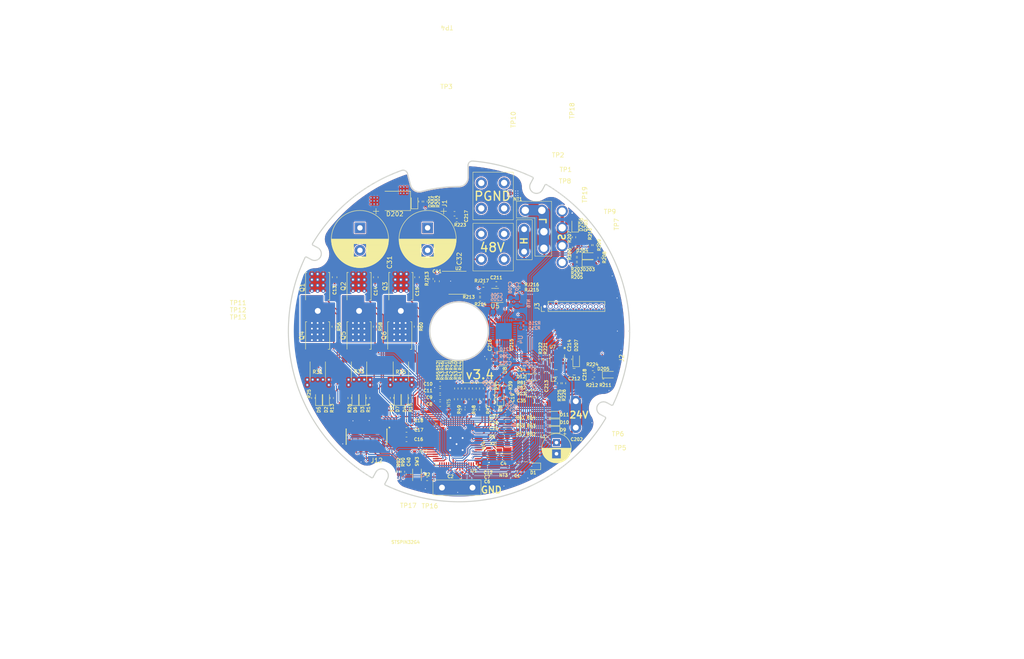
<source format=kicad_pcb>
(kicad_pcb (version 20211014) (generator pcbnew)
  (layers (0 "F.Cu" signal) (1 "In1.Cu" signal) (2 "In2.Cu" signal) (31 "B.Cu" signal) (34 "B.Paste" user) (35 "F.Paste" user) (36 "B.SilkS" user "B.Silkscreen") (37 "F.SilkS" user "F.Silkscreen") (38 "B.Mask" user) (39 "F.Mask" user) (44 "Edge.Cuts" user))
  (net 0 "")
  (net 1 "GND")
  (net 2 "/GHS1_MOS")
  (net 3 "/GHS2_MOS")
  (net 4 "VM")
  (net 5 "/GHS3_MOS")
  (net 6 "/OUT2")
  (net 7 "/OUT3")
  (net 8 "/GLS1_MOS")
  (net 9 "/VSHUNT1P")
  (net 10 "/GLS2_MOS")
  (net 11 "/VSHUNT2P")
  (net 12 "/GLS3_MOS")
  (net 13 "/VSHUNT3P")
  (net 14 "/OUT1")
  (net 15 "/BOOT1")
  (net 16 "/BOOT2")
  (net 17 "/BOOT3")
  (net 18 "Net-(C40-Pad2)")
  (net 19 "/GHS1")
  (net 20 "/GHS2")
  (net 21 "/GHS3")
  (net 22 "/GLS1")
  (net 23 "/GLS2")
  (net 24 "/GLS3")
  (net 25 "/OSC_IN")
  (net 26 "/OSC_OUT")
  (net 27 "/SW")
  (net 28 "/VCC")
  (net 29 "/SPI_MOSI")
  (net 30 "/SPI_MISO")
  (net 31 "/SPI_SCK")
  (net 32 "/VDD")
  (net 33 "/CAN_RX")
  (net 34 "/CAN_TX")
  (net 35 "/VBAT")
  (net 36 "/nRST")
  (net 37 "/VOUT1")
  (net 38 "/VOUT2")
  (net 39 "/VOUT3")
  (net 40 "/OPP1")
  (net 41 "/OPO1")
  (net 42 "/OPN1")
  (net 43 "/OPO2")
  (net 44 "/OPP2")
  (net 45 "/OPN2")
  (net 46 "/OPP3")
  (net 47 "/OPO3")
  (net 48 "/OPN3")
  (net 49 "/VREF+")
  (net 50 "/VDDA")
  (net 51 "/UART_TX")
  (net 52 "/UART_RX")
  (net 53 "/SWDIO{slash}JTMS")
  (net 54 "/SWCLK{slash}JTCK")
  (net 55 "/JTDI")
  (net 56 "/SWO{slash}JTDO")
  (net 57 "/VREGIN")
  (net 58 "Net-(R56-Pad2)")
  (net 59 "Net-(R58-Pad2)")
  (net 60 "Net-(R60-Pad2)")
  (net 61 "Net-(C2-Pad2)")
  (net 62 "Net-(TP7-Pad1)")
  (net 63 "Net-(TP10-Pad1)")
  (net 64 "/VBUS")
  (net 65 "/MOTOR_TEMP")
  (net 68 "/A")
  (net 69 "/B")
  (net 72 "Net-(Q203-Pad5)")
  (net 75 "Net-(R211-Pad1)")
  (net 76 "/SEC_IN")
  (net 77 "/SEC_OUT")
  (net 78 "/BEARING_TEMP")
  (net 79 "/MA730_CS")
  (net 80 "Net-(D201-Pad1)")
  (net 81 "GNDPWR")
  (net 85 "Net-(R201-Pad1)")
  (net 86 "/SAFETY")
  (net 87 "Net-(D203-Pad1)")
  (net 88 "Net-(D204-Pad1)")
  (net 89 "Net-(Q203-Pad2)")
  (net 90 "Net-(Q203-Pad6)")
  (net 91 "Net-(D205-Pad1)")
  (net 92 "+3V3")
  (net 93 "/A_RC")
  (net 94 "/B_RC")
  (net 95 "Net-(D206-Pad1)")
  (net 96 "Net-(R2-Pad1)")
  (net 97 "Net-(C41-Pad1)")
  (net 98 "Net-(C203-Pad1)")
  (net 99 "Net-(C204-Pad2)")
  (net 100 "Net-(C205-Pad1)")
  (net 101 "Net-(C207-Pad1)")
  (net 102 "GNDA")
  (net 103 "Net-(C211-Pad1)")
  (net 104 "Net-(R213-Pad2)")
  (net 105 "Net-(R214-Pad2)")
  (net 106 "Net-(R215-Pad1)")
  (net 107 "+5V")
  (net 108 "Net-(R217-Pad2)")
  (net 109 "Net-(R219-Pad2)")
  (net 125 "Net-(C214-Pad1)")
  (net 126 "Net-(C214-Pad2)")
  (net 127 "Net-(R221-Pad1)")
  (net 128 "/BC_ENABLE")
  (net 131 "Net-(R225-Pad1)")
  (net 132 "/PD2")
  (net 133 "/PC13")
  (net 134 "/PB10")
  (net 135 "/PA8")
  (net 136 "/PB9")
  (footprint "footprints:R_0402_1005Metric_Pad0.72x0.64mm_HandSolder" (layer "F.Cu") (at 155.9 120.16 -90)
    (fp_text reference "R41")
    (fp_text value "22k 1%")
  )
  (footprint "footprints:R_0402_1005Metric_Pad0.72x0.64mm_HandSolder" (layer "F.Cu") (at 120.6 104 -90)
    (fp_text reference "R56")
    (fp_text value "68k 1%")
  )
  (footprint "footprints:R_0402_1005Metric_Pad0.72x0.64mm_HandSolder" (layer "F.Cu") (at 167.7212 111.366449 -90)
    (fp_text reference "R221")
    (fp_text value "124k")
  )
  (footprint "footprints:R_0402_1005Metric_Pad0.72x0.64mm_HandSolder" (layer "F.Cu") (at 151.1 117.7724 -90)
    (fp_text reference "R51")
    (fp_text value "1.5k 1%")
  )
  (footprint "footprints:TSOP-5_1.65x3.05mm_P0.95mm" (layer "F.Cu") (at 157.678 111.143 180)
    (fp_text reference "U8")
    (fp_text value "NCP115")
  )
  (footprint "footprints:R_0402_1005Metric_Pad0.72x0.64mm_HandSolder" (layer "F.Cu") (at 157.9828 117.112 90)
    (fp_text reference "R37")
    (fp_text value "72.3k 1%")
  )
  (footprint "footprints:R_0402_1005Metric_Pad0.72x0.64mm_HandSolder" (layer "F.Cu") (at 174.7468 90.1326)
    (fp_text reference "R205")
    (fp_text value "10k")
  )
  (footprint "footprints:C_0805_2012Metric_Pad1.18x1.45mm_HandSolder" (layer "F.Cu") (at 174.1372 114.0386 180)
    (fp_text reference "C212")
    (fp_text value "4,7 uF")
  )
  (footprint "UNIVERSAL_JOINT:KEYS_3544" (layer "F.Cu") (at 171.4702 80.1296 90)
    (fp_text reference "TP18")
    (fp_text value "SAFETY")
  )
  (footprint "footprints:R_0402_1005Metric_Pad0.72x0.64mm_HandSolder" (layer "F.Cu") (at 179.8268 88.664 90)
    (fp_text reference "R208")
    (fp_text value "10k")
  )
  (footprint "footprints:CP_Radial_D12.5mm_P5.00mm" (layer "F.Cu") (at 141.5 82 -90)
    (fp_text reference "C32")
    (fp_text value "330uF 100V")
  )
  (footprint "footprints:R_0402_1005Metric_Pad0.72x0.64mm_HandSolder" (layer "F.Cu") (at 155.9 117.7724 -90)
    (fp_text reference "R44")
    (fp_text value "1.5k 1%")
  )
  (footprint "footprints:R_0402_1005Metric_Pad0.72x0.64mm_HandSolder" (layer "F.Cu") (at 162.1992 125.113)
    (fp_text reference "R59")
    (fp_text value "27k 1%")
  )
  (footprint "footprints:D_0603_1608Metric_Pad1.05x0.95mm_HandSolder" (layer "F.Cu") (at 165.0948 115.2324)
    (fp_text reference "D12")
    (fp_text value "NM")
  )
  (footprint "footprints:R_0402_1005Metric_Pad0.72x0.64mm_HandSolder" (layer "F.Cu") (at 155.9 122.488 -90)
    (fp_text reference "R47")
    (fp_text value "22k 1%")
  )
  (footprint "UNIVERSAL_JOINT:61-2348-11_0030" (layer "F.Cu") (at 163 87.3)
    (fp_text reference "TP9")
    (fp_text value "CANH")
  )
  (footprint "footprints:C_0603_1608Metric_Pad1.08x0.95mm_HandSolder" (layer "F.Cu") (at 137.2818 136.8478 90)
    (fp_text reference "C40")
    (fp_text value "100nF")
  )
  (footprint "footprints:D_0603_1608Metric_Pad1.05x0.95mm_HandSolder" (layer "F.Cu") (at 174.5944 111.267549 90)
    (fp_text reference "D207")
    (fp_text value "BAT48, 40 V")
  )
  (footprint "footprints:C_0603_1608Metric_Pad1.08x0.95mm_HandSolder" (layer "F.Cu") (at 136.8 127)
    (fp_text reference "C17")
    (fp_text value "1uF 25V")
  )
  (footprint "footprints:R_0402_1005Metric_Pad0.72x0.64mm_HandSolder" (layer "F.Cu") (at 170.8098 116.604 -90)
    (fp_text reference "R225")
    (fp_text value "33k")
  )
  (footprint "UNIVERSAL_JOINT:1-726388-2" (layer "F.Cu") (at 156 83.34)
    (fp_text reference "TP1")
    (fp_text value "48V")
  )
  (footprint "UNIVERSAL_JOINT:VLS201612HBX-100M-1" (layer "F.Cu") (at 170.0732 114.391749 180)
    (fp_text reference "L2")
    (fp_text value "10uH")
  )
  (footprint "footprints:R_0402_1005Metric_Pad0.72x0.64mm_HandSolder" (layer "F.Cu") (at 147.8482 120.16 -90)
    (fp_text reference "R55")
    (fp_text value "11k 1%")
  )
  (footprint "footprints:C_0603_1608Metric_Pad1.08x0.95mm_HandSolder" (layer "F.Cu") (at 144.2933 116.7684)
    (fp_text reference "C10")
    (fp_text value "1uF")
  )
  (footprint "UNIVERSAL_JOINT:61-2348-11_0030" (layer "F.Cu") (at 135.54 100.5)
    (fp_text reference "TP13")
    (fp_text value "1-726388-2")
  )
  (footprint "footprints:C_0603_1608Metric_Pad1.08x0.95mm_HandSolder" (layer "F.Cu") (at 136.8 124.9)
    (fp_text reference "C18")
    (fp_text value "1uF 25V")
  )
  (footprint "UNIVERSAL_JOINT:MP2456GJ-Z" (layer "F.Cu") (at 170.378 111.190249 -90)
    (fp_text reference "U7")
    (fp_text value "MP2456")
  )
  (footprint "footprints:C_0603_1608Metric_Pad1.08x0.95mm_HandSolder" (layer "F.Cu") (at 160.178 111.243 -90)
    (fp_text reference "C215")
    (fp_text value "1uF")
  )
  (footprint "footprints:TDSON-8-1" (layer "F.Cu") (at 135.3 105.978 90)
    (fp_text reference "Q6")
    (fp_text value "STL100N10")
  )
  (footprint "footprints:CP_Radial_D12.5mm_P5.00mm" (layer "F.Cu") (at 126.436 82 -90)
    (fp_text reference "C31")
    (fp_text value "330uF 100V")
  )
  (footprint "footprints:R_0402_1005Metric_Pad0.72x0.64mm_HandSolder" (layer "F.Cu") (at 141.3966 137.9146 180)
    (fp_text reference "R2")
    (fp_text value "22k")
  )
  (footprint "footprints:R_0402_1005Metric_Pad0.72x0.64mm_HandSolder" (layer "F.Cu") (at 152.7 120.16 -90)
    (fp_text reference "R42")
    (fp_text value "22k 1%")
  )
  (footprint "footprints:D_0603_1608Metric_Pad1.05x0.95mm_HandSolder" (layer "F.Cu") (at 174.3658 81.2726 90)
    (fp_text reference "D206")
    (fp_text value "BAT30K")
  )
  (footprint "footprints:R_0402_1005Metric_Pad0.72x0.64mm_HandSolder" (layer "F.Cu") (at 178.2774 116.0452)
    (fp_text reference "R212")
    (fp_text value "4.7k 0,5W 5%")
  )
  (footprint "footprints:C_0603_1608Metric_Pad1.08x0.95mm_HandSolder" (layer "F.Cu") (at 148.8 137.375)
    (fp_text reference "C2")
    (fp_text value "220nF 100V")
  )
  (footprint "footprints:C_0603_1608Metric_Pad1.08x0.95mm_HandSolder" (layer "F.Cu") (at 147.4926 78.8596 180)
    (fp_text reference "C217")
    (fp_text value "C")
  )
  (footprint "UNIVERSAL_JOINT:KEYS_3544" (layer "F.Cu") (at 171.4702 87.8512 90)
    (fp_text reference "TP19")
    (fp_text value "SAFETY")
  )
  (footprint "footprints:R_0402_1005Metric_Pad0.72x0.64mm_HandSolder" (layer "F.Cu") (at 129.8 104 -90)
    (fp_text reference "R58")
    (fp_text value "68k 1%")
  )
  (footprint "footprints:C_0603_1608Metric_Pad1.08x0.95mm_HandSolder" (layer "F.Cu") (at 139.15 93 90)
    (fp_text reference "C15")
    (fp_text value "220nF 100V")
  )
  (footprint "footprints:R_0402_1005Metric_Pad0.72x0.64mm_HandSolder" (layer "F.Cu") (at 153.1822 97.9604)
    (fp_text reference "R214")
    (fp_text value "10k")
  )
  (footprint "footprints:L_Wuerth_WE-PD2-Typ-MS" (layer "F.Cu") (at 163.4 131.3 180)
    (fp_text reference "L1")
    (fp_text value "18uH, 1A")
  )
  (footprint "footprints:TDSON-8-1" (layer "F.Cu") (at 117.008 105.978 90)
    (fp_text reference "Q4")
    (fp_text value "STL100N10")
  )
  (footprint "footprints:D_0603_1608Metric_Pad1.05x0.95mm_HandSolder" (layer "F.Cu") (at 157.7288 119.9314 90)
    (fp_text reference "D8")
    (fp_text value "BAT30K")
  )
  (footprint "footprints:R_0402_1005Metric_Pad0.72x0.64mm_HandSolder" (layer "F.Cu") (at 134.9958 136.3144 90)
    (fp_text reference "R92")
    (fp_text value "200")
  )
  (footprint "footprints:D_0603_1608Metric_Pad1.05x0.95mm_HandSolder" (layer "F.Cu") (at 169.3 126.95 180)
    (fp_text reference "D9")
    (fp_text value "BAT30K")
  )
  (footprint "UNIVERSAL_JOINT:61-2348-11_0030" (layer "F.Cu") (at 174.5 126.5)
    (fp_text reference "TP5")
    (fp_text value "12V")
  )
  (footprint "footprints:R_0402_1005Metric_Pad0.72x0.64mm_HandSolder" (layer "F.Cu") (at 137.6628 119.9 90)
    (fp_text reference "R15")
    (fp_text value "33")
  )
  (footprint "Crystal:Crystal_SMD_2520-4Pin_2.5x2.0mm" (layer "F.Cu") (at 158.4 130.9)
    (fp_text reference "X1")
    (fp_text value "ECS-240-8-36B2-CKM-TR")
  )
  (footprint "footprints:C_0603_1608Metric_Pad1.08x0.95mm_HandSolder" (layer "F.Cu") (at 156.8144 94.506)
    (fp_text reference "C211")
    (fp_text value "100 nF")
  )
  (footprint "footprints:R_0402_1005Metric_Pad0.72x0.64mm_HandSolder" (layer "F.Cu") (at 174.1118 86.3526 -90)
    (fp_text reference "R206")
    (fp_text value "10k")
  )
  (footprint "UNIVERSAL_JOINT:61-2348-11_0030" (layer "F.Cu") (at 163 82.3 -90)
    (fp_text reference "TP10")
    (fp_text value "CANH")
  )
  (footprint "footprints:R_0402_1005Metric_Pad0.72x0.64mm_HandSolder" (layer "F.Cu") (at 147.9 117.7724 -90)
    (fp_text reference "R52")
    (fp_text value "1.5k 1%")
  )
  (footprint "UNIVERSAL_JOINT:61-2348-11_0030" (layer "F.Cu") (at 151.5 139.85)
    (fp_text reference "TP16")
    (fp_text value "GND")
  )
  (footprint "footprints:R_0402_1005Metric_Pad0.72x0.64mm_HandSolder" (layer "F.Cu") (at 158.9988 117.112 -90)
    (fp_text reference "R39")
    (fp_text value "3.01k 1%")
  )
  (footprint "footprints:C_0603_1608Metric_Pad1.08x0.95mm_HandSolder" (layer "F.Cu") (at 155.178 111.243 -90)
    (fp_text reference "C216")
    (fp_text value "1uF Ceramic")
  )
  (footprint "footprints:C_0603_1608Metric_Pad1.08x0.95mm_HandSolder" (layer "F.Cu") (at 158.8 127)
    (fp_text reference "C25")
    (fp_text value "82nF 5%")
  )
  (footprint "UNIVERSAL_JOINT:61-2348-11_0030" (layer "F.Cu") (at 174.5 120.6)
    (fp_text reference "TP6")
    (fp_text value "12V")
  )
  (footprint "UNIVERSAL_JOINT:KEYS_3544" (layer "F.Cu") (at 165.1 78.1)
    (fp_text reference "TP8")
    (fp_text value "CANL")
  )
  (footprint "footprints:R_0402_1005Metric_Pad0.72x0.64mm_HandSolder" (layer "F.Cu") (at 149.4484 122.4714 -90)
    (fp_text reference "R49")
    (fp_text value "22k 1%")
  )
  (footprint "footprints:SOT-23-5" (layer "F.Cu") (at 156.535 97.046 180)
    (fp_text reference "U5")
    (fp_text value "24CW16X")
  )
  (footprint "footprints:SO-8_3.9x4.9mm_P1.27mm" (layer "F.Cu") (at 148.153 94.2266)
    (fp_text reference "U2")
    (fp_text value "TCAN332G")
  )
  (footprint "footprints:C_0603_1608Metric_Pad1.08x0.95mm_HandSolder" (layer "F.Cu") (at 167.965 114.239349 90)
    (fp_text reference "C213")
    (fp_text value "10 uF")
  )
  (footprint "UNIVERSAL_JOINT:BM02B-SRSS-TB" (layer "F.Cu") (at 148.5086 73.6725 180)
    (fp_text reference "J1")
    (fp_text value "BM02B-SRSS-TB")
  )
  (footprint "footprints:R_0402_1005Metric_Pad0.72x0.64mm_HandSolder" (layer "F.Cu") (at 164.536 116.5532)
    (fp_text reference "R81")
    (fp_text value "NM")
  )
  (footprint "footprints:D_0603_1608Metric_Pad1.05x0.95mm_HandSolder" (layer "F.Cu") (at 169.3 123.6 180)
    (fp_text reference "D11")
    (fp_text value "BAT30K")
  )
  (footprint "footprints:R_0402_1005Metric_Pad0.72x0.64mm_HandSolder" (layer "F.Cu") (at 139.9234 76.1418 -90)
    (fp_text reference "R201")
    (fp_text value "4.7k 0,5W 5%")
  )
  (footprint "footprints:D_SMB" (layer "F.Cu") (at 134.15 76 180)
    (fp_text reference "D202")
    (fp_text value "SMBJ48A-TR")
  )
  (footprint "footprints:R_0402_1005Metric_Pad0.72x0.64mm_HandSolder" (layer "F.Cu") (at 162.1992 123.3096)
    (fp_text reference "R61")
    (fp_text value "27k 1%")
  )
  (footprint "footprints:NetTie-2_SMD_Pad0.5mm" (layer "F.Cu") (at 146.2 123 90)
    (fp_text reference "NT5")
    (fp_text value "NetTie_2")
  )
  (footprint "footprints:D_0603_1608Metric_Pad1.05x0.95mm_HandSolder" (layer "F.Cu") (at 125.3946 119.9 90)
    (fp_text reference "D6")
    (fp_text value "BAT48, 40 V")
  )
  (footprint "footprints:R_2512_6332Metric_Pad1.40x3.35mm_HandSolder" (layer "F.Cu") (at 135.55 114 -90)
    (fp_text reference "R35")
    (fp_text value "5m 1% 3W")
  )
  (footprint "footprints:D_0603_1608Metric_Pad1.05x0.95mm_HandSolder" (layer "F.Cu") (at 126.9948 119.9 90)
    (fp_text reference "D3")
    (fp_text value "BAT48, 40 V")
  )
  (footprint "footprints:R_0402_1005Metric_Pad0.72x0.64mm_HandSolder" (layer "F.Cu") (at 174.742 89.0658)
    (fp_text reference "R204")
    (fp_text value "1k")
  )
  (footprint "footprints:R_0402_1005Metric_Pad0.72x0.64mm_HandSolder" (layer "F.Cu") (at 120.1622 119.9 90)
    (fp_text reference "R13")
    (fp_text value "33")
  )
  (footprint "footprints:R_0402_1005Metric_Pad0.72x0.64mm_HandSolder" (layer "F.Cu") (at 133.5734 119.8806 90)
    (fp_text reference "R27")
    (fp_text value "33")
  )
  (footprint "footprints:C_0603_1608Metric_Pad1.08x0.95mm_HandSolder" (layer "F.Cu") (at 129.962 93 90)
    (fp_text reference "C14")
    (fp_text value "220nF 100V")
  )
  (footprint "footprints:C_0603_1608Metric_Pad1.08x0.95mm_HandSolder" (layer "F.Cu") (at 155.07 135.3 180)
    (fp_text reference "C6")
    (fp_text value "10uF")
  )
  (footprint "footprints:D_0603_1608Metric_Pad1.05x0.95mm_HandSolder" (layer "F.Cu") (at 165.0186 135.1206 180)
    (fp_text reference "D1")
    (fp_text value "STPS1H100A")
  )
  (footprint "footprints:R_0402_1005Metric_Pad0.72x0.64mm_HandSolder" (layer "F.Cu") (at 153.1822 96.8682)
    (fp_text reference "R213")
    (fp_text value "10k")
  )
  (footprint "footprints:C_0603_1608Metric_Pad1.08x0.95mm_HandSolder" (layer "F.Cu") (at 173.0704 111.266449 -90)
    (fp_text reference "C214")
    (fp_text value "100nF")
  )
  (footprint "footprints:R_0402_1005Metric_Pad0.72x0.64mm_HandSolder" (layer "F.Cu") (at 174.7468 88.0036 180)
    (fp_text reference "R203")
    (fp_text value "1,5k")
  )
  (footprint "footprints:NetTie-2_SMD_Pad0.5mm" (layer "F.Cu") (at 138.6 131.8 180)
    (fp_text reference "NT2")
    (fp_text value "NetTie_2")
  )
  (footprint "footprints:R_2512_6332Metric_Pad1.40x3.35mm_HandSolder" (layer "F.Cu") (at 117.04 114 -90)
    (fp_text reference "R31")
    (fp_text value "5m 1% 3W")
  )
  (footprint "footprints:R_0402_1005Metric_Pad0.72x0.64mm_HandSolder" (layer "F.Cu") (at 136.0118 136.3144 -90)
    (fp_text reference "R90")
    (fp_text value "100k")
  )
  (footprint "footprints:R_0402_1005Metric_Pad0.72x0.64mm_HandSolder" (layer "F.Cu") (at 161.9839 95.8014)
    (fp_text reference "RJ215")
    (fp_text value "0")
  )
  (footprint "footprints:R_0402_1005Metric_Pad0.72x0.64mm_HandSolder" (layer "F.Cu") (at 153.9188 94.8362 180)
    (fp_text reference "RJ217")
    (fp_text value "0")
  )
  (footprint "footprints:R_0402_1005Metric_Pad0.72x0.64mm_HandSolder" (layer "F.Cu") (at 154.3 120.16 -90)
    (fp_text reference "R53")
    (fp_text value "11k 1%")
  )
  (footprint "footprints:D_0603_1608Metric_Pad1.05x0.95mm_HandSolder" (layer "F.Cu") (at 138.6 76.1 90)
    (fp_text reference "D201")
    (fp_text value "GREEN")
  )
  (footprint "UNIVERSAL_JOINT:1-726388-2" (layer "F.Cu") (at 156 77.66)
    (fp_text reference "TP3")
    (fp_text value "GND")
  )
  (footprint "footprints:D_0603_1608Metric_Pad1.05x0.95mm_HandSolder" (layer "F.Cu") (at 177.5916 88.283)
    (fp_text reference "D204")
    (fp_text value "RED")
  )
  (footprint "footprints:R_0402_1005Metric_Pad0.72x0.64mm_HandSolder" (layer "F.Cu") (at 149.4484 120.16 -90)
    (fp_text reference "R43")
    (fp_text value "22k 1%")
  )
  (footprint "UNIVERSAL_JOINT:SAMTEC_FTSH-107-01-L-DV-K-TR" (layer "F.Cu") (at 127.9 128.5 180)
    (fp_text reference "J12")
    (fp_text value "FTSH-107-01-L-DV-K-TR")
  )
  (footprint "footprints:R_0402_1005Metric_Pad0.72x0.64mm_HandSolder" (layer "F.Cu") (at 164.5868 125.113 180)
    (fp_text reference "R63")
    (fp_text value "3.9k 1%")
  )
  (footprint "footprints:R_0402_1005Metric_Pad0.72x0.64mm_HandSolder" (layer "F.Cu") (at 152.7 122.488 -90)
    (fp_text reference "R48")
    (fp_text value "22k 1%")
  )
  (footprint "footprints:D_0603_1608Metric_Pad1.05x0.95mm_HandSolder" (layer "F.Cu") (at 169.3 125.3 180)
    (fp_text reference "D10")
    (fp_text value "BAT30K")
  )
  (footprint "footprints:R_0402_1005Metric_Pad0.72x0.64mm_HandSolder" (layer "F.Cu") (at 177.6678 85.8446 -90)
    (fp_text reference "R210")
    (fp_text value "100")
  )
  (footprint "UNIVERSAL_JOINT:SOT363" (layer "F.Cu") (at 175.8136 84.3206 -90)
    (fp_text reference "Q203")
    (fp_text value "BSS138PS")
  )
  (footprint "footprints:R_0402_1005Metric_Pad0.72x0.64mm_HandSolder" (layer "F.Cu") (at 152.7 117.7724 -90)
    (fp_text reference "R45")
    (fp_text value "1.5k 1%")
  )
  (footprint "footprints:NetTie-2_SMD_Pad0.5mm" (layer "F.Cu") (at 160.6 74.3 180)
    (fp_text reference "NT1")
    (fp_text value "NetTie_2")
  )
  (footprint "footprints:D_0603_1608Metric_Pad1.05x0.95mm_HandSolder" (layer "F.Cu") (at 134.818 119.8806 90)
    (fp_text reference "D7")
    (fp_text value "BAT48, 40 V")
  )
  (footprint "footprints:NetTie-2_SMD_Pad0.5mm" (layer "F.Cu") (at 158.4 135.8 180)
    (fp_text reference "NT3")
    (fp_text value "NetTie_2")
  )
  (footprint "footprints:R_0402_1005Metric_Pad0.72x0.64mm_HandSolder" (layer "F.Cu") (at 148.0006 80.282 180)
    (fp_text reference "R223")
    (fp_text value "10k 1%")
  )
  (footprint "footprints:C_0603_1608Metric_Pad1.08x0.95mm_HandSolder" (layer "F.Cu") (at 144.2933 118.2684)
    (fp_text reference "C11")
    (fp_text value "100nF")
  )
  (footprint "footprints:TDSON-8-1" (layer "F.Cu") (at 126.24 105.978 90)
    (fp_text reference "Q5")
    (fp_text value "STL100N10")
  )
  (footprint "footprints:R_0402_1005Metric_Pad0.72x0.64mm_HandSolder" (layer "F.Cu") (at 116.0474 119.9 90)
    (fp_text reference "R25")
    (fp_text value "33")
  )
  (footprint "footprints:CP_Radial_D6.3mm_P2.50mm" (layer "F.Cu") (at 170.2 129.817621 -90)
    (fp_text reference "C202")
    (fp_text value "220uF 100V")
  )
  (footprint "UNIVERSAL_JOINT:1-726388-2" (layer "F.Cu") (at 156 89)
    (fp_text reference "TP2")
    (fp_text value "48V")
  )
  (footprint "footprints:R_0402_1005Metric_Pad0.72x0.64mm_HandSolder" (layer "F.Cu") (at 164.536 117.5946)
    (fp_text reference "R82")
    (fp_text value "NM")
  )
  (footprint "footprints:R_0402_1005Metric_Pad0.72x0.64mm_HandSolder" (layer "F.Cu") (at 128.2648 119.9 90)
    (fp_text reference "R14")
    (fp_text value "33")
  )
  (footprint "footprints:R_0402_1005Metric_Pad0.72x0.64mm_HandSolder" (layer "F.Cu") (at 174.1118 84.092 -90)
    (fp_text reference "R207")
    (fp_text value "100")
  )
  (footprint "footprints:R_0402_1005Metric_Pad0.72x0.64mm_HandSolder" (layer "F.Cu") (at 142.3364 93.363 90)
    (fp_text reference "RJ213")
    (fp_text value "0")
  )
  (footprint "footprints:C_0603_1608Metric_Pad1.08x0.95mm_HandSolder" (layer "F.Cu") (at 155.07 133.8 180)
    (fp_text reference "C7")
    (fp_text value "100nF")
  )
  (footprint "footprints:R_2512_6332Metric_Pad1.40x3.35mm_HandSolder" (layer "F.Cu") (at 126.24 114 -90)
    (fp_text reference "R33")
    (fp_text value "5m 1% 3W")
  )
  (footprint "footprints:TDSON-8-1" (layer "F.Cu") (at 126.24 95 90)
    (fp_text reference "Q2")
    (fp_text value "STL100N10")
  )
  (footprint "footprints:R_0402_1005Metric_Pad0.72x0.64mm_HandSolder" (layer "F.Cu") (at 151.1 120.16 -90)
    (fp_text reference "R54")
    (fp_text value "11k 1%")
  )
  (footprint "UNIVERSAL_JOINT:61-2348-11_0030" (layer "F.Cu") (at 126.24 100.5)
    (fp_text reference "TP12")
    (fp_text value "1-726388-2")
  )
  (footprint "footprints:D_0603_1608Metric_Pad1.05x0.95mm_HandSolder" (layer "F.Cu") (at 117.292 119.906 90)
    (fp_text reference "D5")
    (fp_text value "BAT48, 40 V")
  )
  (footprint "footprints:R_0402_1005Metric_Pad0.72x0.64mm_HandSolder" (layer "F.Cu") (at 178.3028 113.429)
    (fp_text reference "R224")
    (fp_text value "10k 1%")
  )
  (footprint "footprints:D_0603_1608Metric_Pad1.05x0.95mm_HandSolder" (layer "F.Cu") (at 165.0948 118.9154)
    (fp_text reference "D13")
    (fp_text value "NM")
  )
  (footprint "footprints:D_0603_1608Metric_Pad1.05x0.95mm_HandSolder" (layer "F.Cu") (at 136.4182 119.8806 90)
    (fp_text reference "D4")
    (fp_text value "BAT48, 40 V")
  )
  (footprint "UNIVERSAL_JOINT:61-2348-11_0030" (layer "F.Cu") (at 144.7 139.85)
    (fp_text reference "TP17")
    (fp_text value "GND")
  )
  (footprint "footprints:D_0603_1608Metric_Pad1.05x0.95mm_HandSolder" (layer "F.Cu") (at 118.9 119.9 90)
    (fp_text reference "D2")
    (fp_text value "BAT48, 40 V")
  )
  (footprint "footprints:C_0603_1608Metric_Pad1.08x0.95mm_HandSolder" (layer "F.Cu") (at 143.6064 93.8964 90)
    (fp_text reference "C41")
    (fp_text value "100 nF")
  )
  (footprint "footprints:D_0603_1608Metric_Pad1.05x0.95mm_HandSolder" (layer "F.Cu") (at 182.0875 114.7)
    (fp_text reference "D205")
    (fp_text value "GREEN")
  )
  (footprint "footprints:R_0402_1005Metric_Pad0.72x0.64mm_HandSolder" (layer "F.Cu") (at 161.996 94.6838)
    (fp_text reference "RJ216")
    (fp_text value "0")
  )
  (footprint "footprints:C_0603_1608Metric_Pad1.08x0.95mm_HandSolder" (layer "F.Cu") (at 158.8 123.6)
    (fp_text reference "C27")
    (fp_text value "82nF 5%")
  )
  (footprint "footprints:C_0603_1608Metric_Pad1.08x0.95mm_HandSolder" (layer "F.Cu") (at 144.2933 119.7684)
    (fp_text reference "C9")
    (fp_text value "100nF")
  )
  (footprint "footprints:PinHeader_1x11_P1.27mm_Vertical" (layer "F.Cu") (at 167.584 99.5098 90)
    (fp_text reference "J3")
    (fp_text value "Conn_01x11_Male")
  )
  (footprint "footprints:C_0805_2012Metric_Pad1.18x1.45mm_HandSolder" (layer "F.Cu") (at 161.4372 135.3492 180)
    (fp_text reference "C1")
    (fp_text value "10uF 25v")
  )
  (footprint "footprints:C_0603_1608Metric_Pad1.08x0.95mm_HandSolder" (layer "F.Cu") (at 165.0948 113.6576 180)
    (fp_text reference "C34")
    (fp_text value "NM")
  )
  (footprint "UNIVERSAL_JOINT:61-2348-11_0030" (layer "F.Cu") (at 117.04 100.5)
    (fp_text reference "TP11")
    (fp_text value "1-726388-2")
  )
  (footprint "footprints:R_0402_1005Metric_Pad0.72x0.64mm_HandSolder" (layer "F.Cu") (at 154.3 117.7724 -90)
    (fp_text reference "R50")
    (fp_text value "1.5k 1%")
  )
  (footprint "footprints:R_0402_1005Metric_Pad0.72x0.64mm_HandSolder" (layer "F.Cu") (at 164.5614 123.3096 180)
    (fp_text reference "R64")
    (fp_text value "3.9k 1%")
  )
  (footprint "footprints:C_0603_1608Metric_Pad1.08x0.95mm_HandSolder" (layer "F.Cu") (at 120.8 93 90)
    (fp_text reference "C13")
    (fp_text value "220nF 100V")
  )
  (footprint "footprints:C_0603_1608Metric_Pad1.08x0.95mm_HandSolder" (layer "F.Cu") (at 158.4 128.5)
    (fp_text reference "C5")
    (fp_text value "6.8pF")
  )
  (footprint "footprints:C_0603_1608Metric_Pad1.08x0.95mm_HandSolder" (layer "F.Cu") (at 144.2933 121.2684)
    (fp_text reference "C8")
    (fp_text value "1uF")
  )
  (footprint "footprints:R_0402_1005Metric_Pad0.72x0.64mm_HandSolder" (layer "F.Cu") (at 124.15 119.9 90)
    (fp_text reference "R26")
    (fp_text value "33")
  )
  (footprint "footprints:R_0402_1005Metric_Pad0.72x0.64mm_HandSolder" (layer "F.Cu") (at 164.6 127 180)
    (fp_text reference "R62")
    (fp_text value "3.9k 1%")
  )
  (footprint "footprints:R_0402_1005Metric_Pad0.72x0.64mm_HandSolder" (layer "F.Cu") (at 171.8766 116.604 -90)
    (fp_text reference "R226")
    (fp_text value "100k")
  )
  (footprint "footprints:D_0603_1608Metric_Pad1.05x0.95mm_HandSolder" (layer "F.Cu") (at 177.5666 89.883)
    (fp_text reference "D203")
    (fp_text value "GREEN")
  )
  (footprint "UNIVERSAL_JOINT:KEYS_3544" (layer "F.Cu") (at 167.4 84.7 90)
    (fp_text reference "TP7")
    (fp_text value "CANL")
  )
  (footprint "footprints:TDSON-8-1" (layer "F.Cu") (at 135.55 95 90)
    (fp_text reference "Q3")
    (fp_text value "STL100N10")
  )
  (footprint "footprints:C_0603_1608Metric_Pad1.08x0.95mm_HandSolder" (layer "F.Cu") (at 136.8 129.1)
    (fp_text reference "C16")
    (fp_text value "1uF 25V")
  )
  (footprint "footprints:C_0603_1608Metric_Pad1.08x0.95mm_HandSolder" (layer "F.Cu") (at 155 132.3 180)
    (fp_text reference "C12")
    (fp_text value "100nF")
  )
  (footprint "footprints:C_0603_1608Metric_Pad1.08x0.95mm_HandSolder" (layer "F.Cu") (at 165.0948 120.5156 180)
    (fp_text reference "C35")
    (fp_text value "NM")
  )
  (footprint "footprints:C_0603_1608Metric_Pad1.08x0.95mm_HandSolder" (layer "F.Cu") (at 159.2528 119.9314 90)
    (fp_text reference "C19")
    (fp_text value "33nF")
  )
  (footprint "footprints:R_0402_1005Metric_Pad0.72x0.64mm_HandSolder" (layer "F.Cu") (at 149.4484 117.7724 -90)
    (fp_text reference "R46")
    (fp_text value "1.5k 1%")
  )
  (footprint "footprints:C_0603_1608Metric_Pad1.08x0.95mm_HandSolder" (layer "F.Cu") (at 158.8 125.2875)
    (fp_text reference "C26")
    (fp_text value "82nF 5%")
  )
  (footprint "footprints:R_0402_1005Metric_Pad0.72x0.64mm_HandSolder" (layer "F.Cu") (at 180.6142 116.0452)
    (fp_text reference "R211")
    (fp_text value "4.7k 0,5W 5%")
  )
  (footprint "footprints:R_0402_1005Metric_Pad0.72x0.64mm_HandSolder" (layer "F.Cu") (at 166.6696 111.3208 -90)
    (fp_text reference "R222")
    (fp_text value "23,7k")
  )
  (footprint "footprints:C_0603_1608Metric_Pad1.08x0.95mm_HandSolder" (layer "F.Cu") (at 178.633 114.7244)
    (fp_text reference "C218")
    (fp_text value "C")
  )
  (footprint "footprints:NetTie-2_SMD_Pad0.5mm" (layer "F.Cu") (at 155.25 131.05 180)
    (fp_text reference "NT4")
    (fp_text value "NetTie_2")
  )
  (footprint "footprints:TDSON-8-1" (layer "F.Cu") (at 117.008 95 90)
    (fp_text reference "Q1")
    (fp_text value "STL100N10")
  )
  (footprint "footprints:R_0402_1005Metric_Pad0.72x0.64mm_HandSolder" (layer "F.Cu") (at 178.7346 85.8446 90)
    (fp_text reference "R209")
    (fp_text value "1,1k")
  )
  (footprint "footprints:R_0402_1005Metric_Pad0.72x0.64mm_HandSolder" (layer "F.Cu") (at 138.9 104 -90)
    (fp_text reference "R60")
    (fp_text value "68k 1%")
  )
  (footprint "footprints:R_0402_1005Metric_Pad0.72x0.64mm_HandSolder" (layer "F.Cu") (at 162.2 127)
    (fp_text reference "R57")
    (fp_text value "27k 1%")
  )
  (footprint "UNIVERSAL_JOINT:SW_EVP-BB2A9B000" (layer "F.Cu") (at 139.136 137.0002 90)
    (fp_text reference "SW3")
    (fp_text value "EVP-BB2A9B000")
  )
  (footprint "UNIVERSAL_JOINT:BM02B-SRSS-TB" (layer "F.Cu") (at 183.8201 111.3208 90)
    (fp_text reference "J2")
    (fp_text value "BM02B-SRSS-TB")
  )
  (footprint "footprints:C_0603_1608Metric_Pad1.08x0.95mm_HandSolder" (layer "F.Cu") (at 158.4 133.3 180)
    (fp_text reference "C4")
    (fp_text value "6.8pF")
  )
  (footprint "UNIVERSAL_JOINT:1-726388-2" (layer "F.Cu") (at 156 72 180)
    (fp_text reference "TP4")
    (fp_text value "GND")
  )
  (footprint "UNIVERSAL_JOINT:STSPIN32G4" (layer "F.Cu") (at 147.950063 130.1574 180)
    (fp_text reference "U1")
    (fp_text value "STSPIN32G4")
  )
  (footprint "footprints:R_0402_1005Metric_Pad0.72x0.64mm_HandSolder" (layer "F.Cu") (at 141.0156 76.1418 90)
    (fp_text reference "R202")
    (fp_text value "4.7k 0,5W 5%")
  )
  (footprint "footprints:C_0603_1608Metric_Pad1.08x0.95mm_HandSolder" (layer "B.Cu") (at 159.9386 98.443 -90)
    (fp_text reference "C208")
    (fp_text value "1 uF")
  )
  (footprint "footprints:C_0603_1608Metric_Pad1.08x0.95mm_HandSolder" (layer "B.Cu") (at 155.9 110.635 180)
    (fp_text reference "C209")
    (fp_text value "100 nF")
  )
  (footprint "footprints:R_0402_1005Metric_Pad0.72x0.64mm_HandSolder" (layer "B.Cu") (at 162.8342 104.285)
    (fp_text reference "R215")
    (fp_text value "10k")
  )
  (footprint "footprints:C_0603_1608Metric_Pad1.08x0.95mm_HandSolder" (layer "B.Cu") (at 155.9 112.1844 180)
    (fp_text reference "C203")
    (fp_text value "100 nF")
  )
  (footprint "footprints:R_0402_1005Metric_Pad0.72x0.64mm_HandSolder" (layer "B.Cu") (at 163.6 113.6 135)
    (fp_text reference "RJ218")
    (fp_text value "0")
  )
  (footprint "footprints:NetTie-2_SMD_Pad0.5mm" (layer "B.Cu") (at 162.9104 98.8494 -90)
    (fp_text reference "NT6")
    (fp_text value "NetTie_2")
  )
  (footprint "UNIVERSAL_JOINT:oDFN8-3x3" (layer "B.Cu") (at 159.9 116.398756 45)
    (fp_text reference "U3")
    (fp_text value "iC-PX3212")
  )
  (footprint "footprints:C_0603_1608Metric_Pad1.08x0.95mm_HandSolder" (layer "B.Cu") (at 156.8906 100.7544)
    (fp_text reference "C205")
    (fp_text value "100 nF")
  )
  (footprint "footprints:C_0603_1608Metric_Pad1.08x0.95mm_HandSolder" (layer "B.Cu") (at 155.9 109.135 180)
    (fp_text reference "C210")
    (fp_text value "1 uF")
  )
  (footprint "footprints:R_0402_1005Metric_Pad0.72x0.64mm_HandSolder" (layer "B.Cu") (at 157.1446 118.1788 -45)
    (fp_text reference "R217")
    (fp_text value "10k")
  )
  (footprint "footprints:R_0402_1005Metric_Pad0.72x0.64mm_HandSolder" (layer "B.Cu") (at 156.4334 118.89 135)
    (fp_text reference "R218")
    (fp_text value "NM")
  )
  (footprint "footprints:C_0603_1608Metric_Pad1.08x0.95mm_HandSolder" (layer "B.Cu") (at 161.4386 98.443 -90)
    (fp_text reference "C207")
    (fp_text value "100 nF")
  )
  (footprint "footprints:C_0603_1608Metric_Pad1.08x0.95mm_HandSolder" (layer "B.Cu") (at 156.8906 99.2304)
    (fp_text reference "C206")
    (fp_text value "1 uF")
  )
  (footprint "footprints:C_0603_1608Metric_Pad1.08x0.95mm_HandSolder" (layer "B.Cu") (at 162.5 114.7 135)
    (fp_text reference "C204")
    (fp_text value "100 nF")
  )
  (footprint "footprints:R_0402_1005Metric_Pad0.72x0.64mm_HandSolder" (layer "B.Cu") (at 162.8342 103.2182 180)
    (fp_text reference "R216")
    (fp_text value "10k")
  )
  (footprint "footprints:R_0402_1005Metric_Pad0.72x0.64mm_HandSolder" (layer "B.Cu") (at 158.7448 119.779 135)
    (fp_text reference "R219")
    (fp_text value "10k")
  )
  (footprint "footprints:R_0402_1005Metric_Pad0.72x0.64mm_HandSolder" (layer "B.Cu") (at 158.0336 120.4902 -45)
    (fp_text reference "R220")
    (fp_text value "NM")
  )
  (footprint "UNIVERSAL_JOINT:oQFN32-5x5" (layer "B.Cu") (at 158.45 105 180)
    (fp_text reference "U4")
    (fp_text value "iC-PZ2656")
  )
  (gr_line (start 165.4 88.3) (end 165.4 79.8) (layer "F.SilkS") (width 0.1))
  (gr_line (start 165.4 79.8) (end 161.3 79.8) (layer "F.SilkS") (width 0.1))
  (gr_line (start 156.4842 116.5024) (end 149.3468 116.5024) (layer "F.SilkS") (width 0.1524))
  (gr_rect (start 151.6 81) (end 160.6 91.6) (layer "F.SilkS") (width 0.1) (fill none))
  (gr_rect (start 151.6 69.6) (end 160.6 80.2) (layer "F.SilkS") (width 0.1) (fill none))
  (gr_line (start 169.1 76.1) (end 169.1 88.3) (layer "F.SilkS") (width 0.1))
  (gr_line (start 169.1 88.3) (end 165.4 88.3) (layer "F.SilkS") (width 0.1))
  (gr_line (start 149.3468 111.6256) (end 143.4286 111.6256) (layer "F.SilkS") (width 0.1524))
  (gr_rect (start 142.7 138.15) (end 153.4 141.55) (layer "F.SilkS") (width 0.1) (fill none))
  (gr_line (start 161.3 76.1) (end 169.1 76.1) (layer "F.SilkS") (width 0.1))
  (gr_line (start 161.3 79.8) (end 161.3 76.1) (layer "F.SilkS") (width 0.1))
  (gr_rect (start 161.3 80.2) (end 164.8 89.1) (layer "F.SilkS") (width 0.1) (fill none))
  (gr_line (start 149.3468 116.5024) (end 149.3468 111.6256) (layer "F.SilkS") (width 0.1524))
  (gr_line (start 156.4842 121.2522) (end 156.4842 116.5024) (layer "F.SilkS") (width 0.1524))
  (gr_arc (start 115.972048 85.864109) (mid 115.849218 85.710494) (end 115.875512 85.515575) (layer "Edge.Cuts") (width 0.25))
  (gr_arc (start 181.124488 124.484425) (mid 159.489557 141.376223) (end 132.120855 139.288826) (layer "Edge.Cuts") (width 0.25))
  (gr_arc (start 117.03801 86.435433) (mid 117.651493 88.466108) (end 115.620819 89.079591) (layer "Edge.Cuts") (width 0.25))
  (gr_arc (start 140.166027 73.897188) (mid 138.648389 73.697388) (end 137.716537 72.482975) (layer "Edge.Cuts") (width 0.25))
  (gr_line (start 150.5 70.8) (end 150.5 68.121822) (layer "Edge.Cuts") (width 0.25))
  (gr_arc (start 186.499794 105.125) (mid 186.375 105) (end 186.499794 104.875) (layer "Edge.Cuts") (width 0.25))
  (gr_arc (start 182.788826 121.379145) (mid 182.641071 121.508964) (end 182.445143 121.491734) (layer "Edge.Cuts") (width 0.25))
  (gr_arc (start 151.581081 67.125115) (mid 158.39394 68.310629) (end 164.879145 70.711174) (layer "Edge.Cuts") (width 0.25))
  (gr_arc (start 164.879145 70.711174) (mid 165.008964 70.858929) (end 164.991734 71.054857) (layer "Edge.Cuts") (width 0.25))
  (gr_line (start 114.554857 88.508266) (end 115.620819 89.079591) (layer "Edge.Cuts") (width 0.25))
  (gr_arc (start 114.211174 88.620855) (mid 114.358929 88.491036) (end 114.554857 88.508266) (layer "Edge.Cuts") (width 0.25))
  (gr_arc (start 186.499794 105.125) (mid 185.546734 113.458104) (end 182.788826 121.379145) (layer "Edge.Cuts") (width 0.25))
  (gr_line (start 117.03801 86.435433) (end 115.972048 85.864109) (layer "Edge.Cuts") (width 0.25))
  (gr_arc (start 140.166027 73.897188) (mid 144.297057 73.075475) (end 148.5 72.8) (layer "Edge.Cuts") (width 0.25))
  (gr_arc (start 129.015575 137.624488) (mid 112.123777 115.989557) (end 114.211174 88.620855) (layer "Edge.Cuts") (width 0.25))
  (gr_arc (start 167.984425 72.375512) (mid 181.517617 86.189445) (end 186.499794 104.875) (layer "Edge.Cuts") (width 0.25))
  (gr_line (start 164.991734 71.054857) (end 164.420409 72.120819) (layer "Edge.Cuts") (width 0.25))
  (gr_arc (start 179.96199 123.564567) (mid 179.348507 121.533892) (end 181.379181 120.920409) (layer "Edge.Cuts") (width 0.25))
  (gr_arc (start 167.064567 73.53801) (mid 165.033892 74.151493) (end 164.420409 72.120819) (layer "Edge.Cuts") (width 0.25))
  (gr_line (start 137.023374 69.896054) (end 137.716537 72.482975) (layer "Edge.Cuts") (width 0.25))
  (gr_arc (start 150.5 70.8) (mid 149.914214 72.214214) (end 148.5 72.8) (layer "Edge.Cuts") (width 0.25))
  (gr_arc (start 167.635891 72.472048) (mid 167.789506 72.349218) (end 167.984425 72.375512) (layer "Edge.Cuts") (width 0.25))
  (gr_arc (start 135.721163 69.213113) (mid 136.521898 69.269274) (end 137.023374 69.896054) (layer "Edge.Cuts") (width 0.25))
  (gr_line (start 132.008266 138.945143) (end 132.579591 137.879181) (layer "Edge.Cuts") (width 0.25))
  (gr_arc (start 115.875512 85.515575) (mid 124.379302 75.636895) (end 135.721163 69.213113) (layer "Edge.Cuts") (width 0.25))
  (gr_circle (center 148.5 105) (end 155 105) (layer "Edge.Cuts") (width 0.25) (fill none))
  (gr_arc (start 181.027952 124.135891) (mid 181.150782 124.289506) (end 181.124488 124.484425) (layer "Edge.Cuts") (width 0.25))
  (gr_line (start 179.96199 123.564567) (end 181.027952 124.135891) (layer "Edge.Cuts") (width 0.25))
  (gr_arc (start 150.5 68.121822) (mid 150.822166 67.386608) (end 151.581081 67.125115) (layer "Edge.Cuts") (width 0.25))
  (gr_arc (start 132.120855 139.288826) (mid 131.991036 139.141071) (end 132.008266 138.945143) (layer "Edge.Cuts") (width 0.25))
  (gr_line (start 182.445143 121.491734) (end 181.379181 120.920409) (layer "Edge.Cuts") (width 0.25))
  (gr_arc (start 129.364109 137.527952) (mid 129.210494 137.650782) (end 129.015575 137.624488) (layer "Edge.Cuts") (width 0.25))
  (gr_arc (start 129.935433 136.46199) (mid 131.966108 135.848507) (end 132.579591 137.879181) (layer "Edge.Cuts") (width 0.25))
  (gr_line (start 129.935433 136.46199) (end 129.364109 137.527952) (layer "Edge.Cuts") (width 0.25))
  (gr_line (start 167.064567 73.53801) (end 167.635891 72.472048) (layer "Edge.Cuts") (width 0.25))
  (gr_text "S" (at 171.4448 84.0412 90) (layer "F.SilkS") (effects (font (size 1.5 1.5) (thickness 0.3)) (justify mirror)))
  (gr_text "H" (at 163 84.9 90) (layer "F.SilkS") (effects (font (size 1.5 1.5) (thickness 0.3)) (justify mirror)))
  (gr_text "GND" (at 155.7 140.35) (layer "F.SilkS") (effects (font (size 1.5 1.5) (thickness 0.3))))
  (gr_text "PGND" (at 155.9508 74.948) (layer "F.SilkS") (effects (font (size 2 2) (thickness 0.3))))
  (gr_text "v3.4" (at 149.804 114.699) (layer "F.SilkS") (effects (font (size 2 2) (thickness 0.3)) (justify left)))
  (gr_text "48V" (at 155.9 86.378) (layer "F.SilkS") (effects (font (size 2 2) (thickness 0.3))))
  (gr_text "L" (at 167.2 80.4 90) (layer "F.SilkS") (effects (font (size 1.5 1.5) (thickness 0.3)) (justify mirror)))
  (gr_text "24V" (at 175.204 123.6652) (layer "F.SilkS") (effects (font (size 1.5 1.5) (thickness 0.3))))
  (segment (start 155.7625 135.3) (end 155.7625 134.5375) (width 0.6) (layer "F.Cu") (net 1))
  (segment (start 129.17 126.465) (end 129.17 125.57) (width 0.25) (layer "F.Cu") (net 1))
  (segment (start 161.6 74.8) (end 161.1 74.3) (width 0.3) (layer "F.Cu") (net 1))
  (segment (start 161.6 74.3) (end 161.1 74.3) (width 0.3) (layer "F.Cu") (net 1))
  (segment (start 163.95 135.275) (end 164.125 135.1) (width 0.6) (layer "F.Cu") (net 1))
  (segment (start 159.2625 123.7) (end 158.9045 123.7) (width 0.25) (layer "F.Cu") (net 1))
  (segment (start 156.831604 128.5) (end 157.5375 128.5) (width 0.4) (layer "F.Cu") (net 1))
  (segment (start 167.4705 126.95) (end 165.2475 126.95) (width 0.25) (layer "F.Cu") (net 1))
  (segment (start 159.2625 133.3) (end 159.2625 132.137478) (width 0.4) (layer "F.Cu") (net 1))
  (segment (start 129.17 125.57) (end 128.5 124.9) (width 0.25) (layer "F.Cu") (net 1))
  (segment (start 170.3212 109.516698) (end 170.4212 109.616698) (width 0.75) (layer "F.Cu") (net 1))
  (segment (start 165.2475 126.95) (end 165.1975 127) (width 0.25) (layer "F.Cu") (net 1))
  (segment (start 146.3496 93.5916) (end 146.629 93.871) (width 0.25) (layer "F.Cu") (net 1))
  (segment (start 167.0801 123.3096) (end 165.1589 123.3096) (width 0.25) (layer "F.Cu") (net 1))
  (segment (start 147.137 136.74454) (end 147.58204 136.74454) (width 0.25) (layer "F.Cu") (net 1))
  (segment (start 161.6 73.8) (end 161.1 74.3) (width 0.3) (layer "F.Cu") (net 1))
  (segment (start 167.4705 123.7) (end 167.0801 123.3096) (width 0.25) (layer "F.Cu") (net 1))
  (segment (start 170.3212 108.9332) (end 170.3212 109.516698) (width 0.75) (layer "F.Cu") (net 1))
  (segment (start 165.1843 125.113) (end 165.3713 125.3) (width 0.25) (layer "F.Cu") (net 1))
  (segment (start 124.879845 124.979435) (end 125.36 125.45959) (width 0.25) (layer "F.Cu") (net 1))
  (segment (start 143.4308 121.2684) (end 143.4308 116.7684) (width 0.75) (layer "F.Cu") (net 1))
  (segment (start 158.838 111.143) (end 159.4155 111.143) (width 0.5) (layer "F.Cu") (net 1))
  (segment (start 125.36 125.45959) (end 125.36 126.465) (width 0.25) (layer "F.Cu") (net 1))
  (segment (start 162.7375 135.275) (end 163.475 135.275) (width 0.6) (layer "F.Cu") (net 1))
  (segment (start 165.3713 125.3) (end 167.4705 125.3) (width 0.25) (layer "F.Cu") (net 1))
  (segment (start 159.2625 132.137478) (end 159.275 132.124978) (width 0.4) (layer "F.Cu") (net 1))
  (segment (start 158.9045 126.845511) (end 158.958989 126.9) (width 0.25) (layer "F.Cu") (net 1))
  (segment (start 156.789 97.046) (end 157.6725 97.046) (width 0.25) (layer "F.Cu") (net 1))
  (segment (start 159.4155 111.143) (end 160.178 110.3805) (width 0.5) (layer "F.Cu") (net 1))
  (segment (start 161.1 74.8) (end 161.1 74.3) (width 0.3) (layer "F.Cu") (net 1))
  (segment (start 155.7625 134.5375) (end 155.7625 132.3) (width 0.6) (layer "F.Cu") (net 1))
  (segment (start 127.9 126.465) (end 127.9 125.5) (width 0.25) (layer "F.Cu") (net 1))
  (segment (start 158.958989 126.9) (end 159.2625 126.9) (width 0.25) (layer "F.Cu") (net 1))
  (segment (start 155.221598 134.2545) (end 155.504598 134.5375) (width 0.6) (layer "F.Cu") (net 1))
  (segment (start 155.504598 134.5375) (end 155.7625 134.5375) (width 0.6) (layer "F.Cu") (net 1))
  (segment (start 159.275 132.124978) (end 159.275 131.6) (width 0.4) (layer "F.Cu") (net 1))
  (segment (start 156.418591 128.913013) (end 156.831604 128.5) (width 0.4) (layer "F.Cu") (net 1))
  (segment (start 162.5625 135.1) (end 162.7375 135.275) (width 0.6) (layer "F.Cu") (net 1))
  (segment (start 161.1 73.8) (end 161.1 74.3) (width 0.3) (layer "F.Cu") (net 1))
  (segment (start 164.2323 113.258174) (end 164.088563 113.114437) (width 0.25) (layer "F.Cu") (net 1))
  (segment (start 164.2323 113.6576) (end 164.2323 113.258174) (width 0.25) (layer "F.Cu") (net 1))
  (segment (start 163.475 135.275) (end 163.95 135.275) (width 0.6) (layer "F.Cu") (net 1))
  (segment (start 145.578 93.5916) (end 146.3496 93.5916) (width 0.25) (layer "F.Cu") (net 1))
  (segment (start 147.58204 136.74454) (end 147.9375 137.1) (width 0.25) (layer "F.Cu") (net 1))
  (segment (start 127.9 125.5) (end 128.5 124.9) (width 0.25) (layer "F.Cu") (net 1))
  (segment (start 158.9045 125.2) (end 158.992 125.2875) (width 0.25) (layer "F.Cu") (net 1))
  (segment (start 158.992 125.2875) (end 159.2625 125.2875) (width 0.25) (layer "F.Cu") (net 1))
  (via (at 167.4705 126.95) (size 0.46) (drill 0.2) (layers "F.Cu" "B.Cu") (net 1))
  (via (at 163.52 104.793) (size 0.4) (drill 0.2) (layers "F.Cu" "B.Cu") (net 1))
  (via (at 141 140.1) (size 0.46) (drill 0.2) (layers "F.Cu" "B.Cu") (net 1))
  (via (at 153.10098 121.8872) (size 0.46) (drill 0.2) (layers "F.Cu" "B.Cu") (net 1))
  (via (at 147.950063 130.1574) (size 0.8) (drill 0.4) (layers "F.Cu" "B.Cu") (net 1))
  (via (at 156.789 97.046) (size 0.4) (drill 0.2) (layers "F.Cu" "B.Cu") (net 1))
  (via (at 167.4705 123.7) (size 0.46) (drill 0.2) (layers "F.Cu" "B.Cu") (net 1))
  (via (at 128.5 124.9) (size 0.46) (drill 0.2) (layers "F.Cu" "B.Cu") (net 1))
  (via (at 177.7 83.4) (size 0.46) (drill 0.2) (layers "F.Cu" "B.Cu") (net 1))
  (via (at 161.1 74.3) (size 0.46) (drill 0.2) (layers "F.Cu" "B.Cu") (net 1))
  (via (at 126.69 134.13) (size 0.46) (drill 0.2) (layers "F.Cu" "B.Cu") (net 1))
  (via (at 158.9045 125.2) (size 0.46) (drill 0.2) (layers "F.Cu" "B.Cu") (net 1))
  (via (at 158.9045 123.7) (size 0.46) (drill 0.2) (layers "F.Cu" "B.Cu") (net 1))
  (via (at 184.5512 109.2888) (size 0.46) (drill 0.2) (layers "F.Cu" "B.Cu") (net 1))
  (via (at 156.3455 121.8618) (size 0.46) (drill 0.2) (layers "F.Cu" "B.Cu") (net 1))
  (via (at 149.8802 121.8872) (size 0.46) (drill 0.2) (layers "F.Cu" "B.Cu") (net 1))
  (via (at 183.7638 104.9962) (size 0.46) (drill 0.2) (layers "F.Cu" "B.Cu") (net 1))
  (via (at 161.1 74.8) (size 0.46) (drill 0.2) (layers "F.Cu" "B.Cu") (net 1))
  (via (at 161.1 73.8) (size 0.46) (drill 0.2) (layers "F.Cu" "B.Cu") (net 1))
  (via (at 183.71 97.61) (size 0.46) (drill 0.2) (layers "F.Cu" "B.Cu") (net 1))
  (via (at 147.137 136.74454) (size 0.46) (drill 0.2) (layers "F.Cu" "B.Cu") (net 1))
  (via (at 164.7 135.1) (size 0.46) (drill 0.2) (layers "F.Cu" "B.Cu") (net 1))
  (via (at 149.3 128.8) (size 0.8) (drill 0.4) (layers "F.Cu" "B.Cu") (net 1))
  (via (at 161.6 74.3) (size 0.46) (drill 0.2) (layers "F.Cu" "B.Cu") (net 1))
  (via (at 122.6 130.1) (size 0.46) (drill 0.2) (layers "F.Cu" "B.Cu") (net 1))
  (via (at 155.221598 134.2545) (size 0.56) (drill 0.3) (layers "F.Cu" "B.Cu") (net 1))
  (via (at 161.6 73.8) (size 0.46) (drill 0.2) (layers "F.Cu" "B.Cu") (net 1))
  (via (at 178.1 125.4) (size 0.46) (drill 0.2) (layers "F.Cu" "B.Cu") (net 1))
  (via (at 181.9 118.2) (size 0.46) (drill 0.2) (layers "F.Cu" "B.Cu") (net 1))
  (via (at 146.6 128.8) (size 0.8) (drill 0.4) (layers "F.Cu" "B.Cu") (net 1))
  (via (at 124.879845 124.979435) (size 0.46) (drill 0.2) (layers "F.Cu" "B.Cu") (net 1))
  (via (at 142.9968 120.5664) (size 0.46) (drill 0.2) (layers "F.Cu" "B.Cu") (net 1))
  (via (at 163.7994 137.7368) (size 0.46) (drill 0.2) (layers "F.Cu" "B.Cu") (net 1))
  (via (at 154.2236 110.635) (size 0.46) (drill 0.2) (layers "F.Cu" "B.Cu") (net 1))
  (via (at 158.9045 126.845511) (size 0.46) (drill 0.2) (layers "F.Cu" "B.Cu") (net 1))
  (via (at 135.58 138.4) (size 0.46) (drill 0.2) (layers "F.Cu" "B.Cu") (net 1))
  (via (at 164.088563 113.114437) (size 0.4) (drill 0.2) (layers "F.Cu" "B.Cu") (net 1))
  (via (at 170.3212 108.9332) (size 0.46) (drill 0.2) (layers "F.Cu" "B.Cu") (net 1))
  (via (at 167.4705 125.3) (size 0.46) (drill 0.2) (layers "F.Cu" "B.Cu") (net 1))
  (via (at 149.3 131.5) (size 0.8) (drill 0.4) (layers "F.Cu" "B.Cu") (net 1))
  (via (at 146.5 131.5) (size 0.8) (drill 0.4) (layers "F.Cu" "B.Cu") (net 1))
  (via (at 146.629 93.871) (size 0.4) (drill 0.2) (layers "F.Cu" "B.Cu") (net 1))
  (via (at 162.03584 116.367657) (size 0.46) (drill 0.2) (layers "F.Cu" "B.Cu") (net 1))
  (via (at 182.6208 92.7026) (size 0.46) (drill 0.2) (layers "F.Cu" "B.Cu") (net 1))
  (via (at 143.073 117.5692) (size 0.46) (drill 0.2) (layers "F.Cu" "B.Cu") (net 1))
  (via (at 173.7 78.7) (size 0.6) (drill 0.3) (layers "F.Cu" "B.Cu") (net 1))
  (via (at 161.6 74.8) (size 0.46) (drill 0.2) (layers "F.Cu" "B.Cu") (net 1))
  (via (at 158.5 139.5) (size 0.46) (drill 0.2) (layers "F.Cu" "B.Cu") (net 1))
  (via (at 156.418591 128.913013) (size 0.46) (drill 0.2) (layers "F.Cu" "B.Cu") (net 1))
  (via (at 116.7 122.1) (size 0.46) (drill 0.2) (layers "F.Cu" "B.Cu") (net 1))
  (via (at 148.2 140.9) (size 0.46) (drill 0.2) (layers "F.Cu" "B.Cu") (net 1))
  (via (at 160 118.3) (size 0.4) (drill 0.2) (layers "F.Cu" "B.Cu") (net 1))
  (segment (start 162.03584 116.367657) (end 161.748401 116.080218) (width 0.5) (layer "B.Cu") (net 1))
  (segment (start 156.390011 121.817289) (end 157.551503 121.817289) (width 0.5) (layer "B.Cu") (net 1))
  (segment (start 163.4317 104.7047) (end 163.52 104.793) (width 0.5) (layer "B.Cu") (net 1))
  (segment (start 159.546447 118.131168) (end 159.086827 117.671548) (width 0.5) (layer "B.Cu") (net 1))
  (segment (start 162.03584 116.367657) (end 162.052103 116.367657) (width 0.5) (layer "B.Cu") (net 1))
  (segment (start 163.4317 104.285) (end 163.4317 104.7047) (width 0.5) (layer "B.Cu") (net 1))
  (segment (start 155.5444 118.934008) (end 156.010904 118.467504) (width 0.5) (layer "B.Cu") (net 1))
  (segment (start 161.748401 116.080218) (end 161.667427 116.080218) (width 0.5) (layer "B.Cu") (net 1))
  (segment (start 155.0375 112.1844) (end 155.0375 110.635) (width 0.5) (layer "B.Cu") (net 1))
  (segment (start 157.551503 121.817289) (end 158.456096 120.912696) (width 0.5) (layer "B.Cu") (net 1))
  (segment (start 156.3455 121.8618) (end 156.154 121.8618) (width 0.5) (layer "B.Cu") (net 1))
  (segment (start 155.5444 121.2522) (end 155.5444 118.934008) (width 0.5) (layer "B.Cu") (net 1))
  (segment (start 162.052103 116.367657) (end 163.10988 115.30988) (width 0.5) (layer "B.Cu") (net 1))
  (segment (start 155.0375 110.635) (end 155.0375 109.135) (width 0.5) (layer "B.Cu") (net 1))
  (segment (start 155.0375 110.635) (end 154.2236 110.635) (width 0.5) (layer "B.Cu") (net 1))
  (segment (start 159.715279 118.3) (end 159.546447 118.131168) (width 0.5) (layer "B.Cu") (net 1))
  (segment (start 156.154 121.8618) (end 155.5444 121.2522) (width 0.5) (layer "B.Cu") (net 1))
  (segment (start 156.3455 121.8618) (end 156.390011 121.817289) (width 0.5) (layer "B.Cu") (net 1))
  (segment (start 160 118.3) (end 159.715279 118.3) (width 0.5) (layer "B.Cu") (net 1))
  (segment (start 118.9 119.025) (end 119.1775 119.3025) (width 0.25) (layer "F.Cu") (net 2))
  (segment (start 119.1775 119.3025) (end 120.133218 119.3025) (width 0.25) (layer "F.Cu") (net 2))
  (segment (start 121.84904 100.83604) (end 118.913 97.9) (width 0.25) (layer "F.Cu") (net 2))
  (segment (start 120.133218 119.3025) (end 121.84904 117.586678) (width 0.25) (layer "F.Cu") (net 2))
  (segment (start 121.84904 117.586678) (end 121.84904 100.83604) (width 0.25) (layer "F.Cu") (net 2))
  (segment (start 131.64952 101.40452) (end 128.145 97.9) (width 0.25) (layer "F.Cu") (net 3))
  (segment (start 127.2469 119.3025) (end 129.0461 119.3025) (width 0.25) (layer "F.Cu") (net 3))
  (segment (start 126.9694 119.025) (end 127.2469 119.3025) (width 0.25) (layer "F.Cu") (net 3))
  (segment (start 131.64952 116.69908) (end 131.64952 101.40452) (width 0.25) (layer "F.Cu") (net 3))
  (segment (start 129.0461 119.3025) (end 131.64952 116.69908) (width 0.25) (layer "F.Cu") (net 3))
  (segment (start 138.525 75.3) (end 138.6 75.225) (width 0.5) (layer "F.Cu") (net 4))
  (segment (start 157.9828 113.382425) (end 157.9828 116.5145) (width 0.4) (layer "F.Cu") (net 4))
  (segment (start 136.9 72.9) (end 136.9 75.4) (width 0.75) (layer "F.Cu") (net 4))
  (segment (start 157.2716 104.063164) (end 157.2716 112.671225) (width 0.4) (layer "F.Cu") (net 4))
  (segment (start 139.1 92.1375) (end 137.7625 92.1375) (width 0.6) (layer "F.Cu") (net 4))
  (segment (start 137.7625 92.1375) (end 137.4 92.5) (width 0.6) (layer "F.Cu") (net 4))
  (segment (start 151.881 89) (end 149.3468 91.5342) (width 0.4) (layer "F.Cu") (net 4))
  (segment (start 135.5 75.2) (end 136.3 76) (width 0.75) (layer "F.Cu") (net 4))
  (segment (start 150.3628 97.5794) (end 150.787836 97.5794) (width 0.4) (layer "F.Cu") (net 4))
  (segment (start 136.2 75.9) (end 136.3 76) (width 0.75) (layer "F.Cu") (net 4))
  (segment (start 153.46 89) (end 151.881 89) (width 0.4) (layer "F.Cu") (net 4))
  (segment (start 119.4625 92.1375) (end 119.1 92.5) (width 0.6) (layer "F.Cu") (net 4))
  (segment (start 136.3 76) (end 137 75.3) (width 0.5) (layer "F.Cu") (net 4))
  (segment (start 136.2 72.9) (end 136.2 75.9) (width 0.75) (layer "F.Cu") (net 4))
  (segment (start 149.3468 91.5342) (end 149.3468 96.5634) (width 0.4) (layer "F.Cu") (net 4))
  (segment (start 137 75.3) (end 138.525 75.3) (width 0.5) (layer "F.Cu") (net 4))
  (segment (start 150.787836 97.5794) (end 157.2716 104.063164) (width 0.4) (layer "F.Cu") (net 4))
  (segment (start 149.3468 96.5634) (end 150.3628 97.5794) (width 0.4) (layer "F.Cu") (net 4))
  (segment (start 157.2716 112.671225) (end 157.9828 113.382425) (width 0.4) (layer "F.Cu") (net 4))
  (segment (start 120.8 92.1375) (end 119.4625 92.1375) (width 0.6) (layer "F.Cu") (net 4))
  (segment (start 135.5 72.9) (end 135.5 75.2) (width 0.75) (layer "F.Cu") (net 4))
  (segment (start 136.9 75.4) (end 136.3 76) (width 0.75) (layer "F.Cu") (net 4))
  (segment (start 128.4625 92.1375) (end 129.8 92.1375) (width 0.6) (layer "F.Cu") (net 4))
  (via (at 124.882 93.532) (size 0.8) (drill 0.4) (layers "F.Cu" "B.Cu") (net 4))
  (via (at 136.9 74.3) (size 0.46) (drill 0.2) (layers "F.Cu" "B.Cu") (net 4))
  (via (at 136.2 73.6) (size 0.46) (drill 0.2) (layers "F.Cu" "B.Cu") (net 4))
  (via (at 115.738 92.262) (size 0.8) (drill 0.4) (layers "F.Cu" "B.Cu") (net 4))
  (via (at 127.422 96.072) (size 0.8) (drill 0.4) (layers "F.Cu" "B.Cu") (net 4))
  (via (at 124.882 94.802) (size 0.8) (drill 0.4) (layers "F.Cu" "B.Cu") (net 4))
  (via (at 118.278 96.072) (size 0.8) (drill 0.4) (layers "F.Cu" "B.Cu") (net 4))
  (via (at 127.422 92.262) (size 0.8) (drill 0.4) (layers "F.Cu" "B.Cu") (net 4))
  (via (at 126.152 94.802) (size 0.8) (drill 0.4) (layers "F.Cu" "B.Cu") (net 4))
  (via (at 118.278 93.532) (size 0.8) (drill 0.4) (layers "F.Cu" "B.Cu") (net 4))
  (via (at 118.278 94.802) (size 0.8) (drill 0.4) (layers "F.Cu" "B.Cu") (net 4))
  (via (at 135.55 92.262) (size 0.8) (drill 0.4) (layers "F.Cu" "B.Cu") (net 4))
  (via (at 117.008 93.532) (size 0.8) (drill 0.4) (layers "F.Cu" "B.Cu") (net 4))
  (via (at 134.28 94.802) (size 0.8) (drill 0.4) (layers "F.Cu" "B.Cu") (net 4))
  (via (at 118.278 92.262) (size 0.8) (drill 0.4) (layers "F.Cu" "B.Cu") (net 4))
  (via (at 135.55 93.532) (size 0.8) (drill 0.4) (layers "F.Cu" "B.Cu") (net 4))
  (via (at 124.882 96.072) (size 0.8) (drill 0.4) (layers "F.Cu" "B.Cu") (net 4))
  (via (at 134.28 92.262) (size 0.8) (drill 0.4) (layers "F.Cu" "B.Cu") (net 4))
  (via (at 127.422 93.532) (size 0.8) (drill 0.4) (layers "F.Cu" "B.Cu") (net 4))
  (via (at 126.152 96.072) (size 0.8) (drill 0.4) (layers "F.Cu" "B.Cu") (net 4))
  (via (at 124.882 92.262) (size 0.8) (drill 0.4) (layers "F.Cu" "B.Cu") (net 4))
  (via (at 136.82 93.532) (size 0.8) (drill 0.4) (layers "F.Cu" "B.Cu") (net 4))
  (via (at 136.2 72.9) (size 0.46) (drill 0.2) (layers "F.Cu" "B.Cu") (net 4))
  (via (at 136.82 92.262) (size 0.8) (drill 0.4) (layers "F.Cu" "B.Cu") (net 4))
  (via (at 117.008 94.802) (size 0.8) (drill 0.4) (layers "F.Cu" "B.Cu") (net 4))
  (via (at 115.738 93.532) (size 0.8) (drill 0.4) (layers "F.Cu" "B.Cu") (net 4))
  (via (at 135.55 96.072) (size 0.8) (drill 0.4) (layers "F.Cu" "B.Cu") (net 4))
  (via (at 136.9 73.6) (size 0.46) (drill 0.2) (layers "F.Cu" "B.Cu") (net 4))
  (via (at 134.28 96.072) (size 0.8) (drill 0.4) (layers "F.Cu" "B.Cu") (net 4))
  (via (at 136.82 96.072) (size 0.8) (drill 0.4) (layers "F.Cu" "B.Cu") (net 4))
  (via (at 135.5 72.9) (size 0.46) (drill 0.2) (layers "F.Cu" "B.Cu") (net 4))
  (via (at 127.422 94.802) (size 0.8) (drill 0.4) (layers "F.Cu" "B.Cu") (net 4))
  (via (at 126.152 93.532) (size 0.8) (drill 0.4) (layers "F.Cu" "B.Cu") (net 4))
  (via (at 117.008 96.072) (size 0.8) (drill 0.4) (layers "F.Cu" "B.Cu") (net 4))
  (via (at 136.2 74.3) (size 0.46) (drill 0.2) (layers "F.Cu" "B.Cu") (net 4))
  (via (at 126.152 92.262) (size 0.8) (drill 0.4) (layers "F.Cu" "B.Cu") (net 4))
  (via (at 135.5 74.3) (size 0.46) (drill 0.2) (layers "F.Cu" "B.Cu") (net 4))
  (via (at 135.55 94.802) (size 0.8) (drill 0.4) (layers "F.Cu" "B.Cu") (net 4))
  (via (at 115.738 96.072) (size 0.8) (drill 0.4) (layers "F.Cu" "B.Cu") (net 4))
  (via (at 136.9 72.9) (size 0.46) (drill 0.2) (layers "F.Cu" "B.Cu") (net 4))
  (via (at 136.82 94.802) (size 0.8) (drill 0.4) (layers "F.Cu" "B.Cu") (net 4))
  (via (at 115.738 94.802) (size 0.8) (drill 0.4) (layers "F.Cu" "B.Cu") (net 4))
  (via (at 135.5 73.6) (size 0.46) (drill 0.2) (layers "F.Cu" "B.Cu") (net 4))
  (via (at 134.28 93.532) (size 0.8) (drill 0.4) (layers "F.Cu" "B.Cu") (net 4))
  (via (at 117.008 92.262) (size 0.8) (drill 0.4) (layers "F.Cu" "B.Cu") (net 4))
  (segment (start 140.19512 117.72928) (end 140.19512 100.64012) (width 0.25) (layer "F.Cu") (net 5))
  (segment (start 140.19512 100.64012) (end 137.455 97.9) (width 0.25) (layer "F.Cu") (net 5))
  (segment (start 136.4182 119.0056) (end 136.7151 119.3025) (width 0.25) (layer "F.Cu") (net 5))
  (segment (start 138.6219 119.3025) (end 140.19512 117.72928) (width 0.25) (layer "F.Cu") (net 5))
  (segment (start 136.7151 119.3025) (end 138.6219 119.3025) (width 0.25) (layer "F.Cu") (net 5))
  (segment (start 134.54856 126.34856) (end 135.2 127) (width 0.25) (layer "F.Cu") (net 6))
  (segment (start 135.9375 127.2375) (end 135.9375 127) (width 0.25) (layer "F.Cu") (net 6))
  (segment (start 129.5 100.5) (end 126.24 100.5) (width 0.25) (layer "F.Cu") (net 6))
  (segment (start 134.2 123.678051) (end 134.54856 124.026611) (width 0.25) (layer "F.Cu") (net 6))
  (segment (start 130.8 116.7) (end 131.2 116.3) (width 0.25) (layer "F.Cu") (net 6))
  (segment (start 134.54856 124.026611) (end 134.54856 126.34856) (width 0.25) (layer "F.Cu") (net 6))
  (segment (start 131.2 116.3) (end 131.2 102.2) (width 0.25) (layer "F.Cu") (net 6))
  (segment (start 135.2 127) (end 135.9375 127) (width 0.25) (layer "F.Cu") (net 6))
  (segment (start 143.507463 129.407211) (end 140.907211 129.407211) (width 0.25) (layer "F.Cu") (net 6))
  (segment (start 136.50048 127.79952) (end 136.5 127.8) (width 0.25) (layer "F.Cu") (net 6))
  (segment (start 140.907211 129.407211) (end 139.29952 127.79952) (width 0.25) (layer "F.Cu") (net 6))
  (segment (start 139.29952 127.79952) (end 136.50048 127.79952) (width 0.25) (layer "F.Cu") (net 6))
  (segment (start 131.2 102.2) (end 129.5 100.5) (width 0.25) (layer "F.Cu") (net 6))
  (segment (start 136.5 127.8) (end 135.9375 127.2375) (width 0.25) (layer "F.Cu") (net 6))
  (via (at 130.8 116.7) (size 0.46) (drill 0.2) (layers "F.Cu" "B.Cu") (net 6))
  (via (at 126.152 105.724) (size 0.8) (drill 0.4) (layers "F.Cu" "B.Cu") (net 6))
  (via (at 134.2 123.678051) (size 0.46) (drill 0.2) (layers "F.Cu" "B.Cu") (net 6))
  (via (at 127.422 103.184) (size 0.8) (drill 0.4) (layers "F.Cu" "B.Cu") (net 6))
  (via (at 127.422 104.454) (size 0.8) (drill 0.4) (layers "F.Cu" "B.Cu") (net 6))
  (via (at 124.882 104.454) (size 0.8) (drill 0.4) (layers "F.Cu" "B.Cu") (net 6))
  (via (at 127.422 106.994) (size 0.8) (drill 0.4) (layers "F.Cu" "B.Cu") (net 6))
  (via (at 124.882 103.184) (size 0.8) (drill 0.4) (layers "F.Cu" "B.Cu") (net 6))
  (via (at 126.152 104.454) (size 0.8) (drill 0.4) (layers "F.Cu" "B.Cu") (net 6))
  (via (at 126.152 106.994) (size 0.8) (drill 0.4) (layers "F.Cu" "B.Cu") (net 6))
  (via (at 127.422 105.724) (size 0.8) (drill 0.4) (layers "F.Cu" "B.Cu") (net 6))
  (via (at 124.882 106.994) (size 0.8) (drill 0.4) (layers "F.Cu" "B.Cu") (net 6))
  (via (at 126.152 103.184) (size 0.8) (drill 0.4) (layers "F.Cu" "B.Cu") (net 6))
  (via (at 124.882 105.724) (size 0.8) (drill 0.4) (layers "F.Cu" "B.Cu") (net 6))
  (segment (start 133.7 121.6) (end 133.7 123.178051) (width 0.25) (layer "B.Cu") (net 6))
  (segment (start 130.8 116.7) (end 130.8 118.7) (width 0.25) (layer "B.Cu") (net 6))
  (segment (start 130.8 118.7) (end 133.7 121.6) (width 0.25) (layer "B.Cu") (net 6))
  (segment (start 133.7 123.178051) (end 134.2 123.678051) (width 0.25) (layer "B.Cu") (net 6))
  (segment (start 138.1 126) (end 137.0375 126) (width 0.25) (layer "F.Cu") (net 7))
  (segment (start 139 118.1) (end 139.7456 117.3544) (width 0.25) (layer "F.Cu") (net 7))
  (segment (start 139.7456 102.0456) (end 138.2 100.5) (width 0.25) (layer "F.Cu") (net 7))
  (segment (start 138.2 100.5) (end 135.54 100.5) (width 0.25) (layer "F.Cu") (net 7))
  (segment (start 138.3 125.8) (end 138.1 126) (width 0.25) (layer "F.Cu") (net 7))
  (segment (start 141.378269 127.906833) (end 143.507463 127.906833) (width 0.25) (layer "F.Cu") (net 7))
  (segment (start 137.0375 126) (end 135.9375 124.9) (width 0.25) (layer "F.Cu") (net 7))
  (segment (start 138.3 125.8) (end 139.271436 125.8) (width 0.25) (layer "F.Cu") (net 7))
  (segment (start 139.271436 125.8) (end 141.378269 127.906833) (width 0.25) (layer "F.Cu") (net 7))
  (segment (start 139.7456 117.3544) (end 139.7456 102.0456) (width 0.25) (layer "F.Cu") (net 7))
  (via (at 136.6 105.724) (size 0.8) (drill 0.4) (layers "F.Cu" "B.Cu") (net 7))
  (via (at 134.06 103.184) (size 0.8) (drill 0.4) (layers "F.Cu" "B.Cu") (net 7))
  (via (at 135.33 103.184) (size 0.8) (drill 0.4) (layers "F.Cu" "B.Cu") (net 7))
  (via (at 136.6 103.184) (size 0.8) (drill 0.4) (layers "F.Cu" "B.Cu") (net 7))
  (via (at 134.06 104.454) (size 0.8) (drill 0.4) (layers "F.Cu" "B.Cu") (net 7))
  (via (at 134.06 106.994) (size 0.8) (drill 0.4) (layers "F.Cu" "B.Cu") (net 7))
  (via (at 135.33 104.454) (size 0.8) (drill 0.4) (layers "F.Cu" "B.Cu") (net 7))
  (via (at 136.6 104.454) (size 0.8) (drill 0.4) (layers "F.Cu" "B.Cu") (net 7))
  (via (at 138.3 125.8) (size 0.46) (drill 0.2) (layers "F.Cu" "B.Cu") (net 7))
  (via (at 139 118.1) (size 0.46) (drill 0.2) (layers "F.Cu" "B.Cu") (net 7))
  (via (at 135.33 105.724) (size 0.8) (drill 0.4) (layers "F.Cu" "B.Cu") (net 7))
  (via (at 135.33 106.994) (size 0.8) (drill 0.4) (layers "F.Cu" "B.Cu") (net 7))
  (via (at 134.06 105.724) (size 0.8) (drill 0.4) (layers "F.Cu" "B.Cu") (net 7))
  (via (at 136.6 106.994) (size 0.8) (drill 0.4) (layers "F.Cu" "B.Cu") (net 7))
  (segment (start 138.3 118.8) (end 138.3 125.8) (width 0.25) (layer "B.Cu") (net 7))
  (segment (start 139 118.1) (end 138.3 118.8) (width 0.25) (layer "B.Cu") (net 7))
  (segment (start 117.1081 119.3025) (end 118.23512 118.17548) (width 0.25) (layer "F.Cu") (net 8))
  (segment (start 118.23512 118.17548) (end 119.92452 118.17548) (width 0.25) (layer "F.Cu") (net 8))
  (segment (start 120.4 110.365) (end 118.913 108.878) (width 0.25) (layer "F.Cu") (net 8))
  (segment (start 119.92452 118.17548) (end 120.4 117.7) (width 0.25) (layer "F.Cu") (net 8))
  (segment (start 116.0474 119.3025) (end 117.1081 119.3025) (width 0.25) (layer "F.Cu") (net 8))
  (segment (start 120.4 117.7) (end 120.4 110.365) (width 0.25) (layer "F.Cu") (net 8))
  (segment (start 155.9 116.604) (end 155.9 117.1749) (width 0.25) (layer "F.Cu") (net 9))
  (segment (start 155.5952 116.2992) (end 155.9 116.604) (width 0.25) (layer "F.Cu") (net 9))
  (segment (start 117.04 112.8722) (end 117.04 110.95) (width 0.25) (layer "F.Cu") (net 9))
  (segment (start 117.4698 113.302) (end 117.04 112.8722) (width 0.25) (layer "F.Cu") (net 9))
  (via (at 155.5952 116.2992) (size 0.46) (drill 0.2) (layers "F.Cu" "B.Cu") (net 9))
  (via (at 117.4698 113.302) (size 0.46) (drill 0.2) (layers "F.Cu" "B.Cu") (net 9))
  (segment (start 124.15 119.3025) (end 125.2949 119.3025) (width 0.25) (layer "F.Cu") (net 10))
  (segment (start 125.2949 119.3025) (end 126.4974 118.1) (width 0.25) (layer "F.Cu") (net 10))
  (segment (start 129.6 117.6) (end 129.6 109.4) (width 0.25) (layer "F.Cu") (net 10))
  (segment (start 129.6 109.4) (end 129.078 108.878) (width 0.25) (layer "F.Cu") (net 10))
  (segment (start 129.1 118.1) (end 129.6 117.6) (width 0.25) (layer "F.Cu") (net 10))
  (segment (start 129.078 108.878) (end 128.145 108.878) (width 0.25) (layer "F.Cu") (net 10))
  (segment (start 126.4974 118.1) (end 129.1 118.1) (width 0.25) (layer "F.Cu") (net 10))
  (segment (start 152.7 116.579) (end 152.7 117.1749) (width 0.25) (layer "F.Cu") (net 11))
  (segment (start 126.24 112.6488) (end 126.24 110.95) (width 0.25) (layer "F.Cu") (net 11))
  (segment (start 126.8932 113.302) (end 126.24 112.6488) (width 0.25) (layer "F.Cu") (net 11))
  (segment (start 152.4202 116.2992) (end 152.7 116.579) (width 0.25) (layer "F.Cu") (net 11))
  (via (at 152.4202 116.2992) (size 0.46) (drill 0.2) (layers "F.Cu" "B.Cu") (net 11))
  (via (at 126.8932 113.302) (size 0.46) (drill 0.2) (layers "F.Cu" "B.Cu") (net 11))
  (segment (start 134.6167 119.2831) (end 135.5 118.3998) (width 0.25) (layer "F.Cu") (net 12))
  (segment (start 135.78588 118.1026) (end 138.1962 118.1026) (width 0.25) (layer "F.Cu") (net 12))
  (segment (start 133.5734 119.2831) (end 134.6167 119.2831) (width 0.25) (layer "F.Cu") (net 12))
  (segment (start 135.5 118.38848) (end 135.78588 118.1026) (width 0.25) (layer "F.Cu") (net 12))
  (segment (start 139.2884 109.9746) (end 138.1918 108.878) (width 0.25) (layer "F.Cu") (net 12))
  (segment (start 139.2884 117.0104) (end 139.2884 109.9746) (width 0.25) (layer "F.Cu") (net 12))
  (segment (start 138.1918 108.878) (end 137.455 108.878) (width 0.25) (layer "F.Cu") (net 12))
  (segment (start 138.1962 118.1026) (end 139.2884 117.0104) (width 0.25) (layer "F.Cu") (net 12))
  (segment (start 135.5 118.3998) (end 135.5 118.38848) (width 0.25) (layer "F.Cu") (net 12))
  (segment (start 135.793599 113.750987) (end 135.55 113.507388) (width 0.25) (layer "F.Cu") (net 13))
  (segment (start 135.55 113.507388) (end 135.55 110.95) (width 0.25) (layer "F.Cu") (net 13))
  (segment (start 149.4484 116.604) (end 149.4484 117.1749) (width 0.25) (layer "F.Cu") (net 13))
  (segment (start 149.169 116.3246) (end 149.4484 116.604) (width 0.25) (layer "F.Cu") (net 13))
  (via (at 135.793599 113.750987) (size 0.46) (drill 0.2) (layers "F.Cu" "B.Cu") (net 13))
  (via (at 149.169 116.3246) (size 0.46) (drill 0.2) (layers "F.Cu" "B.Cu") (net 13))
  (segment (start 133.64952 127.24952) (end 135.5 129.1) (width 0.25) (layer "F.Cu") (net 14))
  (segment (start 121.39952 116.80048) (end 121.39952 101.39952) (width 0.25) (layer "F.Cu") (net 14))
  (segment (start 140.471871 130.907589) (end 139.463802 129.89952) (width 0.25) (layer "F.Cu") (net 14))
  (segment (start 135.5 129.1) (end 135.9375 129.1) (width 0.25) (layer "F.Cu") (net 14))
  (segment (start 143.507463 130.907589) (end 140.471871 130.907589) (width 0.25) (layer "F.Cu") (net 14))
  (segment (start 139.463802 129.89952) (end 136.73702 129.89952) (width 0.25) (layer "F.Cu") (net 14))
  (segment (start 124.021482 123.1572) (end 131.844048 123.1572) (width 0.25) (layer "F.Cu") (net 14))
  (segment (start 133.64952 124.962672) (end 133.64952 127.24952) (width 0.25) (layer "F.Cu") (net 14))
  (segment (start 121.2 117) (end 121.39952 116.80048) (width 0.25) (layer "F.Cu") (net 14))
  (segment (start 121.39952 101.39952) (end 120.5 100.5) (width 0.25) (layer "F.Cu") (net 14))
  (segment (start 136.73702 129.89952) (end 135.9375 129.1) (width 0.25) (layer "F.Cu") (net 14))
  (segment (start 121.557909 120.842091) (end 121.706373 120.842091) (width 0.25) (layer "F.Cu") (net 14))
  (segment (start 120.5 100.5) (end 117.04 100.5) (width 0.25) (layer "F.Cu") (net 14))
  (segment (start 121.706373 120.842091) (end 124.021482 123.1572) (width 0.25) (layer "F.Cu") (net 14))
  (segment (start 131.844048 123.1572) (end 133.64952 124.962672) (width 0.25) (layer "F.Cu") (net 14))
  (via (at 118.278 104.454) (size 0.8) (drill 0.4) (layers "F.Cu" "B.Cu") (net 14))
  (via (at 115.738 103.184) (size 0.8) (drill 0.4) (layers "F.Cu" "B.Cu") (net 14))
  (via (at 115.738 104.454) (size 0.8) (drill 0.4) (layers "F.Cu" "B.Cu") (net 14))
  (via (at 121.557909 120.842091) (size 0.46) (drill 0.2) (layers "F.Cu" "B.Cu") (net 14))
  (via (at 115.738 105.724) (size 0.8) (drill 0.4) (layers "F.Cu" "B.Cu") (net 14))
  (via (at 117.008 106.994) (size 0.8) (drill 0.4) (layers "F.Cu" "B.Cu") (net 14))
  (via (at 117.008 103.184) (size 0.8) (drill 0.4) (layers "F.Cu" "B.Cu") (net 14))
  (via (at 118.278 106.994) (size 0.8) (drill 0.4) (layers "F.Cu" "B.Cu") (net 14))
  (via (at 118.278 103.184) (size 0.8) (drill 0.4) (layers "F.Cu" "B.Cu") (net 14))
  (via (at 117.008 104.454) (size 0.8) (drill 0.4) (layers "F.Cu" "B.Cu") (net 14))
  (via (at 117.008 105.724) (size 0.8) (drill 0.4) (layers "F.Cu" "B.Cu") (net 14))
  (via (at 121.2 117) (size 0.46) (drill 0.2) (layers "F.Cu" "B.Cu") (net 14))
  (via (at 118.278 105.724) (size 0.8) (drill 0.4) (layers "F.Cu" "B.Cu") (net 14))
  (via (at 115.738 106.994) (size 0.8) (drill 0.4) (layers "F.Cu" "B.Cu") (net 14))
  (segment (start 121.5 120.784182) (end 121.5 118.3) (width 0.25) (layer "B.Cu") (net 14))
  (segment (start 121.2 118) (end 121.2 117) (width 0.25) (layer "B.Cu") (net 14))
  (segment (start 121.5 118.3) (end 121.2 118) (width 0.25) (layer "B.Cu") (net 14))
  (segment (start 121.557909 120.842091) (end 121.5 120.784182) (width 0.25) (layer "B.Cu") (net 14))
  (segment (start 140.607463 130.407463) (end 139.3 129.1) (width 0.25) (layer "F.Cu") (net 15))
  (segment (start 143.507463 130.407463) (end 140.607463 130.407463) (width 0.25) (layer "F.Cu") (net 15))
  (segment (start 139.3 129.1) (end 137.6625 129.1) (width 0.25) (layer "F.Cu") (net 15))
  (segment (start 143.507463 128.907085) (end 141.107085 128.907085) (width 0.25) (layer "F.Cu") (net 16))
  (segment (start 141.107085 128.907085) (end 139.4 127.2) (width 0.25) (layer "F.Cu") (net 16))
  (segment (start 137.7625 127.1) (end 137.6625 127) (width 0.2) (layer "F.Cu") (net 16))
  (segment (start 139.4 127.2) (end 137.8625 127.2) (width 0.25) (layer "F.Cu") (net 16))
  (segment (start 137.8625 127.2) (end 137.6625 127) (width 0.25) (layer "F.Cu") (net 16))
  (segment (start 137.8625 125.1) (end 137.6625 124.9) (width 0.25) (layer "F.Cu") (net 17))
  (segment (start 143.507463 127.406707) (end 141.802593 127.406707) (width 0.25) (layer "F.Cu") (net 17))
  (segment (start 139.495886 125.1) (end 137.8625 125.1) (width 0.25) (layer "F.Cu") (net 17))
  (segment (start 141.802593 127.406707) (end 139.495886 125.1) (width 0.25) (layer "F.Cu") (net 17))
  (segment (start 137.2818 135.9853) (end 136.2802 135.9853) (width 0.25) (layer "F.Cu") (net 18))
  (segment (start 136.0118 135.7169) (end 134.9958 135.7169) (width 0.25) (layer "F.Cu") (net 18))
  (segment (start 136.2802 135.9853) (end 136.0118 135.7169) (width 0.25) (layer "F.Cu") (net 18))
  (segment (start 139.511 135.6752) (end 138.761 135.6752) (width 0.25) (layer "F.Cu") (net 18))
  (segment (start 138.761 135.6752) (end 137.5919 135.6752) (width 0.25) (layer "F.Cu") (net 18))
  (segment (start 137.5919 135.6752) (end 137.2818 135.9853) (width 0.25) (layer "F.Cu") (net 18))
  (segment (start 121.625166 121.396602) (end 121.010502 121.396602) (width 0.25) (layer "F.Cu") (net 19))
  (segment (start 118.9775 120.4975) (end 120.1114 120.4975) (width 0.25) (layer "F.Cu") (net 19))
  (segment (start 140.336279 131.407715) (end 139.277604 130.34904) (width 0.25) (layer "F.Cu") (net 19))
  (segment (start 133.2 127.7) (end 133.2 125.14887) (width 0.25) (layer "F.Cu") (net 19))
  (segment (start 143.507463 131.407715) (end 140.336279 131.407715) (width 0.25) (layer "F.Cu") (net 19))
  (segment (start 133.2 125.14887) (end 131.65785 123.60672) (width 0.25) (layer "F.Cu") (net 19))
  (segment (start 121.010502 121.396602) (end 120.1114 120.4975) (width 0.25) (layer "F.Cu") (net 19))
  (segment (start 118.7 120.775) (end 118.9775 120.4975) (width 0.25) (layer "F.Cu") (net 19))
  (segment (start 135.84904 130.34904) (end 133.2 127.7) (width 0.25) (layer "F.Cu") (net 19))
  (segment (start 123.835284 123.60672) (end 121.625166 121.396602) (width 0.25) (layer "F.Cu") (net 19))
  (segment (start 139.277604 130.34904) (end 135.84904 130.34904) (width 0.25) (layer "F.Cu") (net 19))
  (segment (start 131.65785 123.60672) (end 123.835284 123.60672) (width 0.25) (layer "F.Cu") (net 19))
  (segment (start 134.09904 126.84904) (end 135.49952 128.24952) (width 0.25) (layer "F.Cu") (net 20))
  (segment (start 134.09904 124.59904) (end 134.09904 126.84904) (width 0.25) (layer "F.Cu") (net 20))
  (segment (start 139.113322 128.24904) (end 140.77162 129.907337) (width 0.25) (layer "F.Cu") (net 20))
  (segment (start 128.1886 120.4975) (end 128.8661 121.175) (width 0.25) (layer "F.Cu") (net 20))
  (segment (start 127.2469 120.4975) (end 126.9694 120.775) (width 0.25) (layer "F.Cu") (net 20))
  (segment (start 137.4 128.24904) (end 139.113322 128.24904) (width 0.25) (layer "F.Cu") (net 20))
  (segment (start 128.8661 121.175) (end 132.200969 121.175) (width 0.25) (layer "F.Cu") (net 20))
  (segment (start 137.39952 128.24952) (end 137.4 128.24904) (width 0.25) (layer "F.Cu") (net 20))
  (segment (start 128.1886 120.4975) (end 127.2469 120.4975) (width 0.25) (layer "F.Cu") (net 20))
  (segment (start 133.2 123.7) (end 134.09904 124.59904) (width 0.25) (layer "F.Cu") (net 20))
  (segment (start 135.49952 128.24952) (end 137.39952 128.24952) (width 0.25) (layer "F.Cu") (net 20))
  (segment (start 140.77162 129.907337) (end 143.507463 129.907337) (width 0.25) (layer "F.Cu") (net 20))
  (segment (start 132.200969 121.175) (end 133.1455 122.119531) (width 0.25) (layer "F.Cu") (net 20))
  (via (at 133.1455 122.119531) (size 0.46) (drill 0.2) (layers "F.Cu" "B.Cu") (net 20))
  (via (at 133.2 123.7) (size 0.46) (drill 0.2) (layers "F.Cu" "B.Cu") (net 20))
  (segment (start 133.2 123.7) (end 133.1455 123.6455) (width 0.25) (layer "B.Cu") (net 20))
  (segment (start 133.1455 123.6455) (end 133.1455 122.119531) (width 0.25) (layer "B.Cu") (net 20))
  (segment (start 136.8 121.6) (end 136.2912 121.0912) (width 0.25) (layer "F.Cu") (net 21))
  (segment (start 136.2912 120.7556) (end 137.4047 120.7556) (width 0.25) (layer "F.Cu") (net 21))
  (segment (start 138.9 126.6) (end 139.435718 126.6) (width 0.25) (layer "F.Cu") (net 21))
  (segment (start 141.242677 128.406959) (end 143.507463 128.406959) (width 0.25) (layer "F.Cu") (net 21))
  (segment (start 136.2912 121.0912) (end 136.2912 120.7556) (width 0.25) (layer "F.Cu") (net 21))
  (segment (start 137.4047 120.7556) (end 137.6628 120.4975) (width 0.25) (layer "F.Cu") (net 21))
  (segment (start 139.435718 126.6) (end 141.242677 128.406959) (width 0.25) (layer "F.Cu") (net 21))
  (via (at 136.8 121.6) (size 0.46) (drill 0.2) (layers "F.Cu" "B.Cu") (net 21))
  (via (at 138.9 126.6) (size 0.46) (drill 0.2) (layers "F.Cu" "B.Cu") (net 21))
  (segment (start 138.1 126.6) (end 138.9 126.6) (width 0.25) (layer "B.Cu") (net 21))
  (segment (start 136.8 125.3) (end 138.1 126.6) (width 0.25) (layer "B.Cu") (net 21))
  (segment (start 136.8 121.6) (end 136.8 125.3) (width 0.25) (layer "B.Cu") (net 21))
  (segment (start 140.229687 123.545489) (end 140.285147 123.600949) (width 0.25) (layer "F.Cu") (net 22))
  (segment (start 139.700407 123.545489) (end 140.229687 123.545489) (width 0.25) (layer "F.Cu") (net 22))
  (segment (start 135.1228 124.0208) (end 138.023909 124.0208) (width 0.25) (layer "F.Cu") (net 22))
  (segment (start 138.023909 124.0208) (end 138.069209 123.9755) (width 0.25) (layer "F.Cu") (net 22))
  (segment (start 138.069209 123.9755) (end 139.270396 123.9755) (width 0.25) (layer "F.Cu") (net 22))
  (segment (start 123.642 124.0716) (end 121.416522 121.846122) (width 0.25) (layer "F.Cu") (net 22))
  (segment (start 121.416522 121.846122) (end 118.357122 121.846122) (width 0.25) (layer "F.Cu") (net 22))
  (segment (start 140.285147 123.600949) (end 144.872385 123.600949) (width 0.25) (layer "F.Cu") (net 22))
  (segment (start 131.380974 124.0716) (end 123.642 124.0716) (width 0.25) (layer "F.Cu") (net 22))
  (segment (start 139.270396 123.9755) (end 139.700407 123.545489) (width 0.25) (layer "F.Cu") (net 22))
  (segment (start 118.357122 121.846122) (end 117.0085 120.4975) (width 0.25) (layer "F.Cu") (net 22))
  (segment (start 145.699496 124.42806) (end 145.699496 125.7148) (width 0.25) (layer "F.Cu") (net 22))
  (segment (start 117.0085 120.4975) (end 116.0474 120.4975) (width 0.25) (layer "F.Cu") (net 22))
  (segment (start 131.511987 124.202613) (end 131.380974 124.0716) (width 0.25) (layer "F.Cu") (net 22))
  (segment (start 144.872385 123.600949) (end 145.699496 124.42806) (width 0.25) (layer "F.Cu") (net 22))
  (via (at 131.511987 124.202613) (size 0.4) (drill 0.2) (layers "F.Cu" "B.Cu") (net 22))
  (via (at 135.1228 124.0208) (size 0.46) (drill 0.2) (layers "F.Cu" "B.Cu") (net 22))
  (segment (start 135.1228 124.0208) (end 134.8434 124.3002) (width 0.25) (layer "B.Cu") (net 22))
  (segment (start 134.8434 124.3002) (end 131.609574 124.3002) (width 0.25) (layer "B.Cu") (net 22))
  (segment (start 131.609574 124.3002) (end 131.511987 124.202613) (width 0.25) (layer "B.Cu") (net 22))
  (segment (start 132.915802 122.674031) (end 137.403458 122.674031) (width 0.25) (layer "F.Cu") (net 23))
  (segment (start 138.255407 123.52598) (end 139.084198 123.52598) (width 0.25) (layer "F.Cu") (net 23))
  (segment (start 140 124.1) (end 140.049531 124.050469) (width 0.25) (layer "F.Cu") (net 23))
  (segment (start 137.403458 122.674031) (end 138.255407 123.52598) (width 0.25) (layer "F.Cu") (net 23))
  (segment (start 126.42192 121.62452) (end 131.88832 121.62452) (width 0.25) (layer "F.Cu") (net 23))
  (segment (start 145.19937 124.563652) (end 145.19937 125.7148) (width 0.25) (layer "F.Cu") (net 23))
  (segment (start 124.15 120.4975) (end 125.2949 120.4975) (width 0.25) (layer "F.Cu") (net 23))
  (segment (start 132.590989 122.327189) (end 132.590989 122.349218) (width 0.25) (layer "F.Cu") (net 23))
  (segment (start 131.88832 121.62452) (end 132.590989 122.327189) (width 0.25) (layer "F.Cu") (net 23))
  (segment (start 139.084198 123.52598) (end 139.513047 123.097131) (width 0.25) (layer "F.Cu") (net 23))
  (segment (start 139.513047 123.097131) (end 139.513047 123.00698) (width 0.25) (layer "F.Cu") (net 23))
  (segment (start 125.2949 120.4975) (end 126.42192 121.62452) (width 0.25) (layer "F.Cu") (net 23))
  (segment (start 144.686187 124.050469) (end 145.19937 124.563652) (width 0.25) (layer "F.Cu") (net 23))
  (segment (start 132.590989 122.349218) (end 132.915802 122.674031) (width 0.25) (layer "F.Cu") (net 23))
  (segment (start 140.049531 124.050469) (end 144.686187 124.050469) (width 0.25) (layer "F.Cu") (net 23))
  (via (at 140 124.1) (size 0.46) (drill 0.2) (layers "F.Cu" "B.Cu") (net 23))
  (via (at 139.513047 123.00698) (size 0.46) (drill 0.2) (layers "F.Cu" "B.Cu") (net 23))
  (segment (start 139.513047 123.635847) (end 139.513047 123.00698) (width 0.25) (layer "B.Cu") (net 23))
  (segment (start 140 124.1) (end 139.9772 124.1) (width 0.25) (layer "B.Cu") (net 23))
  (segment (start 139.9772 124.1) (end 139.513047 123.635847) (width 0.25) (layer "B.Cu") (net 23))
  (segment (start 137.589656 122.224511) (end 138.366625 123.00148) (width 0.25) (layer "F.Cu") (net 24))
  (segment (start 144.699244 124.699244) (end 144.699244 125.7148) (width 0.25) (layer "F.Cu") (net 24))
  (segment (start 140.229687 124.654511) (end 140.384198 124.5) (width 0.25) (layer "F.Cu") (net 24))
  (segment (start 136.363111 122.224511) (end 137.589656 122.224511) (width 0.25) (layer "F.Cu") (net 24))
  (segment (start 139.561603 124.53) (end 139.686114 124.654511) (width 0.25) (layer "F.Cu") (net 24))
  (segment (start 139.686114 124.654511) (end 140.229687 124.654511) (width 0.25) (layer "F.Cu") (net 24))
  (segment (start 133.5734 120.4781) (end 134.6167 120.4781) (width 0.25) (layer "F.Cu") (net 24))
  (segment (start 138.8545 124.53) (end 139.561603 124.53) (width 0.25) (layer "F.Cu") (net 24))
  (segment (start 138.366625 123.00148) (end 138.8245 123.00148) (width 0.25) (layer "F.Cu") (net 24))
  (segment (start 134.6167 120.4781) (end 136.363111 122.224511) (width 0.25) (layer "F.Cu") (net 24))
  (segment (start 144.5 124.5) (end 144.699244 124.699244) (width 0.25) (layer "F.Cu") (net 24))
  (segment (start 138.8245 123.00148) (end 138.8545 122.97148) (width 0.25) (layer "F.Cu") (net 24))
  (segment (start 140.384198 124.5) (end 144.5 124.5) (width 0.25) (layer "F.Cu") (net 24))
  (via (at 138.8545 122.97148) (size 0.46) (drill 0.2) (layers "F.Cu" "B.Cu") (net 24))
  (via (at 138.8545 124.53) (size 0.46) (drill 0.2) (layers "F.Cu" "B.Cu") (net 24))
  (segment (start 138.8545 122.97148) (end 138.8545 124.53) (width 0.25) (layer "B.Cu") (net 24))
  (segment (start 153.542285 131.407715) (end 153.579803 131.407715) (width 0.25) (layer "F.Cu") (net 25))
  (segment (start 154.512029 130.475489) (end 155.987971 130.475489) (width 0.25) (layer "F.Cu") (net 25))
  (segment (start 156.324511 130.812029) (end 156.324511 130.81827) (width 0.25) (layer "F.Cu") (net 25))
  (segment (start 155.987971 130.475489) (end 156.324511 130.812029) (width 0.25) (layer "F.Cu") (net 25))
  (segment (start 157.525 131.6) (end 157.525 133.2875) (width 0.4) (layer "F.Cu") (net 25))
  (segment (start 153.579803 131.407715) (end 154.512029 130.475489) (width 0.25) (layer "F.Cu") (net 25))
  (segment (start 156.324511 130.81827) (end 157.106241 131.6) (width 0.25) (layer "F.Cu") (net 25))
  (segment (start 152.392663 131.407715) (end 153.542285 131.407715) (width 0.25) (layer "F.Cu") (net 25))
  (segment (start 157.525 133.2875) (end 157.5375 133.3) (width 0.4) (layer "F.Cu") (net 25))
  (segment (start 152.609713 131.407715) (end 153.542285 131.407715) (width 0.25) (layer "F.Cu") (net 25))
  (segment (start 157.106241 131.6) (end 157.525 131.6) (width 0.25) (layer "F.Cu") (net 25))
  (segment (start 159.275 130.2) (end 158.450489 129.375489) (width 0.25) (layer "F.Cu") (net 26))
  (segment (start 158.450489 129.375489) (end 156.724511 129.375489) (width 0.25) (layer "F.Cu") (net 26))
  (segment (start 154.325832 130.025969) (end 153.444211 130.907589) (width 0.25) (layer "F.Cu") (net 26))
  (segment (start 159.2625 130.1875) (end 159.275 130.2) (width 0.4) (layer "F.Cu") (net 26))
  (segment (start 159.2625 128.5) (end 159.2625 130.1875) (width 0.4) (layer "F.Cu") (net 26))
  (segment (start 156.074031 130.025969) (end 154.325832 130.025969) (width 0.25) (layer "F.Cu") (net 26))
  (segment (start 156.724511 129.375489) (end 156.074031 130.025969) (width 0.25) (layer "F.Cu") (net 26))
  (segment (start 153.444211 130.907589) (end 152.392663 130.907589) (width 0.25) (layer "F.Cu") (net 26))
  (segment (start 165.33 134.555) (end 165.875 135.1) (width 0.6) (layer "F.Cu") (net 27))
  (segment (start 159.607133 137.523559) (end 151.723559 137.523559) (width 0.6) (layer "F.Cu") (net 27))
  (segment (start 150.72515 136.52515) (end 150.72515 135.8) (width 0.4) (layer "F.Cu") (net 27))
  (segment (start 165.33 131.2) (end 165.33 134.555) (width 0.6) (layer "F.Cu") (net 27))
  (segment (start 165.8936 135.1206) (end 164.2426 136.7716) (width 0.6) (layer "F.Cu") (net 27))
  (segment (start 150.8 136.6) (end 150.72515 136.52515) (width 0.4) (layer "F.Cu") (net 27))
  (segment (start 151.723559 137.523559) (end 150.8 136.6) (width 0.6) (layer "F.Cu") (net 27))
  (segment (start 160.359092 136.7716) (end 159.607133 137.523559) (width 0.6) (layer "F.Cu") (net 27))
  (segment (start 150.700756 136.100756) (end 150.700756 134.6) (width 0.25) (layer "F.Cu") (net 27))
  (segment (start 164.2426 136.7716) (end 160.359092 136.7716) (width 0.6) (layer "F.Cu") (net 27))
  (segment (start 168.917621 129.817621) (end 167.15 128.05) (width 0.6) (layer "F.Cu") (net 28))
  (segment (start 170.2 129.817621) (end 168.917621 129.817621) (width 0.6) (layer "F.Cu") (net 28))
  (segment (start 160.1375 135.8) (end 160.8375 135.1) (width 0.25) (layer "F.Cu") (net 28))
  (segment (start 172.029 111.399449) (end 170.816681 111.399449) (width 0.5) (layer "F.Cu") (net 28))
  (segment (start 159.275961 136.724039) (end 160.8375 135.1625) (width 0.6) (layer "F.Cu") (net 28))
  (segment (start 170.378 111.83813) (end 170.378 112.54) (width 0.5) (layer "F.Cu") (net 28))
  (segment (start 152.124039 136.724039) (end 159.275961 136.724039) (width 0.6) (layer "F.Cu") (net 28))
  (segment (start 182.9625 114.7) (end 182.9625 115.7543) (width 0.5) (layer "F.Cu") (net 28))
  (segment (start 160.8375 135.1625) (end 160.8375 135.1) (width 0.6) (layer "F.Cu") (net 28))
  (segment (start 151.200882 135.500882) (end 151.24967 135.54967) (width 0.25) (layer "F.Cu") (net 28))
  (segment (start 151.6 136.2) (end 152.124039 136.724039) (width 0.6) (layer "F.Cu") (net 28))
  (segment (start 161.47 134.4675) (end 160.8375 135.1) (width 0.6) (layer "F.Cu") (net 28))
  (segment (start 151.200882 134.6) (end 151.200882 135.500882) (width 0.25) (layer "F.Cu") (net 28))
  (segment (start 158.9 135.8) (end 160.1375 135.8) (width 0.25) (layer "F.Cu") (net 28))
  (segment (start 163.655978 128.05) (end 161.47 130.235978) (width 0.6) (layer "F.Cu") (net 28))
  (segment (start 180.3856 118.3312) (end 176.7688 118.3312) (width 0.5) (layer "F.Cu") (net 28))
  (segment (start 170.2 129.817621) (end 171.182379 129.817621) (width 0.6) (layer "F.Cu") (net 28))
  (segment (start 161.47 130.235978) (end 161.47 134.4675) (width 0.6) (layer "F.Cu") (net 28))
  (segment (start 171.182379 129.817621) (end 174.5 126.5) (width 0.6) (layer "F.Cu") (net 28))
  (segment (start 182.9625 115.7543) (end 180.3856 118.3312) (width 0.5) (layer "F.Cu") (net 28))
  (segment (start 176.7688 118.3312) (end 174.5 120.6) (width 0.5) (layer "F.Cu") (net 28))
  (segment (start 171.8512 114.4704) (end 172.283 114.0386) (width 0.5) (layer "F.Cu") (net 28))
  (segment (start 170.816681 111.399449) (end 170.378 111.83813) (width 0.5) (layer "F.Cu") (net 28))
  (segment (start 151.6 136.125) (end 151.32467 135.84967) (width 0.4) (layer "F.Cu") (net 28))
  (segment (start 172.283 114.0386) (end 173.0997 114.0386) (width 0.5) (layer "F.Cu") (net 28))
  (segment (start 167.15 128.05) (end 163.655978 128.05) (width 0.6) (layer "F.Cu") (net 28))
  (segment (start 151.24967 135.84967) (end 151.4 136) (width 0.25) (layer "F.Cu") (net 28))
  (segment (start 151.6 136.2) (end 151.6 136.125) (width 0.4) (layer "F.Cu") (net 28))
  (segment (start 151.24967 135.54967) (end 151.24967 135.84967) (width 0.25) (layer "F.Cu") (net 28))
  (via (at 171.8512 114.4704) (size 0.56) (drill 0.3) (layers "F.Cu" "B.Cu") (net 28))
  (via (at 172.029 111.399449) (size 0.56) (drill 0.3) (layers "F.Cu" "B.Cu") (net 28))
  (segment (start 174.5 120.6) (end 174.5 126.5) (width 2.4) (layer "B.Cu") (net 28))
  (segment (start 171.8512 114.4704) (end 173.7054 116.3246) (width 0.5) (layer "B.Cu") (net 28))
  (segment (start 171.8512 114.4704) (end 172.029 114.2926) (width 0.5) (layer "B.Cu") (net 28))
  (segment (start 173.7054 116.3246) (end 173.7054 119.8054) (width 0.5) (layer "B.Cu") (net 28))
  (segment (start 172.029 114.2926) (end 172.029 111.399449) (width 0.5) (layer "B.Cu") (net 28))
  (segment (start 173.7054 119.8054) (end 174.5 120.6) (width 0.5) (layer "B.Cu") (net 28))
  (segment (start 163.9772 106.241518) (end 163.9772 110.1778) (width 0.25) (layer "F.Cu") (net 29))
  (segment (start 171.267 103.1674) (end 167.051318 103.1674) (width 0.25) (layer "F.Cu") (net 29))
  (segment (start 163.9772 110.1778) (end 163.901 110.254) (width 0.25) (layer "F.Cu") (net 29))
  (segment (start 167.051318 103.1674) (end 163.9772 106.241518) (width 0.25) (layer "F.Cu") (net 29))
  (segment (start 147.7 133.908874) (end 147.7 134.81705) (width 0.25) (layer "F.Cu") (net 29))
  (segment (start 147.754374 133.8545) (end 147.7 133.908874) (width 0.25) (layer "F.Cu") (net 29))
  (segment (start 172.664 99.5098) (end 172.664 101.7704) (width 0.25) (layer "F.Cu") (net 29))
  (segment (start 172.664 101.7704) (end 171.267 103.1674) (width 0.25) (layer "F.Cu") (net 29))
  (via (at 147.754374 133.8545) (size 0.46) (drill 0.2) (layers "F.Cu" "B.Cu") (net 29))
  (via (at 163.901 110.254) (size 0.46) (drill 0.2) (layers "F.Cu" "B.Cu") (net 29))
  (segment (start 166.11316 112.00896) (end 164.3836 110.2794) (width 0.25) (layer "B.Cu") (net 29))
  (segment (start 154.100406 130.447) (end 160.995869 130.447) (width 0.25) (layer "B.Cu") (net 29))
  (segment (start 149.3455 133.8545) (end 150.9 132.3) (width 0.25) (layer "B.Cu") (net 29))
  (segment (start 147.754374 133.8545) (end 149.3455 133.8545) (width 0.25) (layer "B.Cu") (net 29))
  (segment (start 159.7 108.751788) (end 159.7 107.45) (width 0.25) (layer "B.Cu") (net 29))
  (segment (start 164.3836 110.2794) (end 163.902436 110.2794) (width 0.25) (layer "B.Cu") (net 29))
  (segment (start 161.227612 110.2794) (end 159.7 108.751788) (width 0.25) (layer "B.Cu") (net 29))
  (segment (start 163.901 110.254) (end 163.902436 110.255436) (width 0.25) (layer "B.Cu") (net 29))
  (segment (start 166.11316 115.994194) (end 166.11316 112.00896) (width 0.25) (layer "B.Cu") (net 29))
  (segment (start 160.995869 130.447) (end 163.29376 128.149109) (width 0.25) (layer "B.Cu") (net 29))
  (segment (start 163.29376 128.149109) (end 163.29376 118.813594) (width 0.25) (layer "B.Cu") (net 29))
  (segment (start 151.277933 130.98808) (end 153.559326 130.98808) (width 0.25) (layer "B.Cu") (net 29))
  (segment (start 150.9 131.366013) (end 151.277933 130.98808) (width 0.25) (layer "B.Cu") (net 29))
  (segment (start 163.902436 110.255436) (end 163.902436 110.2794) (width 0.25) (layer "B.Cu") (net 29))
  (segment (start 163.29376 118.813594) (end 166.11316 115.994194) (width 0.25) (layer "B.Cu") (net 29))
  (segment (start 163.902436 110.2794) (end 161.227612 110.2794) (width 0.25) (layer "B.Cu") (net 29))
  (segment (start 150.9 132.3) (end 150.9 131.366013) (width 0.25) (layer "B.Cu") (net 29))
  (segment (start 153.559326 130.98808) (end 154.100406 130.447) (width 0.25) (layer "B.Cu") (net 29))
  (segment (start 172.72248 103.61692) (end 173.934 102.4054) (width 0.25) (layer "F.Cu") (net 30))
  (segment (start 147.199874 133.399874) (end 147.199874 134.81705) (width 0.25) (layer "F.Cu") (net 30))
  (segment (start 173.934 102.4054) (end 173.934 99.5098) (width 0.25) (layer "F.Cu") (net 30))
  (segment (start 164.4852 111.2192) (end 164.4852 106.369236) (width 0.25) (layer "F.Cu") (net 30))
  (segment (start 164.4852 106.369236) (end 167.237516 103.61692) (width 0.25) (layer "F.Cu") (net 30))
  (segment (start 147.1 133.3) (end 147.199874 133.399874) (width 0.25) (layer "F.Cu") (net 30))
  (segment (start 167.237516 103.61692) (end 172.72248 103.61692) (width 0.25) (layer "F.Cu") (net 30))
  (via (at 147.1 133.3) (size 0.46) (drill 0.2) (layers "F.Cu" "B.Cu") (net 30))
  (via (at 164.4852 111.2192) (size 0.46) (drill 0.2) (layers "F.Cu" "B.Cu") (net 30))
  (segment (start 162.84424 127.962911) (end 160.809671 129.99748) (width 0.25) (layer "B.Cu") (net 30))
  (segment (start 161.041414 110.72892) (end 162.428338 110.72892) (width 0.25) (layer "B.Cu") (net 30))
  (segment (start 163.927118 110.9398) (end 164.676059 111.688741) (width 0.25) (layer "B.Cu") (net 30))
  (segment (start 162.84424 118.627396) (end 162.84424 127.962911) (width 0.25) (layer "B.Cu") (net 30))
  (segment (start 165.66364 115.807996) (end 162.84424 118.627396) (width 0.25) (layer "B.Cu") (net 30))
  (segment (start 165.66364 112.676322) (end 165.66364 115.807996) (width 0.25) (layer "B.Cu") (net 30))
  (segment (start 149.264282 133.3) (end 147.1 133.3) (width 0.25) (layer "B.Cu") (net 30))
  (segment (start 164.676059 111.688741) (end 165.66364 112.676322) (width 0.25) (layer "B.Cu") (net 30))
  (segment (start 162.639218 110.9398) (end 163.927118 110.9398) (width 0.25) (layer "B.Cu") (net 30))
  (segment (start 164.4852 111.497882) (end 164.676059 111.688741) (width 0.25) (layer "B.Cu") (net 30))
  (segment (start 153.914209 129.99748) (end 153.373129 130.53856) (width 0.25) (layer "B.Cu") (net 30))
  (segment (start 164.4852 111.2192) (end 164.4852 111.497882) (width 0.25) (layer "B.Cu") (net 30))
  (segment (start 150.45048 132.113802) (end 149.264282 133.3) (width 0.25) (layer "B.Cu") (net 30))
  (segment (start 160.809671 129.99748) (end 153.914209 129.99748) (width 0.25) (layer "B.Cu") (net 30))
  (segment (start 159.2 108.887506) (end 161.041414 110.72892) (width 0.25) (layer "B.Cu") (net 30))
  (segment (start 150.45048 131.179815) (end 150.45048 132.113802) (width 0.25) (layer "B.Cu") (net 30))
  (segment (start 153.373129 130.53856) (end 151.091736 130.53856) (width 0.25) (layer "B.Cu") (net 30))
  (segment (start 151.091736 130.53856) (end 150.45048 131.179815) (width 0.25) (layer "B.Cu") (net 30))
  (segment (start 162.428338 110.72892) (end 162.639218 110.9398) (width 0.25) (layer "B.Cu") (net 30))
  (segment (start 159.2 107.45) (end 159.2 108.887506) (width 0.25) (layer "B.Cu") (net 30))
  (segment (start 161.489206 109.6909) (end 161.489206 111.233826) (width 0.25) (layer "F.Cu") (net 31))
  (segment (start 151.550211 126.753375) (end 151.200882 126.404046) (width 0.25) (layer "F.Cu") (net 31))
  (segment (start 161.489206 108.093795) (end 166.865121 102.71788) (width 0.25) (layer "F.Cu") (net 31))
  (segment (start 161.489206 109.6909) (end 161.489206 108.093795) (width 0.25) (layer "F.Cu") (net 31))
  (segment (start 170.26872 102.71788) (end 171.394 101.5926) (width 0.25) (layer "F.Cu") (net 31))
  (segment (start 171.394 101.5926) (end 171.394 99.5098) (width 0.25) (layer "F.Cu") (net 31))
  (segment (start 161.489206 111.233826) (end 161.5388 111.28342) (width 0.25) (layer "F.Cu") (net 31))
  (segment (start 151.200882 126.404046) (end 151.200882 125.7148) (width 0.25) (layer "F.Cu") (net 31))
  (segment (start 166.865121 102.71788) (end 170.26872 102.71788) (width 0.25) (layer "F.Cu") (net 31))
  (segment (start 151.550211 127.4244) (end 151.550211 126.753375) (width 0.25) (layer "F.Cu") (net 31))
  (via (at 151.550211 127.4244) (size 0.46) (drill 0.2) (layers "F.Cu" "B.Cu") (net 31))
  (via (at 161.5388 111.28342) (size 0.46) (drill 0.2) (layers "F.Cu" "B.Cu") (net 31))
  (via (at 161.489206 109.6909) (size 0.46) (drill 0.2) (layers "F.Cu" "B.Cu") (net 31))
  (segment (start 160.993718 128.542) (end 157.5256 128.542) (width 0.25) (layer "B.Cu") (net 31))
  (segment (start 161.5388 111.28342) (end 161.5388 111.4986) (width 0.25) (layer "B.Cu") (net 31))
  (segment (start 164.7646 115.4356) (end 161.9452 118.255) (width 0.25) (layer "B.Cu") (net 31))
  (segment (start 161.95488 111.91468) (end 163.630562 111.91468) (width 0.25) (layer "B.Cu") (net 31))
  (segment (start 160.2 108.61607) (end 160.2 107.45) (width 0.25) (layer "B.Cu") (net 31))
  (segment (start 161.9452 127.590518) (end 160.993718 128.542) (width 0.25) (layer "B.Cu") (net 31))
  (segment (start 152.015091 127.88928) (end 151.550211 127.4244) (width 0.25) (layer "B.Cu") (net 31))
  (segment (start 163.630562 111.91468) (end 164.7646 113.048718) (width 0.25) (layer "B.Cu") (net 31))
  (segment (start 161.9452 118.255) (end 161.9452 127.590518) (width 0.25) (layer "B.Cu") (net 31))
  (segment (start 156.87288 127.88928) (end 152.015091 127.88928) (width 0.25) (layer "B.Cu") (net 31))
  (segment (start 161.32993 109.746) (end 160.2 108.61607) (width 0.25) (layer "B.Cu") (net 31))
  (segment (start 161.5388 111.4986) (end 161.95488 111.91468) (width 0.25) (layer "B.Cu") (net 31))
  (segment (start 164.7646 113.048718) (end 164.7646 115.4356) (width 0.25) (layer "B.Cu") (net 31))
  (segment (start 161.489206 109.6909) (end 161.434106 109.746) (width 0.25) (layer "B.Cu") (net 31))
  (segment (start 161.434106 109.746) (end 161.32993 109.746) (width 0.25) (layer "B.Cu") (net 31))
  (segment (start 157.5256 128.542) (end 156.87288 127.88928) (width 0.25) (layer "B.Cu") (net 31))
  (segment (start 140.7362 137.8263) (end 140.7991 137.8892) (width 0.25) (layer "F.Cu") (net 32))
  (segment (start 153.929155 133.908345) (end 154.0375 133.8) (width 0.25) (layer "F.Cu") (net 32))
  (segment (start 136.0118 136.9119) (end 136.0118 137.686) (width 0.25) (layer "F.Cu") (net 32))
  (segment (start 140.7362 136.797) (end 140.7362 137.8263) (width 0.25) (layer "F.Cu") (net 32))
  (segment (start 136.0118 137.686) (end 136.0626 137.7368) (width 0.25) (layer "F.Cu") (net 32))
  (via (at 136.0626 137.7368) (size 0.46) (drill 0.2) (layers "F.Cu" "B.Cu") (net 32))
  (via (at 140.7362 136.797) (size 0.46) (drill 0.2) (layers "F.Cu" "B.Cu") (net 32))
  (via (at 153.1822 134.367141) (size 0.56) (drill 0.3) (layers "F.Cu" "B.Cu") (net 32))
  (via (at 155.75 131.05) (size 0.46) (drill 0.2) (layers "F.Cu" "B.Cu") (net 32))
  (via (at 139.1 131.8) (size 0.46) (drill 0.2) (layers "F.Cu" "B.Cu") (net 32))
  (segment (start 136.5706 137.2288) (end 136.0626 137.7368) (width 0.25) (layer "B.Cu") (net 32))
  (segment (start 140.3044 137.2288) (end 136.5706 137.2288) (width 0.25) (layer "B.Cu") (net 32))
  (segment (start 140.7362 136.797) (end 140.3044 137.2288) (width 0.25) (layer "B.Cu") (net 32))
  (segment (start 145.409082 96.1316) (end 145.578 96.1316) (width 0.25) (layer "F.Cu") (net 33))
  (segment (start 143.338628 133.360004) (end 143.290413 133.408219) (width 0.25) (layer "F.Cu") (net 33))
  (segment (start 140.0758 121.303) (end 140.0758 119.347918) (width 0.25) (layer "F.Cu") (net 33))
  (segment (start 144.832716 133.360004) (end 143.338628 133.360004) (width 0.25) (layer "F.Cu") (net 33))
  (segment (start 141.09416 100.446522) (end 145.409082 96.1316) (width 0.25) (layer "F.Cu") (net 33))
  (segment (start 141.09416 118.329557) (end 141.09416 100.446522) (width 0.25) (layer "F.Cu") (net 33))
  (segment (start 140.0758 119.347918) (end 141.09416 118.329557) (width 0.25) (layer "F.Cu") (net 33))
  (segment (start 144.902715 133.290005) (end 144.832716 133.360004) (width 0.25) (layer "F.Cu") (net 33))
  (via (at 140.0758 121.303) (size 0.46) (drill 0.2) (layers "F.Cu" "B.Cu") (net 33))
  (via (at 144.902715 133.290005) (size 0.46) (drill 0.2) (layers "F.Cu" "B.Cu") (net 33))
  (segment (start 144.902715 132.461134) (end 144.902715 133.290005) (width 0.25) (layer "B.Cu") (net 33))
  (segment (start 140.0758 121.303) (end 140.067558 121.311242) (width 0.25) (layer "B.Cu") (net 33))
  (segment (start 140.067558 121.311242) (end 140.067558 122.920358) (width 0.25) (layer "B.Cu") (net 33))
  (segment (start 140.067558 122.920358) (end 144.4192 127.272) (width 0.25) (layer "B.Cu") (net 33))
  (segment (start 144.4192 127.272) (end 144.4192 131.977619) (width 0.25) (layer "B.Cu") (net 33))
  (segment (start 144.4192 131.977619) (end 144.902715 132.461134) (width 0.25) (layer "B.Cu") (net 33))
  (segment (start 145.6638 133.3426) (end 145.143861 133.862539) (width 0.25) (layer "F.Cu") (net 34))
  (segment (start 141.543679 118.143359) (end 141.54368 100.63272) (width 0.25) (layer "F.Cu") (net 34))
  (segment (start 140.66 119.399436) (end 141.54368 118.515754) (width 0.25) (layer "F.Cu") (net 34))
  (segment (start 145.143861 133.862539) (end 143.336219 133.862539) (width 0.25) (layer "F.Cu") (net 34))
  (segment (start 147.4164 93.071128) (end 146.666872 92.3216) (width 0.25) (layer "F.Cu") (net 34))
  (segment (start 140.66 121.7348) (end 140.66 119.399436) (width 0.25) (layer "F.Cu") (net 34))
  (segment (start 145.105 97.0714) (end 146.438272 97.0714) (width 0.25) (layer "F.Cu") (net 34))
  (segment (start 146.438272 97.0714) (end 147.4164 96.093272) (width 0.25) (layer "F.Cu") (net 34))
  (segment (start 141.54368 118.515754) (end 141.543679 118.143359) (width 0.25) (layer "F.Cu") (net 34))
  (segment (start 141.54368 100.63272) (end 145.105 97.0714) (width 0.25) (layer "F.Cu") (net 34))
  (segment (start 143.336219 133.862539) (end 143.290413 133.908345) (width 0.25) (layer "F.Cu") (net 34))
  (segment (start 146.666872 92.3216) (end 145.578 92.3216) (width 0.25) (layer "F.Cu") (net 34))
  (segment (start 147.4164 96.093272) (end 147.4164 93.071128) (width 0.25) (layer "F.Cu") (net 34))
  (via (at 145.6638 133.3426) (size 0.46) (drill 0.2) (layers "F.Cu" "B.Cu") (net 34))
  (via (at 140.66 121.7348) (size 0.46) (drill 0.2) (layers "F.Cu" "B.Cu") (net 34))
  (segment (start 145.6638 133.266892) (end 145.6638 133.3426) (width 0.25) (layer "B.Cu") (net 34))
  (segment (start 144.86872 131.791421) (end 145.352235 132.274937) (width 0.25) (layer "B.Cu") (net 34))
  (segment (start 140.517078 121.877722) (end 140.517078 122.73416) (width 0.25) (layer "B.Cu") (net 34))
  (segment (start 144.86872 127.085803) (end 144.86872 131.791421) (width 0.25) (layer "B.Cu") (net 34))
  (segment (start 140.517078 122.73416) (end 144.86872 127.085803) (width 0.25) (layer "B.Cu") (net 34))
  (segment (start 145.352235 132.955327) (end 145.6638 133.266892) (width 0.25) (layer "B.Cu") (net 34))
  (segment (start 145.352235 132.274937) (end 145.352235 132.955327) (width 0.25) (layer "B.Cu") (net 34))
  (segment (start 140.66 121.7348) (end 140.517078 121.877722) (width 0.25) (layer "B.Cu") (net 34))
  (segment (start 153.302321 133.408219) (end 154.1375 132.57304) (width 0.2) (layer "F.Cu") (net 35))
  (segment (start 154.1375 131.6625) (end 154.1375 132.3) (width 0.25) (layer "F.Cu") (net 35))
  (segment (start 154.1375 132.57304) (end 154.1375 132.3) (width 0.2) (layer "F.Cu") (net 35))
  (segment (start 152.609713 133.408219) (end 153.302321 133.408219) (width 0.2) (layer "F.Cu") (net 35))
  (segment (start 154.75 131.05) (end 154.1375 131.6625) (width 0.25) (layer "F.Cu") (net 35))
  (segment (start 134.9958 137.6606) (end 134.945 137.7114) (width 0.25) (layer "F.Cu") (net 36))
  (segment (start 150.449583 132.250417) (end 150.449583 131.150417) (width 0.25) (layer "F.Cu") (net 36))
  (segment (start 125.8 132.2) (end 125.36 131.76) (width 0.25) (layer "F.Cu") (net 36))
  (segment (start 125.36 131.76) (end 125.36 130.535) (width 0.25) (layer "F.Cu") (net 36))
  (segment (start 134.9958 136.9119) (end 134.9958 137.6606) (width 0.25) (layer "F.Cu") (net 36))
  (segment (start 144.368863 132.65) (end 150.05 132.65) (width 0.25) (layer "F.Cu") (net 36))
  (segment (start 151.192537 130.407463) (end 152.609713 130.407463) (width 0.25) (layer "F.Cu") (net 36))
  (segment (start 150.05 132.65) (end 150.449583 132.250417) (width 0.25) (layer "F.Cu") (net 36))
  (segment (start 144.338123 132.68074) (end 144.368863 132.65) (width 0.25) (layer "F.Cu") (net 36))
  (segment (start 150.449583 131.150417) (end 151.192537 130.407463) (width 0.25) (layer "F.Cu") (net 36))
  (via (at 125.8 132.2) (size 0.46) (drill 0.2) (layers "F.Cu" "B.Cu") (net 36))
  (via (at 134.945 137.7114) (size 0.46) (drill 0.2) (layers "F.Cu" "B.Cu") (net 36))
  (via (at 144.338123 132.68074) (size 0.46) (drill 0.2) (layers "F.Cu" "B.Cu") (net 36))
  (segment (start 134.945 137.7114) (end 134.945 133.62853) (width 0.25) (layer "B.Cu") (net 36))
  (segment (start 144.338123 132.68074) (end 142.790183 131.1328) (width 0.25) (layer "B.Cu") (net 36))
  (segment (start 142.790183 131.1328) (end 135.100456 131.1328) (width 0.25) (layer "B.Cu") (net 36))
  (segment (start 133.774863 132.458393) (end 128.418051 132.458393) (width 0.25) (layer "B.Cu") (net 36))
  (segment (start 128.418051 132.458393) (end 128.059658 132.1) (width 0.25) (layer "B.Cu") (net 36))
  (segment (start 134.945 133.62853) (end 133.774863 132.458393) (width 0.25) (layer "B.Cu") (net 36))
  (segment (start 135.100456 131.1328) (end 133.774863 132.458393) (width 0.25) (layer "B.Cu") (net 36))
  (segment (start 128.059658 132.1) (end 125.9 132.1) (width 0.25) (layer "B.Cu") (net 36))
  (segment (start 125.9 132.1) (end 125.8 132.2) (width 0.25) (layer "B.Cu") (net 36))
  (segment (start 165.597814 126.3576) (end 165.595694 126.35548) (width 0.25) (layer "F.Cu") (net 37))
  (segment (start 154.139635 129.576449) (end 153.816084 129.9) (width 0.25) (layer "F.Cu") (net 37))
  (segment (start 167.8326 126.3576) (end 165.597814 126.3576) (width 0.25) (layer "F.Cu") (net 37))
  (segment (start 164.0025 127) (end 162.7975 127) (width 0.25) (layer "F.Cu") (net 37))
  (segment (start 162.7975 127) (end 161.942989 126.145489) (width 0.25) (layer "F.Cu") (net 37))
  (segment (start 160.250287 126.145489) (end 160.195296 126.20048) (width 0.25) (layer "F.Cu") (net 37))
  (segment (start 168.425 126.95) (end 167.8326 126.3576) (width 0.25) (layer "F.Cu") (net 37))
  (segment (start 164.64702 126.35548) (end 164.0025 127) (width 0.25) (layer "F.Cu") (net 37))
  (segment (start 154.941751 129.576449) (end 154.139635 129.576449) (width 0.25) (layer "F.Cu") (net 37))
  (segment (start 165.595694 126.35548) (end 164.64702 126.35548) (width 0.25) (layer "F.Cu") (net 37))
  (segment (start 153.816084 129.9) (end 152.455552 129.9) (width 0.25) (layer "F.Cu") (net 37))
  (segment (start 160.195296 126.20048) (end 158.31772 126.20048) (width 0.25) (layer "F.Cu") (net 37))
  (segment (start 161.942989 126.145489) (end 160.250287 126.145489) (width 0.25) (layer "F.Cu") (net 37))
  (segment (start 158.31772 126.20048) (end 154.941751 129.576449) (width 0.25) (layer "F.Cu") (net 37))
  (segment (start 161.203506 124.46848) (end 161.999894 124.46848) (width 0.25) (layer "F.Cu") (net 38))
  (segment (start 157.07548 126.14952) (end 157.9375 125.2875) (width 0.25) (layer "F.Cu") (net 38))
  (segment (start 158.73702 124.48798) (end 161.184006 124.48798) (width 0.25) (layer "F.Cu") (net 38))
  (segment (start 164.141586 125.113) (end 164.786106 124.46848) (width 0.25) (layer "F.Cu") (net 38))
  (segment (start 153.673155 129.407211) (end 153.953438 129.126929) (width 0.25) (layer "F.Cu") (net 38))
  (segment (start 167.568 124.46848) (end 167.6 124.50048) (width 0.25) (layer "F.Cu") (net 38))
  (segment (start 162.644414 125.113) (end 164.141586 125.113) (width 0.25) (layer "F.Cu") (net 38))
  (segment (start 157.07548 126.807002) (end 157.07548 126.14952) (width 0.25) (layer "F.Cu") (net 38))
  (segment (start 164.786106 124.46848) (end 167.568 124.46848) (width 0.25) (layer "F.Cu") (net 38))
  (segment (start 154.755553 129.126929) (end 157.07548 126.807002) (width 0.25) (layer "F.Cu") (net 38))
  (segment (start 161.184006 124.48798) (end 161.203506 124.46848) (width 0.25) (layer "F.Cu") (net 38))
  (segment (start 161.999894 124.46848) (end 162.644414 125.113) (width 0.25) (layer "F.Cu") (net 38))
  (segment (start 157.9375 125.2875) (end 158.73702 124.48798) (width 0.25) (layer "F.Cu") (net 38))
  (segment (start 152.392663 129.407211) (end 153.673155 129.407211) (width 0.25) (layer "F.Cu") (net 38))
  (segment (start 153.953438 129.126929) (end 154.755553 129.126929) (width 0.25) (layer "F.Cu") (net 38))
  (segment (start 168.39976 125.29976) (end 167.60024 124.50024) (width 0.25) (layer "F.Cu") (net 38))
  (segment (start 158.87242 122.66508) (end 161.999894 122.66508) (width 0.25) (layer "F.Cu") (net 39))
  (segment (start 167.36508 122.66508) (end 168.39976 123.69976) (width 0.25) (layer "F.Cu") (net 39))
  (segment (start 164.760706 122.66508) (end 167.36508 122.66508) (width 0.25) (layer "F.Cu") (net 39))
  (segment (start 154.569355 128.677409) (end 153.767241 128.677409) (width 0.25) (layer "F.Cu") (net 39))
  (segment (start 153.537565 128.907085) (end 152.609713 128.907085) (width 0.25) (layer "F.Cu") (net 39))
  (segment (start 157.9375 123.6875) (end 156.5604 125.0646) (width 0.25) (layer "F.Cu") (net 39))
  (segment (start 153.767241 128.677409) (end 153.537565 128.907085) (width 0.25) (layer "F.Cu") (net 39))
  (segment (start 162.644414 123.3096) (end 164.116186 123.3096) (width 0.25) (layer "F.Cu") (net 39))
  (segment (start 156.5604 126.686364) (end 154.569355 128.677409) (width 0.25) (layer "F.Cu") (net 39))
  (segment (start 156.5604 125.0646) (end 156.5604 126.686364) (width 0.25) (layer "F.Cu") (net 39))
  (segment (start 157.9375 123.6) (end 157.9375 123.6875) (width 0.25) (layer "F.Cu") (net 39))
  (segment (start 164.116186 123.3096) (end 164.760706 122.66508) (width 0.25) (layer "F.Cu") (net 39))
  (segment (start 161.999894 122.66508) (end 162.644414 123.3096) (width 0.25) (layer "F.Cu") (net 39))
  (segment (start 157.9375 123.6) (end 158.87242 122.66508) (width 0.25) (layer "F.Cu") (net 39))
  (segment (start 155.9 119.5625) (end 155.1 120.3625) (width 0.25) (layer "F.Cu") (net 40))
  (segment (start 155.9 118.3699) (end 155.9 119.5625) (width 0.25) (layer "F.Cu") (net 40))
  (segment (start 155.1 125.964282) (end 153.657575 127.406707) (width 0.25) (layer "F.Cu") (net 40))
  (segment (start 155.1 123.8855) (end 155.1 125.964282) (width 0.25) (layer "F.Cu") (net 40))
  (segment (start 153.657575 127.406707) (end 152.392663 127.406707) (width 0.25) (layer "F.Cu") (net 40))
  (segment (start 155.9 123.0855) (end 155.1 123.8855) (width 0.25) (layer "F.Cu") (net 40))
  (segment (start 155.1 120.3625) (end 155.1 124.5) (width 0.25) (layer "F.Cu") (net 40))
  (segment (start 154.3 120.7575) (end 154.3 126.128564) (width 0.25) (layer "F.Cu") (net 41))
  (segment (start 154.3 126.128564) (end 153.521983 126.906581) (width 0.25) (layer "F.Cu") (net 41))
  (segment (start 153.521983 126.906581) (end 152.392663 126.906581) (width 0.25) (layer "F.Cu") (net 41))
  (segment (start 154.3 118.3699) (end 154.3 119.5625) (width 0.25) (layer "F.Cu") (net 42))
  (segment (start 153.65548 120.20702) (end 153.65548 125.143638) (width 0.25) (layer "F.Cu") (net 42))
  (segment (start 154.3 119.5625) (end 153.65548 120.20702) (width 0.25) (layer "F.Cu") (net 42))
  (segment (start 153.65548 125.143638) (end 152.392663 126.406455) (width 0.25) (layer "F.Cu") (net 42))
  (segment (start 151.201 120.8585) (end 151.1 120.7575) (width 0.25) (layer "F.Cu") (net 43))
  (segment (start 151.201 124.1986) (end 151.201 120.8585) (width 0.25) (layer "F.Cu") (net 43))
  (segment (start 150.700756 124.698844) (end 151.201 124.1986) (width 0.25) (layer "F.Cu") (net 43))
  (segment (start 150.700756 125.49775) (end 150.700756 124.698844) (width 0.25) (layer "F.Cu") (net 43))
  (segment (start 152.7 119.5625) (end 152.7 118.3699) (width 0.25) (layer "F.Cu") (net 44))
  (segment (start 151.7852 123.3477) (end 152.0474 123.0855) (width 0.25) (layer "F.Cu") (net 44))
  (segment (start 150.6465 123.716) (end 150.20063 124.16187) (width 0.25) (layer "F.Cu") (net 44))
  (segment (start 151.7852 123.589) (end 151.74452 123.54832) (width 0.25) (layer "F.Cu") (net 44))
  (segment (start 151.74452 120.51798) (end 152.7 119.5625) (width 0.25) (layer "F.Cu") (net 44))
  (segment (start 150.20063 124.16187) (end 150.20063 125.49775) (width 0.25) (layer "F.Cu") (net 44))
  (segment (start 151.7852 123.589) (end 151.7852 123.3477) (width 0.25) (layer "F.Cu") (net 44))
  (segment (start 152.0474 123.0855) (end 152.7 123.0855) (width 0.25) (layer "F.Cu") (net 44))
  (segment (start 151.74452 123.54832) (end 151.74452 120.51798) (width 0.25) (layer "F.Cu") (net 44))
  (via (at 151.7852 123.589) (size 0.46) (drill 0.2) (layers "F.Cu" "B.Cu") (net 44))
  (via (at 150.6465 123.716) (size 0.46) (drill 0.2) (layers "F.Cu" "B.Cu") (net 44))
  (segment (start 150.6465 123.716) (end 150.7735 123.589) (width 0.25) (layer "B.Cu") (net 44))
  (segment (start 150.7735 123.589) (end 151.7852 123.589) (width 0.25) (layer "B.Cu") (net 44))
  (segment (start 150.434711 121.028987) (end 150.434711 123.041991) (width 0.25) (layer "F.Cu") (net 45))
  (segment (start 150.439 120.3886) (end 150.439011 120.388611) (width 0.25) (layer "F.Cu") (net 45))
  (segment (start 150.439011 120.388611) (end 150.439011 121.024687) (width 0.25) (layer "F.Cu") (net 45))
  (segment (start 151.1 119.5625) (end 151.1 118.3699) (width 0.25) (layer "F.Cu") (net 45))
  (segment (start 150.09292 123.542798) (end 149.200378 124.43534) (width 0.25) (layer "F.Cu") (net 45))
  (segment (start 150.09292 123.383782) (end 150.09292 123.542798) (width 0.25) (layer "F.Cu") (net 45))
  (segment (start 150.434711 123.041991) (end 150.09292 123.383782) (width 0.25) (layer "F.Cu") (net 45))
  (segment (start 150.439 120.2235) (end 150.439 120.3886) (width 0.25) (layer "F.Cu") (net 45))
  (segment (start 150.439011 121.024687) (end 150.434711 121.028987) (width 0.25) (layer "F.Cu") (net 45))
  (segment (start 151.1 119.5625) (end 150.439 120.2235) (width 0.25) (layer "F.Cu") (net 45))
  (segment (start 149.200378 124.43534) (end 149.200378 125.49775) (width 0.25) (layer "F.Cu") (net 45))
  (segment (start 148.700252 124.299748) (end 148.700252 120.310648) (width 0.25) (layer "F.Cu") (net 46))
  (segment (start 149.4484 118.3699) (end 149.4484 119.5625) (width 0.25) (layer "F.Cu") (net 46))
  (segment (start 149.45 123.55) (end 148.700252 124.299748) (width 0.25) (layer "F.Cu") (net 46))
  (segment (start 148.700252 124.299748) (end 148.700252 125.49775) (width 0.25) (layer "F.Cu") (net 46))
  (segment (start 148.700252 120.310648) (end 149.4484 119.5625) (width 0.25) (layer "F.Cu") (net 46))
  (segment (start 149.45 123.0855) (end 149.45 123.55) (width 0.25) (layer "F.Cu") (net 46))
  (segment (start 148.200126 122.164408) (end 148.200126 125.49775) (width 0.25) (layer "F.Cu") (net 47))
  (segment (start 147.8482 121.812482) (end 148.200126 122.164408) (width 0.25) (layer "F.Cu") (net 47))
  (segment (start 147.8482 120.7575) (end 147.8482 121.812482) (width 0.25) (layer "F.Cu") (net 47))
  (segment (start 147.6583 119.5625) (end 147.20368 120.01712) (width 0.25) (layer "F.Cu") (net 48))
  (segment (start 147.8482 119.5625) (end 147.6583 119.5625) (width 0.25) (layer "F.Cu") (net 48))
  (segment (start 147.9 119.5107) (end 147.8482 119.5625) (width 0.25) (layer "F.Cu") (net 48))
  (segment (start 147.9 118.3699) (end 147.9 119.5107) (width 0.25) (layer "F.Cu") (net 48))
  (segment (start 147.7 122.3) (end 147.7 125.49775) (width 0.25) (layer "F.Cu") (net 48))
  (segment (start 147.20368 120.01712) (end 147.20368 121.80368) (width 0.25) (layer "F.Cu") (net 48))
  (segment (start 147.20368 121.80368) (end 147.7 122.3) (width 0.25) (layer "F.Cu") (net 48))
  (segment (start 145.164893 118.2684) (end 145.1558 118.2684) (width 0.5) (layer "F.Cu") (net 49))
  (segment (start 146.2 119.303507) (end 145.164893 118.2684) (width 0.5) (layer "F.Cu") (net 49))
  (segment (start 145.1558 118.2684) (end 145.1558 116.7684) (width 0.75) (layer "F.Cu") (net 49))
  (segment (start 146.9846 124.0716) (end 146.9846 123.1064) (width 0.4) (layer "F.Cu") (net 49))
  (segment (start 146.3782 122.5) (end 146.2 122.5) (width 0.4) (layer "F.Cu") (net 49))
  (segment (start 147.199874 125.7148) (end 147.199874 124.286874) (width 0.25) (layer "F.Cu") (net 49))
  (segment (start 146.2 122.5) (end 146.2 119.303507) (width 0.5) (layer "F.Cu") (net 49))
  (segment (start 146.9846 123.1064) (end 146.3782 122.5) (width 0.4) (layer "F.Cu") (net 49))
  (segment (start 147.199874 124.286874) (end 146.9846 124.0716) (width 0.25) (layer "F.Cu") (net 49))
  (via (at 153.10098 120.795) (size 0.46) (drill 0.2) (layers "F.Cu" "B.Cu") (net 49))
  (via (at 149.8845 120.795) (size 0.46) (drill 0.2) (layers "F.Cu" "B.Cu") (net 49))
  (via (at 156.3064 120.795) (size 0.46) (drill 0.2) (layers "F.Cu" "B.Cu") (net 49))
  (via (at 146.2 122.5) (size 0.46) (drill 0.2) (layers "F.Cu" "B.Cu") (net 49))
  (segment (start 146.2 123.5) (end 145.583929 123.5) (width 0.5) (layer "F.Cu") (net 50))
  (segment (start 146.699748 124.654548) (end 146.699748 125.7148) (width 0.25) (layer "F.Cu") (net 50))
  (segment (start 157.7288 120.8064) (end 157.7288 122.3444) (width 0.5) (layer "F.Cu") (net 50))
  (segment (start 145.1558 123.071871) (end 145.1558 121.2684) (width 0.5) (layer "F.Cu") (net 50))
  (segment (start 170.9622 123.0556) (end 170.7194 123.0556) (width 0.6) (layer "F.Cu") (net 50))
  (segment (start 170.1 126.825) (end 170.175 126.9) (width 0.6) (layer "F.Cu") (net 50))
  (segment (start 170.7194 123.0556) (end 170.1 123.675) (width 0.6) (layer "F.Cu") (net 50))
  (segment (start 170.1 123.675) (end 170.1 126.825) (width 0.6) (layer "F.Cu") (net 50))
  (segment (start 146.1972 124.152) (end 146.699748 124.654548) (width 0.25) (layer "F.Cu") (net 50))
  (segment (start 146.1972 123.5028) (end 146.2 123.5) (width 0.4) (layer "F.Cu") (net 50))
  (segment (start 145.583929 123.5) (end 145.1558 123.071871) (width 0.5) (layer "F.Cu") (net 50))
  (segment (start 145.1558 121.2684) (end 145.1558 119.7684) (width 0.75) (layer "F.Cu") (net 50))
  (segment (start 146.1972 124.1478) (end 146.1972 124.152) (width 0.25) (layer "F.Cu") (net 50))
  (segment (start 146.1972 124.1478) (end 146.1972 123.5028) (width 0.4) (layer "F.Cu") (net 50))
  (segment (start 157.7288 122.3444) (end 157.5764 122.4968) (width 0.5) (layer "F.Cu") (net 50))
  (via (at 157.5764 122.4968) (size 0.46) (drill 0.2) (layers "F.Cu" "B.Cu") (net 50))
  (via (at 138.1 131.8) (size 0.46) (drill 0.2) (layers "F.Cu" "B.Cu") (net 50))
  (via (at 146.2 123.5) (size 0.46) (drill 0.2) (layers "F.Cu" "B.Cu") (net 50))
  (via (at 170.9622 123.0556) (size 0.46) (drill 0.2) (layers "F.Cu" "B.Cu") (net 50))
  (segment (start 133.761302 131.2) (end 135.163013 132.601711) (width 0.25) (layer "F.Cu") (net 51))
  (segment (start 124.164477 128.935523) (end 124.09 129.01) (width 0.25) (layer "F.Cu") (net 51))
  (segment (start 132.6 131.2) (end 133.761302 131.2) (width 0.25) (layer "F.Cu") (net 51))
  (segment (start 141.240966 132.601711) (end 141.43471 132.407967) (width 0.25) (layer "F.Cu") (net 51))
  (segment (start 135.163013 132.601711) (end 141.240966 132.601711) (width 0.25) (layer "F.Cu") (net 51))
  (segment (start 141.43471 132.407967) (end 143.507463 132.407967) (width 0.25) (layer "F.Cu") (net 51))
  (segment (start 124.09 129.01) (end 124.09 130.535) (width 0.25) (layer "F.Cu") (net 51))
  (via (at 124.164477 128.935523) (size 0.46) (drill 0.2) (layers "F.Cu" "B.Cu") (net 51))
  (via (at 132.6 131.2) (size 0.46) (drill 0.2) (layers "F.Cu" "B.Cu") (net 51))
  (segment (start 132.6 131.2) (end 132.6 131) (width 0.25) (layer "B.Cu") (net 51))
  (segment (start 132.6 131) (end 130.34952 128.74952) (width 0.25) (layer "B.Cu") (net 51))
  (segment (start 130.34952 128.74952) (end 124.35048 128.74952) (width 0.25) (layer "B.Cu") (net 51))
  (segment (start 124.35048 128.74952) (end 124.164477 128.935523) (width 0.25) (layer "B.Cu") (net 51))
  (segment (start 133.545176 132.052304) (end 134.544103 133.051231) (width 0.25) (layer "F.Cu") (net 52))
  (segment (start 141.427163 133.051231) (end 141.570302 132.908093) (width 0.25) (layer "F.Cu") (net 52))
  (segment (start 133.545176 131.903882) (end 133.545176 132.052304) (width 0.25) (layer "F.Cu") (net 52))
  (segment (start 124.1 128.2) (end 124.09 128.19) (width 0.25) (layer "F.Cu") (net 52))
  (segment (start 124.09 128.19) (end 124.09 126.465) (width 0.25) (layer "F.Cu") (net 52))
  (segment (start 141.570302 132.908093) (end 143.507463 132.908093) (width 0.25) (layer "F.Cu") (net 52))
  (segment (start 134.544103 133.051231) (end 141.427163 133.051231) (width 0.25) (layer "F.Cu") (net 52))
  (via (at 133.545176 131.903882) (size 0.46) (drill 0.2) (layers "F.Cu" "B.Cu") (net 52))
  (via (at 124.1 128.2) (size 0.46) (drill 0.2) (layers "F.Cu" "B.Cu") (net 52))
  (segment (start 130.6 128.3) (end 124.2 128.3) (width 0.25) (layer "B.Cu") (net 52))
  (segment (start 133.545176 131.903882) (end 133.545176 131.245176) (width 0.25) (layer "B.Cu") (net 52))
  (segment (start 124.2 128.3) (end 124.1 128.2) (width 0.25) (layer "B.Cu") (net 52))
  (segment (start 133.545176 131.245176) (end 130.6 128.3) (width 0.25) (layer "B.Cu") (net 52))
  (segment (start 134.357905 133.500751) (end 133.157154 132.3) (width 0.25) (layer "F.Cu") (net 53))
  (segment (start 133.157154 132.3) (end 131.04856 132.3) (width 0.25) (layer "F.Cu") (net 53))
  (segment (start 141.652754 134.8412) (end 140.312305 133.500751) (width 0.25) (layer "F.Cu") (net 53))
  (segment (start 144.174968 134.8412) (end 141.652754 134.8412) (width 0.25) (layer "F.Cu") (net 53))
  (segment (start 144.199118 134.81705) (end 144.174968 134.8412) (width 0.25) (layer "F.Cu") (net 53))
  (segment (start 140.312305 133.500751) (end 134.357905 133.500751) (width 0.25) (layer "F.Cu") (net 53))
  (segment (start 130.44 131.69144) (end 130.44 130.535) (width 0.25) (layer "F.Cu") (net 53))
  (segment (start 131.04856 132.3) (end 130.44 131.69144) (width 0.25) (layer "F.Cu") (net 53))
  (segment (start 132.970956 132.74952) (end 134.171707 133.950271) (width 0.25) (layer "F.Cu") (net 54))
  (segment (start 130.39904 132.74952) (end 132.970956 132.74952) (width 0.25) (layer "F.Cu") (net 54))
  (segment (start 129.17 131.52048) (end 130.39904 132.74952) (width 0.25) (layer "F.Cu") (net 54))
  (segment (start 134.171707 133.950271) (end 140.126107 133.950271) (width 0.25) (layer "F.Cu") (net 54))
  (segment (start 144.5 135.8) (end 144.699244 135.600756) (width 0.25) (layer "F.Cu") (net 54))
  (segment (start 144.699244 135.600756) (end 144.699244 134.81705) (width 0.25) (layer "F.Cu") (net 54))
  (segment (start 140.126107 133.950271) (end 141.975836 135.8) (width 0.25) (layer "F.Cu") (net 54))
  (segment (start 126.63 126.465) (end 126.63 127.73) (width 0.25) (layer "F.Cu") (net 54))
  (segment (start 141.975836 135.8) (end 144.5 135.8) (width 0.25) (layer "F.Cu") (net 54))
  (segment (start 127.4 128.5) (end 128.279022 128.5) (width 0.25) (layer "F.Cu") (net 54))
  (segment (start 129.17 130.535) (end 129.17 131.52048) (width 0.25) (layer "F.Cu") (net 54))
  (segment (start 129.17 129.390978) (end 129.17 130.535) (width 0.25) (layer "F.Cu") (net 54))
  (segment (start 126.63 127.73) (end 127.4 128.5) (width 0.25) (layer "F.Cu") (net 54))
  (segment (start 128.279022 128.5) (end 129.17 129.390978) (width 0.25) (layer "F.Cu") (net 54))
  (segment (start 128.208738 133.2) (end 128.129687 133.279051) (width 0.25) (layer "F.Cu") (net 55))
  (segment (start 145.19937 135.736348) (end 144.686197 136.24952) (width 0.25) (layer "F.Cu") (net 55))
  (segment (start 132.785718 133.2) (end 128.208738 133.2) (width 0.25) (layer "F.Cu") (net 55))
  (segment (start 128.129687 133.279051) (end 127.279051 133.279051) (width 0.25) (layer "F.Cu") (net 55))
  (segment (start 133.98551 134.399791) (end 132.785718 133.2) (width 0.25) (layer "F.Cu") (net 55))
  (segment (start 145.19937 134.6) (end 145.19937 135.736348) (width 0.25) (layer "F.Cu") (net 55))
  (segment (start 141.789638 136.24952) (end 139.939909 134.399791) (width 0.25) (layer "F.Cu") (net 55))
  (segment (start 127.279051 133.279051) (end 126.63 132.63) (width 0.25) (layer "F.Cu") (net 55))
  (segment (start 126.63 132.63) (end 126.63 130.535) (width 0.25) (layer "F.Cu") (net 55))
  (segment (start 144.686197 136.24952) (end 141.789638 136.24952) (width 0.25) (layer "F.Cu") (net 55))
  (segment (start 139.939909 134.399791) (end 133.98551 134.399791) (width 0.25) (layer "F.Cu") (net 55))
  (segment (start 133.799312 134.849311) (end 139.753711 134.849311) (width 0.25) (layer "F.Cu") (net 56))
  (segment (start 146.582489 136.665711) (end 146.582489 136.514853) (width 0.25) (layer "F.Cu") (net 56))
  (segment (start 145.748189 137.500011) (end 146.582489 136.665711) (width 0.25) (layer "F.Cu") (net 56))
  (segment (start 127.633845 132.6545) (end 127.9 132.388345) (width 0.25) (layer "F.Cu") (net 56))
  (segment (start 141.60344 136.69904) (end 141.83204 136.69904) (width 0.25) (layer "F.Cu") (net 56))
  (segment (start 127.9 133.833551) (end 128.210905 133.833551) (width 0.25) (layer "F.Cu") (net 56))
  (segment (start 128.394936 133.64952) (end 132.59952 133.64952) (width 0.25) (layer "F.Cu") (net 56))
  (segment (start 146.717341 136.380001) (end 146.717341 134.617593) (width 0.25) (layer "F.Cu") (net 56))
  (segment (start 146.582489 136.514853) (end 146.717341 136.380001) (width 0.25) (layer "F.Cu") (net 56))
  (segment (start 127.9 132.388345) (end 127.9 130.535) (width 0.25) (layer "F.Cu") (net 56))
  (segment (start 139.753711 134.849311) (end 141.60344 136.69904) (width 0.25) (layer "F.Cu") (net 56))
  (segment (start 142.633011 137.500011) (end 145.748189 137.500011) (width 0.25) (layer "F.Cu") (net 56))
  (segment (start 128.210905 133.833551) (end 128.394936 133.64952) (width 0.25) (layer "F.Cu") (net 56))
  (segment (start 132.59952 133.64952) (end 133.799312 134.849311) (width 0.25) (layer "F.Cu") (net 56))
  (segment (start 141.83204 136.69904) (end 142.633011 137.500011) (width 0.25) (layer "F.Cu") (net 56))
  (via (at 127.633845 132.6545) (size 0.46) (drill 0.2) (layers "F.Cu" "B.Cu") (net 56))
  (via (at 127.9 133.833551) (size 0.46) (drill 0.2) (layers "F.Cu" "B.Cu") (net 56))
  (segment (start 127.9 132.920655) (end 127.633845 132.6545) (width 0.25) (layer "B.Cu") (net 56))
  (segment (start 127.9 133.833551) (end 127.9 132.920655) (width 0.25) (layer "B.Cu") (net 56))
  (segment (start 152.983478 136.09952) (end 151.701008 134.81705) (width 0.25) (layer "F.Cu") (net 57))
  (segment (start 157.60048 136.09952) (end 152.983478 136.09952) (width 0.25) (layer "F.Cu") (net 57))
  (segment (start 157.9 135.8) (end 157.60048 136.09952) (width 0.25) (layer "F.Cu") (net 57))
  (segment (start 160.9926 126.9926) (end 161.5951 126.9926) (width 0.25) (layer "F.Cu") (net 58))
  (segment (start 120.6 109.1) (end 120.6 104.5975) (width 0.25) (layer "F.Cu") (net 58))
  (segment (start 120.5 109.2) (end 120.6 109.1) (width 0.25) (layer "F.Cu") (net 58))
  (segment (start 161.5951 126.9926) (end 161.6025 127) (width 0.25) (layer "F.Cu") (net 58))
  (segment (start 160.7 126.7) (end 160.9926 126.9926) (width 0.25) (layer "F.Cu") (net 58))
  (via (at 160.7 126.7) (size 0.46) (drill 0.2) (layers "F.Cu" "B.Cu") (net 58))
  (via (at 120.5 109.2) (size 0.46) (drill 0.2) (layers "F.Cu" "B.Cu") (net 58))
  (segment (start 157.262435 126.291) (end 156.266477 125.295042) (width 0.25) (layer "B.Cu") (net 58))
  (segment (start 160.291 126.291) (end 157.262435 126.291) (width 0.25) (layer "B.Cu") (net 58))
  (segment (start 156.266477 125.295042) (end 145.285606 125.295042) (width 0.25) (layer "B.Cu") (net 58))
  (segment (start 160.7 126.7) (end 160.291 126.291) (width 0.25) (layer "B.Cu") (net 58))
  (segment (start 139.6 116.375389) (end 138.299279 115.074668) (width 0.25) (layer "B.Cu") (net 58))
  (segment (start 145.285606 125.295042) (end 139.6 119.609436) (width 0.25) (layer "B.Cu") (net 58))
  (segment (start 126.374668 115.074668) (end 120.5 109.2) (width 0.25) (layer "B.Cu") (net 58))
  (segment (start 138.299279 115.074668) (end 126.374668 115.074668) (width 0.25) (layer "B.Cu") (net 58))
  (segment (start 139.6 119.609436) (end 139.6 116.375389) (width 0.25) (layer "B.Cu") (net 58))
  (segment (start 129.8 108.964282) (end 129.8 104.5975) (width 0.25) (layer "F.Cu") (net 59))
  (segment (start 130.57598 109.740262) (end 129.8 108.964282) (width 0.25) (layer "F.Cu") (net 59))
  (segment (start 130.57598 110.1) (end 130.57598 109.740262) (width 0.25) (layer "F.Cu") (net 59))
  (segment (start 160.936358 125.2875) (end 161.6025 125.2875) (width 0.25) (layer "F.Cu") (net 59))
  (segment (start 160.698858 125.05) (end 160.936358 125.2875) (width 0.25) (layer "F.Cu") (net 59))
  (via (at 160.698858 125.05) (size 0.46) (drill 0.2) (layers "F.Cu" "B.Cu") (net 59))
  (via (at 130.57598 110.1) (size 0.46) (drill 0.2) (layers "F.Cu" "B.Cu") (net 59))
  (segment (start 140.04952 119.423238) (end 140.04952 116.189192) (width 0.25) (layer "B.Cu") (net 59))
  (segment (start 133.960332 110.1) (end 130.57598 110.1) (width 0.25) (layer "B.Cu") (net 59))
  (segment (start 145.471804 124.845522) (end 140.04952 119.423238) (width 0.25) (layer "B.Cu") (net 59))
  (segment (start 138.15048 114.290148) (end 133.960332 110.1) (width 0.25) (layer "B.Cu") (net 59))
  (segment (start 140.04952 116.189192) (end 138.15048 114.290151) (width 0.25) (layer "B.Cu") (net 59))
  (segment (start 159.907378 125.84148) (end 157.448633 125.84148) (width 0.25) (layer "B.Cu") (net 59))
  (segment (start 157.448633 125.84148) (end 156.452675 124.845522) (width 0.25) (layer "B.Cu") (net 59))
  (segment (start 156.452675 124.845522) (end 145.471804 124.845522) (width 0.25) (layer "B.Cu") (net 59))
  (segment (start 160.698858 125.05) (end 159.907378 125.84148) (width 0.25) (layer "B.Cu") (net 59))
  (segment (start 138.15048 114.290151) (end 138.15048 114.290148) (width 0.25) (layer "B.Cu") (net 59))
  (segment (start 160.7 123.45) (end 160.85 123.6) (width 0.25) (layer "F.Cu") (net 60))
  (segment (start 160.85 123.6) (end 161.6025 123.6) (width 0.25) (layer "F.Cu") (net 60))
  (segment (start 139 108) (end 139 104.6975) (width 0.25) (layer "F.Cu") (net 60))
  (segment (start 139 104.6975) (end 138.9 104.5975) (width 0.25) (layer "F.Cu") (net 60))
  (via (at 139 108) (size 0.46) (drill 0.2) (layers "F.Cu" "B.Cu") (net 60))
  (via (at 160.7 123.45) (size 0.46) (drill 0.2) (layers "F.Cu" "B.Cu") (net 60))
  (segment (start 138.9836 114.487555) (end 140.49904 116.002995) (width 0.25) (layer "B.Cu") (net 60))
  (segment (start 140.49904 119.23704) (end 145.658002 124.396002) (width 0.25) (layer "B.Cu") (net 60))
  (segment (start 159.753998 124.396002) (end 160.7 123.45) (width 0.25) (layer "B.Cu") (net 60))
  (segment (start 139 108) (end 138.9836 108.0164) (width 0.25) (layer "B.Cu") (net 60))
  (segment (start 138.9836 108.0164) (end 138.9836 114.487555) (width 0.25) (layer "B.Cu") (net 60))
  (segment (start 145.658002 124.396002) (end 159.753998 124.396002) (width 0.25) (layer "B.Cu") (net 60))
  (segment (start 140.49904 116.002995) (end 140.49904 119.23704) (width 0.25) (layer "B.Cu") (net 60))
  (segment (start 150.20063 136.316166) (end 149.6625 136.854296) (width 0.25) (layer "F.Cu") (net 61))
  (segment (start 149.6625 136.854296) (end 149.6625 137.3) (width 0.25) (layer "F.Cu") (net 61))
  (segment (start 150.20063 134.6) (end 150.20063 136.316166) (width 0.25) (layer "F.Cu") (net 61))
  (segment (start 162.25 93.3376) (end 152.888138 93.3376) (width 0.4) (layer "F.Cu") (net 62))
  (segment (start 167.5 88.0876) (end 162.25 93.3376) (width 0.4) (layer "F.Cu") (net 62))
  (segment (start 151.364138 94.8616) (end 150.728 94.8616) (width 0.4) (layer "F.Cu") (net 62))
  (segment (start 152.888138 93.3376) (end 151.364138 94.8616) (width 0.4) (layer "F.Cu") (net 62))
  (segment (start 167.5 86.45) (end 167.5 88.0876) (width 0.4) (layer "F.Cu") (net 62))
  (segment (start 163.25 78.1) (end 166.95 78.1) (width 2.4) (layer "B.Cu") (net 62))
  (segment (start 166.95 78.1) (end 167.4 78.55) (width 2.4) (layer "B.Cu") (net 62))
  (segment (start 167.4 86.55) (end 167.4 82.85) (width 2.4) (layer "B.Cu") (net 62))
  (segment (start 167.4 78.55) (end 167.4 82.85) (width 2.4) (layer "B.Cu") (net 62))
  (segment (start 150.728 93.5916) (end 151.364138 93.5916) (width 0.4) (layer "F.Cu") (net 63))
  (segment (start 152.227738 92.728) (end 159.6338 92.728) (width 0.4) (layer "F.Cu") (net 63))
  (segment (start 159.6338 92.728) (end 163 89.3618) (width 0.4) (layer "F.Cu") (net 63))
  (segment (start 163 89.3618) (end 163 87.3) (width 0.4) (layer "F.Cu") (net 63))
  (segment (start 151.364138 93.5916) (end 152.227738 92.728) (width 0.4) (layer "F.Cu") (net 63))
  (segment (start 163 86.8) (end 163 82.3) (width 2.4) (layer "B.Cu") (net 63))
  (segment (start 153.793167 127.906833) (end 155.54952 126.15048) (width 0.25) (layer "F.Cu") (net 64))
  (segment (start 156.9 124.089282) (end 156.9 121.1854) (width 0.25) (layer "F.Cu") (net 64))
  (segment (start 157.7288 119.0564) (end 156.9 119.8852) (width 0.25) (layer "F.Cu") (net 64))
  (segment (start 157.7413 119.0689) (end 157.7288 119.0564) (width 0.5) (layer "F.Cu") (net 64))
  (segment (start 158.9988 117.7095) (end 158.9988 118.8149) (width 0.5) (layer "F.Cu") (net 64))
  (segment (start 159.2403 119.0564) (end 159.2528 119.0689) (width 0.25) (layer "F.Cu") (net 64))
  (segment (start 152.392663 127.906833) (end 153.793167 127.906833) (width 0.25) (layer "F.Cu") (net 64))
  (segment (start 157.9828 118.8024) (end 157.9828 117.7095) (width 0.5) (layer "F.Cu") (net 64))
  (segment (start 155.54952 126.15048) (end 155.54952 125.439762) (width 0.25) (layer "F.Cu") (net 64))
  (segment (start 155.54952 125.439762) (end 156.9 124.089282) (width 0.25) (layer "F.Cu") (net 64))
  (segment (start 157.7288 119.0564) (end 157.9828 118.8024) (width 0.5) (layer "F.Cu") (net 64))
  (segment (start 159.2528 119.0689) (end 157.7413 119.0689) (width 0.5) (layer "F.Cu") (net 64))
  (segment (start 156.9 119.8852) (end 156.9 121.1854) (width 0.25) (layer "F.Cu") (net 64))
  (segment (start 158.9988 118.8149) (end 159.2528 119.0689) (width 0.5) (layer "F.Cu") (net 64))
  (segment (start 157.9828 117.7095) (end 158.9988 117.7095) (width 0.5) (layer "F.Cu") (net 64))
  (segment (start 148.3551 77.444) (end 148.0086 77.0975) (width 0.25) (layer "F.Cu") (net 65))
  (segment (start 140.64464 118.14336) (end 140.64464 93.414546) (width 0.25) (layer "F.Cu") (net 65))
  (segment (start 148.3551 87.048738) (end 148.3551 77.444) (width 0.25) (layer "F.Cu") (net 65))
  (segment (start 139.3138 119.4742) (end 140.64464 118.14336) (width 0.25) (layer "F.Cu") (net 65))
  (segment (start 149.700504 126.374763) (end 149.700504 125.7148) (width 0.25) (layer "F.Cu") (net 65))
  (segment (start 149.8 126.474259) (end 149.700504 126.374763) (width 0.25) (layer "F.Cu") (net 65))
  (segment (start 142.672297 91.386889) (end 144.016949 91.386889) (width 0.25) (layer "F.Cu") (net 65))
  (segment (start 141.2188 122.2428) (end 141.172289 122.289311) (width 0.25) (layer "F.Cu") (net 65))
  (segment (start 139.3138 121.325198) (end 139.3138 119.4742) (width 0.25) (layer "F.Cu") (net 65))
  (segment (start 144.016949 91.386889) (end 148.3551 87.048738) (width 0.25) (layer "F.Cu") (net 65))
  (segment (start 141.172289 122.289311) (end 140.277913 122.289311) (width 0.25) (layer "F.Cu") (net 65))
  (segment (start 140.64464 93.414546) (end 142.672297 91.386889) (width 0.25) (layer "F.Cu") (net 65))
  (segment (start 140.277913 122.289311) (end 139.3138 121.325198) (width 0.25) (layer "F.Cu") (net 65))
  (via (at 149.8 126.474259) (size 0.46) (drill 0.2) (layers "F.Cu" "B.Cu") (net 65))
  (via (at 141.2188 122.2428) (size 0.46) (drill 0.2) (layers "F.Cu" "B.Cu") (net 65))
  (segment (start 141.2188 122.2428) (end 141.597646 122.2428) (width 0.25) (layer "B.Cu") (net 65))
  (segment (start 141.597646 122.2428) (end 145.099408 125.744562) (width 0.25) (layer "B.Cu") (net 65))
  (segment (start 149.070303 125.744562) (end 149.8 126.474259) (width 0.25) (layer "B.Cu") (net 65))
  (segment (start 145.099408 125.744562) (end 149.070303 125.744562) (width 0.25) (layer "B.Cu") (net 65))
  (segment (start 160.46183 114.035598) (end 160.60451 114.035598) (width 0.25) (layer "F.Cu") (net 68))
  (segment (start 160.747505 113.892603) (end 161.215003 113.892603) (width 0.25) (layer "F.Cu") (net 68))
  (segment (start 160.60451 114.035598) (end 160.747505 113.892603) (width 0.25) (layer "F.Cu") (net 68))
  (segment (start 163.8756 116.5532) (end 163.9385 116.5532) (width 0.25) (layer "F.Cu") (net 68))
  (segment (start 161.215003 113.892603) (end 163.8756 116.5532) (width 0.25) (layer "F.Cu") (net 68))
  (via (at 160.46183 114.035598) (size 0.46) (drill 0.2) (layers "F.Cu" "B.Cu") (net 68))
  (segment (start 160.253553 114.243875) (end 160.253553 114.666344) (width 0.25) (layer "B.Cu") (net 68))
  (segment (start 160.46183 114.035598) (end 160.253553 114.243875) (width 0.25) (layer "B.Cu") (net 68))
  (segment (start 163.937186 117.5946) (end 163.9385 117.5946) (width 0.25) (layer "F.Cu") (net 69))
  (segment (start 160.977192 114.447114) (end 161.133796 114.447114) (width 0.25) (layer "F.Cu") (net 69))
  (segment (start 163.25648 116.569798) (end 163.25648 116.913894) (width 0.25) (layer "F.Cu") (net 69))
  (segment (start 163.25648 116.913894) (end 163.937186 117.5946) (width 0.25) (layer "F.Cu") (net 69))
  (segment (start 161.133796 114.447114) (end 163.25648 116.569798) (width 0.25) (layer "F.Cu") (net 69))
  (via (at 160.977192 114.447114) (size 0.46) (drill 0.2) (layers "F.Cu" "B.Cu") (net 69))
  (segment (start 160.713173 114.948855) (end 160.713173 115.125964) (width 0.25) (layer "B.Cu") (net 69))
  (segment (start 160.977192 114.447114) (end 160.94803 114.476276) (width 0.25) (layer "B.Cu") (net 69))
  (segment (start 160.94803 114.476276) (end 160.94803 114.713998) (width 0.25) (layer "B.Cu") (net 69))
  (segment (start 160.94803 114.713998) (end 160.713173 114.948855) (width 0.25) (layer "B.Cu") (net 69))
  (segment (start 175.3443 90.1326) (end 175.3443 89.1986) (width 0.25) (layer "F.Cu") (net 72))
  (segment (start 175.3443 89.1986) (end 174.1493 88.0036) (width 0.25) (layer "F.Cu") (net 72))
  (segment (start 174.1493 87.955314) (end 174.1493 88.0036) (width 0.25) (layer "F.Cu") (net 72))
  (segment (start 174.7722 87.1654) (end 174.7722 87.332414) (width 0.25) (layer "F.Cu") (net 72))
  (segment (start 175.8136 86.124) (end 174.7722 87.1654) (width 0.25) (layer "F.Cu") (net 72))
  (segment (start 174.7722 87.332414) (end 174.1493 87.955314) (width 0.25) (layer "F.Cu") (net 72))
  (segment (start 175.8136 85.2206) (end 175.8136 86.124) (width 0.25) (layer "F.Cu") (net 72))
  (segment (start 180.0167 116.0452) (end 178.8749 116.0452) (width 0.25) (layer "F.Cu") (net 75))
  (segment (start 151.47089 132.382598) (end 151.542456 132.382598) (width 0.25) (layer "F.Cu") (net 76))
  (segment (start 176.9566 86.2256) (end 177.4513 86.2256) (width 0.25) (layer "F.Cu") (net 76))
  (segment (start 151.567825 132.407967) (end 152.392663 132.407967) (width 0.25) (layer "F.Cu") (net 76))
  (segment (start 177.4513 86.2256) (end 177.6678 86.4421) (width 0.25) (layer "F.Cu") (net 76))
  (segment (start 151.542456 132.382598) (end 151.567825 132.407967) (width 0.25) (layer "F.Cu") (net 76))
  (via (at 151.47089 132.382598) (size 0.46) (drill 0.2) (layers "F.Cu" "B.Cu") (net 76))
  (via (at 176.9566 86.2256) (size 0.46) (drill 0.2) (layers "F.Cu" "B.Cu") (net 76))
  (segment (start 167.0122 111.636564) (end 167.0122 116.36659) (width 0.25) (layer "B.Cu") (net 76))
  (segment (start 176.9312 86.251) (end 174.622075 86.251) (width 0.25) (layer "B.Cu") (net 76))
  (segment (start 169.346487 88.045231) (end 164.5614 92.830318) (width 0.25) (layer "B.Cu") (net 76))
  (segment (start 164.5614 102.669468) (end 164.56324 102.671309) (width 0.25) (layer "B.Cu") (net 76))
  (segment (start 174.622075 86.251) (end 172.827844 88.045231) (width 0.25) (layer "B.Cu") (net 76))
  (segment (start 164.5614 104.833731) (end 164.5614 109.211882) (width 0.25) (layer "B.Cu") (net 76))
  (segment (start 160.314305 132.4) (end 151.488292 132.4) (width 0.25) (layer "B.Cu") (net 76))
  (segment (start 172.827844 88.045231) (end 169.346487 88.045231) (width 0.25) (layer "B.Cu") (net 76))
  (segment (start 176.9566 86.2256) (end 176.9312 86.251) (width 0.25) (layer "B.Cu") (net 76))
  (segment (start 164.1928 119.18599) (end 164.1928 128.521505) (width 0.25) (layer "B.Cu") (net 76))
  (segment (start 164.5614 92.830318) (end 164.5614 102.669468) (width 0.25) (layer "B.Cu") (net 76))
  (segment (start 151.488292 132.4) (end 151.47089 132.382598) (width 0.25) (layer "B.Cu") (net 76))
  (segment (start 164.755996 109.38036) (end 167.0122 111.636564) (width 0.25) (layer "B.Cu") (net 76))
  (segment (start 164.729878 109.38036) (end 164.755996 109.38036) (width 0.25) (layer "B.Cu") (net 76))
  (segment (start 164.5614 109.211882) (end 164.729878 109.38036) (width 0.25) (layer "B.Cu") (net 76))
  (segment (start 164.1928 128.521505) (end 160.314305 132.4) (width 0.25) (layer "B.Cu") (net 76))
  (segment (start 164.56324 102.671309) (end 164.56324 104.831891) (width 0.25) (layer "B.Cu") (net 76))
  (segment (start 167.0122 116.36659) (end 164.1928 119.18599) (width 0.25) (layer "B.Cu") (net 76))
  (segment (start 164.56324 104.831891) (end 164.5614 104.833731) (width 0.25) (layer "B.Cu") (net 76))
  (segment (start 151.565178 131.647508) (end 151.565178 131.769602) (width 0.25) (layer "F.Cu") (net 77))
  (segment (start 151.655202 131.859626) (end 152.344448 131.859626) (width 0.25) (layer "F.Cu") (net 77))
  (segment (start 172.791 87.267) (end 172.791 87.7123) (width 0.25) (layer "F.Cu") (net 77))
  (segment (start 151.565178 131.769602) (end 151.655202 131.859626) (width 0.25) (layer "F.Cu") (net 77))
  (segment (start 152.344448 131.859626) (end 152.392663 131.907841) (width 0.25) (layer "F.Cu") (net 77))
  (segment (start 172.791 87.7123) (end 174.1445 89.0658) (width 0.25) (layer "F.Cu") (net 77))
  (via (at 172.791 87.267) (size 0.46) (drill 0.2) (layers "F.Cu" "B.Cu") (net 77))
  (via (at 151.565178 131.647508) (size 0.46) (drill 0.2) (layers "F.Cu" "B.Cu") (net 77))
  (segment (start 164.11372 104.645694) (end 164.1042 104.655214) (width 0.25) (layer "B.Cu") (net 77))
  (segment (start 172.791 87.446358) (end 172.641647 87.595711) (width 0.25) (layer "B.Cu") (net 77))
  (segment (start 164.11372 102.857506) (end 164.11372 103.578894) (width 0.25) (layer "B.Cu") (net 77))
  (segment (start 164.569798 109.82988) (end 166.56268 111.822762) (width 0.25) (layer "B.Cu") (net 77))
  (segment (start 164.1042 103.588414) (end 164.1042 103.914786) (width 0.25) (layer "B.Cu") (net 77))
  (segment (start 164.1042 92.6518) (end 164.1042 102.847986) (width 0.25) (layer "B.Cu") (net 77))
  (segment (start 166.56268 116.180392) (end 163.74328 118.999792) (width 0.25) (layer "B.Cu") (net 77))
  (segment (start 164.1042 103.914786) (end 164.11372 103.924306) (width 0.25) (layer "B.Cu") (net 77))
  (segment (start 160.128107 131.95048) (end 151.86815 131.95048) (width 0.25) (layer "B.Cu") (net 77))
  (segment (start 172.641647 87.595711) (end 169.160289 87.595711) (width 0.25) (layer "B.Cu") (net 77))
  (segment (start 169.160289 87.595711) (end 164.1042 92.6518) (width 0.25) (layer "B.Cu") (net 77))
  (segment (start 151.86815 131.95048) (end 151.565178 131.647508) (width 0.25) (layer "B.Cu") (net 77))
  (segment (start 164.1042 102.847986) (end 164.11372 102.857506) (width 0.25) (layer "B.Cu") (net 77))
  (segment (start 172.791 87.267) (end 172.791 87.446358) (width 0.25) (layer "B.Cu") (net 77))
  (segment (start 164.1042 109.3904) (end 164.54368 109.82988) (width 0.25) (layer "B.Cu") (net 77))
  (segment (start 163.74328 118.999792) (end 163.74328 128.335307) (width 0.25) (layer "B.Cu") (net 77))
  (segment (start 164.11372 103.924306) (end 164.11372 104.645694) (width 0.25) (layer "B.Cu") (net 77))
  (segment (start 164.11372 103.578894) (end 164.1042 103.588414) (width 0.25) (layer "B.Cu") (net 77))
  (segment (start 163.74328 128.335307) (end 160.128107 131.95048) (width 0.25) (layer "B.Cu") (net 77))
  (segment (start 164.54368 109.82988) (end 164.569798 109.82988) (width 0.25) (layer "B.Cu") (net 77))
  (segment (start 164.1042 104.655214) (end 164.1042 109.3904) (width 0.25) (layer "B.Cu") (net 77))
  (segment (start 166.56268 111.822762) (end 166.56268 116.180392) (width 0.25) (layer "B.Cu") (net 77))
  (segment (start 161.30682 121.9705) (end 161.55188 122.21556) (width 0.25) (layer "F.Cu") (net 78))
  (segment (start 177.7705 113.4942) (end 177.7053 113.429) (width 0.25) (layer "F.Cu") (net 78))
  (segment (start 161.55188 122.21556) (end 170.27934 122.21556) (width 0.25) (layer "F.Cu") (net 78))
  (segment (start 179.3135 111.8208) (end 177.7053 113.429) (width 0.25) (layer "F.Cu") (net 78))
  (segment (start 180.3951 111.8208) (end 179.3135 111.8208) (width 0.25) (layer "F.Cu") (net 78))
  (segment (start 170.27934 122.21556) (end 177.7705 114.7244) (width 0.25) (layer "F.Cu") (net 78))
  (segment (start 177.7705 114.7244) (end 177.7705 113.4942) (width 0.25) (layer "F.Cu") (net 78))
  (segment (start 151.933901 125.7148) (end 151.701008 125.7148) (width 0.25) (layer "F.Cu") (net 78))
  (segment (start 152.068654 125.849553) (end 151.933901 125.7148) (width 0.25) (layer "F.Cu") (net 78))
  (via (at 161.30682 121.9705) (size 0.46) (drill 0.2) (layers "F.Cu" "B.Cu") (net 78))
  (via (at 152.068654 125.849553) (size 0.46) (drill 0.2) (layers "F.Cu" "B.Cu") (net 78))
  (segment (start 152.482781 126.26368) (end 152.068654 125.849553) (width 0.25) (layer "B.Cu") (net 78))
  (segment (start 161.30682 121.9705) (end 161.3356 121.99928) (width 0.25) (layer "B.Cu") (net 78))
  (segment (start 160.784176 127.400022) (end 157.735739 127.400022) (width 0.25) (layer "B.Cu") (net 78))
  (segment (start 157.735739 127.400022) (end 156.599397 126.26368) (width 0.25) (layer "B.Cu") (net 78))
  (segment (start 161.3356 126.848598) (end 160.784176 127.400022) (width 0.25) (layer "B.Cu") (net 78))
  (segment (start 156.599397 126.26368) (end 152.482781 126.26368) (width 0.25) (layer "B.Cu") (net 78))
  (segment (start 161.3356 121.99928) (end 161.3356 126.848598) (width 0.25) (layer "B.Cu") (net 78))
  (segment (start 162.2754 109.7249) (end 162.2754 111.36018) (width 0.25) (layer "F.Cu") (net 79))
  (segment (start 151.703417 128.406959) (end 152.609713 128.406959) (width 0.25) (layer "F.Cu") (net 79))
  (segment (start 151.5 128.610376) (end 151.703417 128.406959) (width 0.25) (layer "F.Cu") (net 79))
  (segment (start 151.5 129.303082) (end 151.5 128.610376) (width 0.25) (layer "F.Cu") (net 79))
  (via (at 162.2754 109.7249) (size 0.46) (drill 0.2) (layers "F.Cu" "B.Cu") (net 79))
  (via (at 162.2754 111.36018) (size 0.46) (drill 0.2) (layers "F.Cu" "B.Cu") (net 79))
  (via (at 151.5 129.303082) (size 0.46) (drill 0.2) (layers "F.Cu" "B.Cu") (net 79))
  (segment (start 155.371271 129.146929) (end 151.656153 129.146929) (width 0.25) (layer "B.Cu") (net 79))
  (segment (start 161.024504 129.146929) (end 157.436705 129.146929) (width 0.25) (layer "B.Cu") (net 79))
  (segment (start 157.436705 129.146929) (end 156.628576 128.3388) (width 0.25) (layer "B.Cu") (net 79))
  (segment (start 160.9 108.317496) (end 160.9 106.75) (width 0.25) (layer "B.Cu") (net 79))
  (segment (start 162.38038 111.46516) (end 163.81676 111.46516) (width 0.25) (layer "B.Cu") (net 79))
  (segment (start 162.39472 118.441198) (end 162.39472 127.776713) (width 0.25) (layer "B.Cu") (net 79))
  (segment (start 165.21412 112.86252) (end 165.21412 115.621798) (width 0.25) (layer "B.Cu") (net 79))
  (segment (start 162.2754 111.36018) (end 162.38038 111.46516) (width 0.25) (layer "B.Cu") (net 79))
  (segment (start 162.2754 109.7249) (end 162.2754 109.692896) (width 0.25) (layer "B.Cu") (net 79))
  (segment (start 162.39472 127.776713) (end 161.024504 129.146929) (width 0.25) (layer "B.Cu") (net 79))
  (segment (start 162.2754 109.692896) (end 160.9 108.317496) (width 0.25) (layer "B.Cu") (net 79))
  (segment (start 151.656153 129.146929) (end 151.5 129.303082) (width 0.25) (layer "B.Cu") (net 79))
  (segment (start 156.628576 128.3388) (end 156.1794 128.3388) (width 0.25) (layer "B.Cu") (net 79))
  (segment (start 163.81676 111.46516) (end 165.21412 112.86252) (width 0.25) (layer "B.Cu") (net 79))
  (segment (start 165.21412 115.621798) (end 162.39472 118.441198) (width 0.25) (layer "B.Cu") (net 79))
  (segment (start 156.1794 128.3388) (end 155.371271 129.146929) (width 0.25) (layer "B.Cu") (net 79))
  (segment (start 138.7728 76.8022) (end 139.8605 76.8022) (width 0.5) (layer "F.Cu") (net 80))
  (segment (start 139.8605 76.8022) (end 139.9234 76.7393) (width 0.5) (layer "F.Cu") (net 80))
  (segment (start 138.6 76.975) (end 138.7728 76.8022) (width 0.5) (layer "F.Cu") (net 80))
  (segment (start 126.8678 114) (end 126.24 114.6278) (width 0.25) (layer "F.Cu") (net 81))
  (segment (start 131.3 75.3) (end 132 76) (width 0.75) (layer "F.Cu") (net 81))
  (segment (start 117.04 114.3922) (end 117.04 117.05) (width 0.25) (layer "F.Cu") (net 81))
  (segment (start 160.1 74.3) (end 159.6 73.8) (width 0.3) (layer "F.Cu") (net 81))
  (segment (start 139.1 94.8) (end 139.1 93.8625) (width 0.25) (layer "F.Cu") (net 81))
  (segment (start 154.3 116.5784) (end 154.3 117.1749) (width 0.25) (layer "F.Cu") (net 81))
  (segment (start 120.8 94.7) (end 120.8 93.8625) (width 0.25) (layer "F.Cu") (net 81))
  (segment (start 126.24 114.6278) (end 126.24 117.05) (width 0.25) (layer "F.Cu") (net 81))
  (segment (start 128.9 76.7) (end 131.3 76.7) (width 0.75) (layer "F.Cu") (net 81))
  (segment (start 151.3534 116.9215) (end 151.1 117.1749) (width 0.25) (layer "F.Cu") (net 81))
  (segment (start 147.9 116.5776) (end 147.9 117.1749) (width 0.25) (layer "F.Cu") (net 81))
  (segment (start 160.1 74.3) (end 159.6 74.8) (width 0.3) (layer "F.Cu") (net 81))
  (segment (start 151.3534 116.3246) (end 151.3534 116.9215) (width 0.25) (layer "F.Cu") (net 81))
  (segment (start 141.0156 76.7393) (end 141.0156 77.488) (width 0.5) (layer "F.Cu") (net 81))
  (segment (start 128.9 75.3) (end 131.3 75.3) (width 0.75) (layer "F.Cu") (net 81))
  (segment (start 160.1 74.3) (end 160.1 74.8) (width 0.3) (layer "F.Cu") (net 81))
  (segment (start 141.0156 77.488) (end 140.9648 77.5388) (width 0.5) (layer "F.Cu") (net 81))
  (segment (start 148.153 116.3246) (end 147.9 116.5776) (width 0.25) (layer "F.Cu") (net 81))
  (segment (start 117.4444 113.9878) (end 117.04 114.3922) (width 0.25) (layer "F.Cu") (net 81))
  (segment (start 160.1 74.3) (end 160.1 73.8) (width 0.3) (layer "F.Cu") (net 81))
  (segment (start 135.55 114.677168) (end 135.55 117.05) (width 0.25) (layer "F.Cu") (net 81))
  (segment (start 160.1 74.3) (end 159.6 74.3) (width 0.3) (layer "F.Cu") (net 81))
  (segment (start 154.5792 116.2992) (end 154.3 116.5784) (width 0.25) (layer "F.Cu") (net 81))
  (segment (start 128.9 76) (end 132 76) (width 0.75) (layer "F.Cu") (net 81))
  (segment (start 135.707 114.520168) (end 135.55 114.677168) (width 0.25) (layer "F.Cu") (net 81))
  (segment (start 131.3 76.7) (end 132 76) (width 0.75) (layer "F.Cu") (net 81))
  (segment (start 129.8 94.7) (end 129.8 93.8625) (width 0.25) (layer "F.Cu") (net 81))
  (via (at 130.3 76) (size 0.46) (drill 0.2) (layers "F.Cu" "B.Cu") (net 81))
  (via (at 133.2 117) (size 0.8) (drill 0.4) (layers "F.Cu" "B.Cu") (net 81))
  (via (at 140.9648 77.5388) (size 0.4) (drill 0.2) (layers "F.Cu" "B.Cu") (net 81))
  (via (at 128.7 117) (size 0.8) (drill 0.4) (layers "F.Cu" "B.Cu") (net 81))
  (via (at 129.8 94.7) (size 0.46) (drill 0.2) (layers "F.Cu" "B.Cu") (net 81))
  (via (at 160.1 73.8) (size 0.46) (drill 0.2) (layers "F.Cu" "B.Cu") (net 81))
  (via (at 128.9 75.3) (size 0.46) (drill 0.2) (layers "F.Cu" "B.Cu") (net 81))
  (via (at 136.7 115.8) (size 0.8) (drill 0.4) (layers "F.Cu" "B.Cu") (net 81))
  (via (at 130.3 75.3) (size 0.46) (drill 0.2) (layers "F.Cu" "B.Cu") (net 81))
  (via (at 148.153 116.3246) (size 0.46) (drill 0.2) (layers "F.Cu" "B.Cu") (net 81))
  (via (at 133.2 115.8) (size 0.8) (drill 0.4) (layers "F.Cu" "B.Cu") (net 81))
  (via (at 160.1 74.8) (size 0.46) (drill 0.2) (layers "F.Cu" "B.Cu") (net 81))
  (via (at 130.3 76.7) (size 0.46) (drill 0.2) (layers "F.Cu" "B.Cu") (net 81))
  (via (at 114.7 115.8) (size 0.8) (drill 0.4) (layers "F.Cu" "B.Cu") (net 81))
  (via (at 118.2 115.8) (size 0.8) (drill 0.4) (layers "F.Cu" "B.Cu") (net 81))
  (via (at 128.9 76) (size 0.46) (drill 0.2) (layers "F.Cu" "B.Cu") (net 81))
  (via (at 138 117) (size 0.8) (drill 0.4) (layers "F.Cu" "B.Cu") (net 81))
  (via (at 159.6 74.3) (size 0.46) (drill 0.2) (layers "F.Cu" "B.Cu") (net 81))
  (via (at 160.1 74.3) (size 0.46) (drill 0.2) (layers "F.Cu" "B.Cu") (net 81))
  (via (at 159.6 74.8) (size 0.46) (drill 0.2) (layers "F.Cu" "B.Cu") (net 81))
  (via (at 139.1 94.8) (size 0.46) (drill 0.2) (layers "F.Cu" "B.Cu") (net 81))
  (via (at 114.7 117) (size 0.8) (drill 0.4) (layers "F.Cu" "B.Cu") (net 81))
  (via (at 135.707 114.520168) (size 0.46) (drill 0.2) (layers "F.Cu" "B.Cu") (net 81))
  (via (at 123.9 115.8) (size 0.8) (drill 0.4) (layers "F.Cu" "B.Cu") (net 81))
  (via (at 154.5792 116.2992) (size 0.46) (drill 0.2) (layers "F.Cu" "B.Cu") (net 81))
  (via (at 119.5 115.8) (size 0.8) (drill 0.4) (layers "F.Cu" "B.Cu") (net 81))
  (via (at 126.24 115.8) (size 0.8) (drill 0.4) (layers "F.Cu" "B.Cu") (net 81))
  (via (at 159.6 73.8) (size 0.46) (drill 0.2) (layers "F.Cu" "B.Cu") (net 81))
  (via (at 127.4 115.8) (size 0.8) (drill 0.4) (layers "F.Cu" "B.Cu") (net 81))
  (via (at 135.54 115.8) (size 0.8) (drill 0.4) (layers "F.Cu" "B.Cu") (net 81))
  (via (at 138 115.8) (size 0.8) (drill 0.4) (layers "F.Cu" "B.Cu") (net 81))
  (via (at 129.6 76.7) (size 0.46) (drill 0.2) (layers "F.Cu" "B.Cu") (net 81))
  (via (at 123.9 117) (size 0.8) (drill 0.4) (layers "F.Cu" "B.Cu") (net 81))
  (via (at 129.6 75.3) (size 0.46) (drill 0.2) (layers "F.Cu" "B.Cu") (net 81))
  (via (at 125.1 115.799179) (size 0.8) (drill 0.4) (layers "F.Cu" "B.Cu") (net 81))
  (via (at 134.4 115.799179) (size 0.8) (drill 0.4) (layers "F.Cu" "B.Cu") (net 81))
  (via (at 129.6 76) (size 0.46) (drill 0.2) (layers "F.Cu" "B.Cu") (net 81))
  (via (at 117.4444 113.9878) (size 0.46) (drill 0.2) (layers "F.Cu" "B.Cu") (net 81))
  (via (at 128.7 115.8) (size 0.8) (drill 0.4) (layers "F.Cu" "B.Cu") (net 81))
  (via (at 119.4989 117) (size 0.8) (drill 0.4) (layers "F.Cu" "B.Cu") (net 81))
  (via (at 126.8678 114) (size 0.46) (drill 0.2) (layers "F.Cu" "B.Cu") (net 81))
  (via (at 120.8 94.7) (size 0.46) (drill 0.2) (layers "F.Cu" "B.Cu") (net 81))
  (via (at 151.3534 116.3246) (size 0.46) (drill 0.2) (layers "F.Cu" "B.Cu") (net 81))
  (via (at 115.9 115.799179) (size 0.8) (drill 0.4) (layers "F.Cu" "B.Cu") (net 81))
  (via (at 128.9 76.7) (size 0.46) (drill 0.2) (layers "F.Cu" "B.Cu") (net 81))
  (via (at 117.04 115.8) (size 0.8) (drill 0.4) (layers "F.Cu" "B.Cu") (net 81))
  (segment (start 139.9234 75.5443) (end 141.0156 75.5443) (width 0.5) (layer "F.Cu") (net 85))
  (segment (start 174.3658 80.3976) (end 173.0522 80.3976) (width 0.75) (layer "F.Cu") (net 86))
  (segment (start 173.0522 80.3976) (end 171.4702 81.9796) (width 0.75) (layer "F.Cu") (net 86))
  (segment (start 171.4702 86.0012) (end 171.4702 81.9796) (width 2.4) (layer "F.Cu") (net 86))
  (segment (start 171.4702 86.0012) (end 171.4702 89.7012) (width 0.75) (layer "F.Cu") (net 86))
  (segment (start 171.4702 78.2796) (end 171.4702 81.9796) (width 0.75) (layer "F.Cu") (net 86))
  (segment (start 177.61708 88.13068) (end 177.61708 88.95752) (width 0.25) (layer "F.Cu") (net 87))
  (segment (start 177.617 88.1306) (end 177.61708 88.13068) (width 0.25) (layer "F.Cu") (net 87))
  (segment (start 178.7346 86.4421) (end 178.7346 86.6574) (width 0.25) (layer "F.Cu") (net 87))
  (segment (start 177.617 87.775) (end 177.617 88.1306) (width 0.25) (layer "F.Cu") (net 87))
  (segment (start 177.61708 88.95752) (end 176.6916 89.883) (width 0.25) (layer "F.Cu") (net 87))
  (segment (start 178.7346 86.6574) (end 177.617 87.775) (width 0.25) (layer "F.Cu") (net 87))
  (segment (start 175.3443 88.0036) (end 176.4372 88.0036) (width 0.25) (layer "F.Cu") (net 88))
  (segment (start 176.4372 88.0036) (end 176.7166 88.283) (width 0.25) (layer "F.Cu") (net 88))
  (segment (start 174.5569 84.2444) (end 174.1118 84.6895) (width 0.5) (layer "F.Cu") (net 89))
  (segment (start 175.8136 83.9396) (end 175.5088 84.2444) (width 0.5) (layer "F.Cu") (net 89))
  (segment (start 175.8136 83.4206) (end 175.8136 83.9396) (width 0.5) (layer "F.Cu") (net 89))
  (segment (start 174.1118 85.7551) (end 174.1118 84.6895) (width 0.5) (layer "F.Cu") (net 89))
  (segment (start 175.5088 84.2444) (end 174.5569 84.2444) (width 0.5) (layer "F.Cu") (net 89))
  (segment (start 176.5636 85.2206) (end 178.7081 85.2206) (width 0.25) (layer "F.Cu") (net 90))
  (segment (start 178.7081 85.2206) (end 178.7346 85.2471) (width 0.25) (layer "F.Cu") (net 90))
  (segment (start 178.7346 85.2471) (end 179.8268 86.3393) (width 0.25) (layer "F.Cu") (net 90))
  (segment (start 179.8268 86.3393) (end 179.8268 88.0665) (width 0.25) (layer "F.Cu") (net 90))
  (segment (start 181.2125 114.7) (end 181.2125 116.0444) (width 0.25) (layer "F.Cu") (net 91))
  (segment (start 181.2125 116.0444) (end 181.2117 116.0452) (width 0.25) (layer "F.Cu") (net 91))
  (segment (start 170.124 98.5192) (end 170.124 99.5098) (width 0.5) (layer "F.Cu") (net 92))
  (segment (start 143.1105 91.9914) (end 142.3364 92.7655) (width 0.5) (layer "F.Cu") (net 92))
  (segment (start 148.77962 87.22458) (end 148.77962 81.107839) (width 0.2) (layer "F.Cu") (net 92))
  (segment (start 144.0128 91.9914) (end 148.77962 87.22458) (width 0.2) (layer "F.Cu") (net 92))
  (segment (start 149.25512 77.34402) (end 149.0086 77.0975) (width 0.2) (layer "F.Cu") (net 92))
  (segment (start 180.3856 109.9746) (end 180.3951 109.9841) (width 0.25) (layer "F.Cu") (net 92))
  (segment (start 178.4416 89.883) (end 179.2428 89.883) (width 0.5) (layer "F.Cu") (net 92))
  (segment (start 153.3213 94.8362) (end 153.3213 94.9257) (width 0.5) (layer "F.Cu") (net 92))
  (segment (start 173.5022 90.1372) (end 173.5068 90.1326) (width 0.5) (layer "F.Cu") (net 92))
  (segment (start 156.518 112.093) (end 155.1905 112.093) (width 0.5) (layer "F.Cu") (net 92))
  (segment (start 156.518 112.8872) (end 156.518 112.093) (width 0.5) (layer "F.Cu") (net 92))
  (segment (start 149.25512 80.632339) (end 149.25512 77.34402) (width 0.2) (layer "F.Cu") (net 92))
  (segment (start 178.4666 89.858) (end 178.4416 89.883) (width 0.5) (layer "F.Cu") (net 92))
  (segment (start 164.2198 115.2324) (end 163.2406 115.2324) (width 0.25) (layer "F.Cu") (net 92))
  (segment (start 148.77962 81.107839) (end 149.25512 80.632339) (width 0.2) (layer "F.Cu") (net 92))
  (segment (start 156.2048 113.2004) (end 156.518 112.8872) (width 0.5) (layer "F.Cu") (net 92))
  (segment (start 162.5935 94.6838) (end 162.5935 94.3911) (width 0.5) (layer "F.Cu") (net 92))
  (segment (start 143.6064 91.9914) (end 143.1105 91.9914) (width 0.5) (layer "F.Cu") (net 92))
  (segment (start 153.3213 94.9257) (end 152.8774 95.3696) (width 0.5) (layer "F.Cu") (net 92))
  (segment (start 173.5068 90.1326) (end 174.1493 90.1326) (width 0.5) (layer "F.Cu") (net 92))
  (segment (start 156.518 112.8786) (end 156.518 112.093) (width 0.5) (layer "F.Cu") (net 92))
  (segment (start 179.3696 89.7562) (end 179.3696 89.7187) (width 0.5) (layer "F.Cu") (net 92))
  (segment (start 163.2406 115.2324) (end 161.1832 113.175) (width 0.25) (layer "F.Cu") (net 92))
  (segment (start 179.3696 89.7187) (end 179.8268 89.2615) (width 0.5) (layer "F.Cu") (net 92))
  (segment (start 179.2428 89.883) (end 179.3696 89.7562) (width 0.5) (layer "F.Cu") (net 92))
  (segment (start 162.0214 118.9154) (end 164.2198 118.9154) (width 0.25) (layer "F.Cu") (net 92))
  (segment (start 178.4666 88.283) (end 178.4666 89.858) (width 0.5) (layer "F.Cu") (net 92))
  (segment (start 180.3951 109.9841) (end 180.3951 110.8208) (width 0.25) (layer "F.Cu") (net 92))
  (segment (start 155.1905 112.093) (end 155.178 112.1055) (width 0.5) (layer "F.Cu") (net 92))
  (segment (start 161.234 118.128) (end 162.0214 118.9154) (width 0.25) (layer "F.Cu") (net 92))
  (segment (start 143.6064 91.9914) (end 144.0128 91.9914) (width 0.2) (layer "F.Cu") (net 92))
  (segment (start 162.5935 94.3911) (end 162.8342 94.1504) (width 0.5) (layer "F.Cu") (net 92))
  (segment (start 156.8398 113.2004) (end 156.518 112.8786) (width 0.5) (layer "F.Cu") (net 92))
  (via (at 173.5022 90.1372) (size 0.56) (drill 0.3) (layers "F.Cu" "B.Cu") (net 92))
  (via (at 156.2048 113.2004) (size 0.56) (drill 0.3) (layers "F.Cu" "B.Cu") (net 92))
  (via (at 161.234 118.128) (size 0.46) (drill 0.2) (layers "F.Cu" "B.Cu") (net 92))
  (via (at 170.124 98.5192) (size 0.46) (drill 0.2) (layers "F.Cu" "B.Cu") (net 92))
  (via (at 162.8342 94.1504) (size 0.46) (drill 0.2) (layers "F.Cu" "B.Cu") (net 92))
  (via (at 156.8398 113.2004) (size 0.56) (drill 0.3) (layers "F.Cu" "B.Cu") (net 92))
  (via (at 143.6064 91.9914) (size 0.56) (drill 0.3) (layers "F.Cu" "B.Cu") (net 92))
  (via (at 179.3696 89.7562) (size 0.56) (drill 0.3) (layers "F.Cu" "B.Cu") (net 92))
  (via (at 161.1832 113.175) (size 0.46) (drill 0.2) (layers "F.Cu" "B.Cu") (net 92))
  (via (at 152.8774 95.3696) (size 0.46) (drill 0.2) (layers "F.Cu" "B.Cu") (net 92))
  (via (at 180.3856 109.9746) (size 0.46) (drill 0.2) (layers "F.Cu" "B.Cu") (net 92))
  (segment (start 165.9698 115.7169) (end 165.1335 116.5532) (width 0.25) (layer "F.Cu") (net 93))
  (segment (start 165.9698 115.2324) (end 165.9698 115.7169) (width 0.25) (layer "F.Cu") (net 93))
  (segment (start 167.965 120.2108) (end 167.4062 120.2108) (width 0.25) (layer "F.Cu") (net 93))
  (segment (start 165.9573 113.6576) (end 165.9573 115.2199) (width 0.25) (layer "F.Cu") (net 93))
  (segment (start 148.200126 135.581474) (end 148.200126 134.81705) (width 0.25) (layer "F.Cu") (net 93))
  (segment (start 147.5688 136.0858) (end 147.6958 136.0858) (width 0.25) (layer "F.Cu") (net 93))
  (segment (start 167.4062 120.2108) (end 166.81932 119.62392) (width 0.25) (layer "F.Cu") (net 93))
  (segment (start 166.81932 119.62392) (end 166.81932 118.22692) (width 0.25) (layer "F.Cu") (net 93))
  (segment (start 166.81932 118.22692) (end 165.1456 116.5532) (width 0.25) (layer "F.Cu") (net 93))
  (segment (start 147.6958 136.0858) (end 148.200126 135.581474) (width 0.25) (layer "F.Cu") (net 93))
  (segment (start 165.9573 115.2199) (end 165.9698 115.2324) (width 0.25) (layer "F.Cu") (net 93))
  (segment (start 165.1456 116.5532) (end 165.1335 116.5532) (width 0.25) (layer "F.Cu") (net 93))
  (via (at 147.5688 136.0858) (size 0.46) (drill 0.2) (layers "F.Cu" "B.Cu") (net 93))
  (via (at 167.965 120.2108) (size 0.46) (drill 0.2) (layers "F.Cu" "B.Cu") (net 93))
  (segment (start 148.9658 137.4828) (end 147.5688 136.0858) (width 0.25) (layer "B.Cu") (net 93))
  (segment (start 161.5896 137.4828) (end 148.9658 137.4828) (width 0.25) (layer "B.Cu") (net 93))
  (segment (start 168.51612 130.499682) (end 164.145489 134.870313) (width 0.25) (layer "B.Cu") (net 93))
  (segment (start 167.965 120.2108) (end 168.51612 120.76192) (width 0.25) (layer "B.Cu") (net 93))
  (segment (start 164.145489 134.870313) (end 164.145489 134.926911) (width 0.25) (layer "B.Cu") (net 93))
  (segment (start 168.51612 120.76192) (end 168.51612 130.499682) (width 0.25) (layer "B.Cu") (net 93))
  (segment (start 164.145489 134.926911) (end 161.5896 137.4828) (width 0.25) (layer "B.Cu") (net 93))
  (segment (start 165.9573 118.9279) (end 165.9698 118.9154) (width 0.25) (layer "F.Cu") (net 94))
  (segment (start 166.949 120.5156) (end 165.9573 120.5156) (width 0.25) (layer "F.Cu") (net 94))
  (segment (start 167.584 121.176) (end 167.584 121.1506) (width 0.25) (layer "F.Cu") (net 94))
  (segment (start 165.9698 118.9154) (end 165.9698 118.4309) (width 0.25) (layer "F.Cu") (net 94))
  (segment (start 165.9698 118.4309) (end 165.1335 117.5946) (width 0.25) (layer "F.Cu") (net 94))
  (segment (start 148.700252 136.148148) (end 148.700252 134.81705) (width 0.25) (layer "F.Cu") (net 94))
  (segment (start 148.6102 136.2382) (end 148.700252 136.148148) (width 0.25) (layer "F.Cu") (net 94))
  (segment (start 165.9573 120.5156) (end 165.9573 118.9279) (width 0.25) (layer "F.Cu") (net 94))
  (segment (start 167.584 121.1506) (end 166.949 120.5156) (width 0.25) (layer "F.Cu") (net 94))
  (via (at 167.584 121.176) (size 0.46) (drill 0.2) (layers "F.Cu" "B.Cu") (net 94))
  (via (at 148.6102 136.2382) (size 0.46) (drill 0.2) (layers "F.Cu" "B.Cu") (net 94))
  (segment (start 161.12472 137.03328) (end 149.40528 137.03328) (width 0.25) (layer "B.Cu") (net 94))
  (segment (start 168.0666 130.0914) (end 161.12472 137.03328) (width 0.25) (layer "B.Cu") (net 94))
  (segment (start 168.0666 121.6586) (end 168.0666 130.0914) (width 0.25) (layer "B.Cu") (net 94))
  (segment (start 167.584 121.176) (end 168.0666 121.6586) (width 0.25) (layer "B.Cu") (net 94))
  (segment (start 149.40528 137.03328) (end 148.6102 136.2382) (width 0.25) (layer "B.Cu") (net 94))
  (segment (start 175.0636 83.4206) (end 174.1857 83.4206) (width 0.5) (layer "F.Cu") (net 95))
  (segment (start 174.1857 83.4206) (end 174.1118 83.4945) (width 0.5) (layer "F.Cu") (net 95))
  (segment (start 174.3658 83.2405) (end 174.1118 83.4945) (width 0.5) (layer "F.Cu") (net 95))
  (segment (start 174.3658 82.1476) (end 174.3658 83.2405) (width 0.5) (layer "F.Cu") (net 95))
  (segment (start 142.386483 137.8892) (end 141.9941 137.8892) (width 0.25) (layer "F.Cu") (net 96))
  (segment (start 142.651783 138.1545) (end 142.386483 137.8892) (width 0.25) (layer "F.Cu") (net 96))
  (segment (start 142.946379 138.1545) (end 142.651783 138.1545) (width 0.25) (layer "F.Cu") (net 96))
  (segment (start 145.699496 135.871938) (end 145.699496 134.6) (width 0.25) (layer "F.Cu") (net 96))
  (segment (start 144.671434 136.9) (end 145.699496 135.871938) (width 0.25) (layer "F.Cu") (net 96))
  (segment (start 142.9 136.9455) (end 142.9455 136.9) (width 0.25) (layer "F.Cu") (net 96))
  (segment (start 142.9455 136.9) (end 144.671434 136.9) (width 0.25) (layer "F.Cu") (net 96))
  (via (at 142.9 136.9455) (size 0.46) (drill 0.2) (layers "F.Cu" "B.Cu") (net 96))
  (via (at 142.946379 138.1545) (size 0.46) (drill 0.2) (layers "F.Cu" "B.Cu") (net 96))
  (segment (start 142.9 138.108121) (end 142.9 136.9455) (width 0.25) (layer "B.Cu") (net 96))
  (segment (start 142.946379 138.1545) (end 142.9 138.108121) (width 0.25) (layer "B.Cu") (net 96))
  (segment (start 145.4753 94.7589) (end 145.578 94.8616) (width 0.5) (layer "F.Cu") (net 97))
  (segment (start 142.3364 93.9605) (end 142.808 93.9605) (width 0.5) (layer "F.Cu") (net 97))
  (segment (start 142.808 93.9605) (end 143.6064 94.7589) (width 0.5) (layer "F.Cu") (net 97))
  (segment (start 143.6064 94.7589) (end 145.4753 94.7589) (width 0.5) (layer "F.Cu") (net 97))
  (segment (start 158.313 112.1844) (end 156.7625 112.1844) (width 0.25) (layer "B.Cu") (net 98))
  (segment (start 158.7 107.45) (end 158.7 111.7974) (width 0.25) (layer "B.Cu") (net 98))
  (segment (start 158.7 111.7974) (end 158.313 112.1844) (width 0.25) (layer "B.Cu") (net 98))
  (segment (start 161.172792 115.585583) (end 161.47452 115.283855) (width 0.5) (layer "B.Cu") (net 99))
  (segment (start 161.47452 115.283855) (end 161.47452 115.000001) (width 0.5) (layer "B.Cu") (net 99))
  (segment (start 161.47452 115.000001) (end 161.89012 114.584401) (width 0.5) (layer "B.Cu") (net 99))
  (segment (start 161.89012 114.09012) (end 163.954872 114.09012) (width 0.5) (layer "B.Cu") (net 99))
  (segment (start 163.954872 114.09012) (end 164.022496 114.022496) (width 0.5) (layer "B.Cu") (net 99))
  (segment (start 161.89012 114.584401) (end 161.89012 114.09012) (width 0.5) (layer "B.Cu") (net 99))
  (segment (start 160.8276 94.6838) (end 161.3985 94.6838) (width 0.5) (layer "F.Cu") (net 100))
  (segment (start 152.5847 97.9604) (end 152.5847 96.8682) (width 0.5) (layer "F.Cu") (net 100))
  (segment (start 152.5847 97.9604) (end 152.725 97.9604) (width 0.25) (layer "F.Cu") (net 100))
  (segment (start 160.7006 94.8108) (end 160.8276 94.6838) (width 0.5) (layer "F.Cu") (net 100))
  (segment (start 152.725 97.9604) (end 153.8934 99.1288) (width 0.25) (layer "F.Cu") (net 100))
  (via (at 153.8934 99.1288) (size 0.46) (drill 0.2) (layers "F.Cu" "B.Cu") (net 100))
  (via (at 161.6658 101.2878) (size 0.46) (drill 0.2) (layers "F.Cu" "B.Cu") (net 100))
  (via (at 160.7006 94.8108) (size 0.56) (drill 0.3) (layers "F.Cu" "B.Cu") (net 100))
  (via (at 156.0469 101.9482) (size 0.46) (drill 0.2) (layers "F.Cu" "B.Cu") (net 100))
  (segment (start 157.7 107.8698) (end 156.7625 108.8073) (width 0.25) (layer "B.Cu") (net 100))
  (segment (start 155.32548 104.35152) (end 155.32548 107.69798) (width 0.25) (layer "B.Cu") (net 100))
  (segment (start 161.6658 101.2878) (end 162.636172 101.2878) (width 0.25) (layer "B.Cu") (net 100))
  (segment (start 163.4317 103.0127) (end 162.969 102.55) (width 0.25) (layer "B.Cu") (net 100))
  (segment (start 156.0469 101.9482) (end 156.0281 101.9294) (width 0.5) (layer "B.Cu") (net 100))
  (segment (start 156 104.25) (end 155.427 104.25) (width 0.25) (layer "B.Cu") (net 100))
  (segment (start 155.3158 104.1072) (end 155.3158 101.4667) (width 0.25) (layer "B.Cu") (net 100))
  (segment (start 159.7 102.55) (end 160.2 102.55) (width 0.25) (layer "B.Cu") (net 100))
  (segment (start 163.4317 103.2182) (end 163.4317 103.0127) (width 0.25) (layer "B.Cu") (net 100))
  (segment (start 162.969 102.55) (end 160.2 102.55) (width 0.25) (layer "B.Cu") (net 100))
  (segment (start 162.636172 101.2878) (end 162.969 101.620628) (width 0.25) (layer "B.Cu") (net 100))
  (segment (start 157.7 107.45) (end 157.7 107.8698) (width 0.25) (layer "B.Cu") (net 100))
  (segment (start 156.7625 110.635) (end 156.7625 109.135) (width 0.25) (layer "B.Cu") (net 100))
  (segment (start 156.0281 100.7544) (end 156.0281 99.2304) (width 0.5) (layer "B.Cu") (net 100))
  (segment (start 156.0281 101.9294) (end 156.0281 100.7544) (width 0.5) (layer "B.Cu") (net 100))
  (segment (start 156.7625 108.8073) (end 156.7625 109.135) (width 0.25) (layer "B.Cu") (net 100))
  (segment (start 162.969 101.620628) (end 162.969 102.55) (width 0.25) (layer "B.Cu") (net 100))
  (segment (start 155.427 104.25) (end 155.32548 104.35152) (width 0.25) (layer "B.Cu") (net 100))
  (segment (start 156 104.25) (end 155.4586 104.25) (width 0.25) (layer "B.Cu") (net 100))
  (segment (start 155.32548 107.69798) (end 156.7625 109.135) (width 0.25) (layer "B.Cu") (net 100))
  (segment (start 153.995 99.2304) (end 153.8934 99.1288) (width 0.25) (layer "B.Cu") (net 100))
  (segment (start 155.4586 104.25) (end 155.3158 104.1072) (width 0.25) (layer "B.Cu") (net 100))
  (segment (start 156.0281 99.2304) (end 153.995 99.2304) (width 0.25) (layer "B.Cu") (net 100))
  (segment (start 155.3158 101.4667) (end 156.0281 100.7544) (width 0.25) (layer "B.Cu") (net 100))
  (segment (start 159.4052 99.3105) (end 160.35038 100.25568) (width 0.5) (layer "F.Cu") (net 101))
  (segment (start 161.234 96.6904) (end 161.234 95.9538) (width 0.5) (layer "F.Cu") (net 101))
  (segment (start 160.35038 100.25568) (end 160.3704 100.25568) (width 0.5) (layer "F.Cu") (net 101))
  (segment (start 161.234 95.9538) (end 161.3864 95.8014) (width 0.5) (layer "F.Cu") (net 101))
  (segment (start 159.4052 98.2906) (end 159.4052 99.3105) (width 0.5) (layer "F.Cu") (net 101))
  (via (at 160.3704 100.2757) (size 0.46) (drill 0.2) (layers "F.Cu" "B.Cu") (net 101))
  (via (at 161.234 96.6904) (size 0.46) (drill 0.2) (layers "F.Cu" "B.Cu") (net 101))
  (via (at 159.4052 98.2906) (size 0.46) (drill 0.2) (layers "F.Cu" "B.Cu") (net 101))
  (segment (start 161.234 96.6904) (end 161.4386 96.895) (width 0.5) (layer "B.Cu") (net 101))
  (segment (start 161.4386 97.5805) (end 159.9386 97.5805) (width 0.5) (layer "B.Cu") (net 101))
  (segment (start 160.3704 100.639812) (end 159.2 101.810212) (width 0.2) (layer "B.Cu") (net 101))
  (segment (start 160.3704 100.2757) (end 160.3704 100.639812) (width 0.2) (layer "B.Cu") (net 101))
  (segment (start 159.4052 98.2906) (end 159.4052 98.1139) (width 0.5) (layer "B.Cu") (net 101))
  (segment (start 159.2 101.810212) (end 159.2 102.55) (width 0.2) (layer "B.Cu") (net 101))
  (segment (start 159.4052 98.1139) (end 159.9386 97.5805) (width 0.5) (layer "B.Cu") (net 101))
  (segment (start 161.4386 96.895) (end 161.4386 97.5805) (width 0.5) (layer "B.Cu") (net 101))
  (segment (start 159.5068 99.7373) (end 159.5068 100.7036) (width 0.5) (layer "B.Cu") (net 102))
  (segment (start 158.7 104.75) (end 158.45 105) (width 0.25) (layer "B.Cu") (net 102))
  (segment (start 159.5068 100.938406) (end 159.5068 100.8306) (width 0.2) (layer "B.Cu") (net 102))
  (segment (start 159.9386 99.3055) (end 159.5068 99.7373) (width 0.5) (layer "B.Cu") (net 102))
  (segment (start 158.7 102.55) (end 158.7 104.75) (width 0.25) (layer "B.Cu") (net 102))
  (segment (start 158.7 102.55) (end 158.7 101.745206) (width 0.2) (layer "B.Cu") (net 102))
  (segment (start 162.9104 99.3494) (end 161.4825 99.3494) (width 0.5) (layer "B.Cu") (net 102))
  (segment (start 161.4386 99.3055) (end 159.9386 99.3055) (width 0.5) (layer "B.Cu") (net 102))
  (segment (start 161.4825 99.3494) (end 161.4386 99.3055) (width 0.5) (layer "B.Cu") (net 102))
  (segment (start 158.7 101.745206) (end 159.5068 100.938406) (width 0.2) (layer "B.Cu") (net 102))
  (segment (start 154.5163 94.8362) (end 155.7995 94.8362) (width 0.5) (layer "F.Cu") (net 103))
  (segment (start 155.8249 95.6686) (end 155.3975 96.096) (width 0.5) (layer "F.Cu") (net 103))
  (segment (start 155.7995 94.8362) (end 155.8249 94.8616) (width 0.5) (layer "F.Cu") (net 103))
  (segment (start 155.8249 94.8616) (end 155.8249 95.6686) (width 0.5) (layer "F.Cu") (net 103))
  (segment (start 153.7797 96.8682) (end 155.958872 96.8682) (width 0.25) (layer "F.Cu") (net 104))
  (segment (start 158.7702 96.5634) (end 158.7702 100.0432) (width 0.25) (layer "F.Cu") (net 104))
  (segment (start 156.38452 96.442552) (end 156.38452 96.43448) (width 0.25) (layer "F.Cu") (net 104))
  (segment (start 156.38452 96.43448) (end 156.723 96.096) (width 0.25) (layer "F.Cu") (net 104))
  (segment (start 158.3028 96.096) (end 158.7702 96.5634) (width 0.25) (layer "F.Cu") (net 104))
  (segment (start 157.6725 96.096) (end 158.3028 96.096) (width 0.25) (layer "F.Cu") (net 104))
  (segment (start 156.723 96.096) (end 157.6725 96.096) (width 0.25) (layer "F.Cu") (net 104))
  (segment (start 155.958872 96.8682) (end 156.38452 96.442552) (width 0.25) (layer "F.Cu") (net 104))
  (via (at 158.7702 100.0432) (size 0.46) (drill 0.2) (layers "F.Cu" "B.Cu") (net 104))
  (segment (start 158.7702 100.0432) (end 158.7702 101.11) (width 0.2) (layer "B.Cu") (net 104))
  (segment (start 158.7702 101.11) (end 158.2 101.6802) (width 0.2) (layer "B.Cu") (net 104))
  (segment (start 158.2 101.6802) (end 158.2 102.55) (width 0.2) (layer "B.Cu") (net 104))
  (segment (start 157.3025 98.366) (end 157.6725 97.996) (width 0.25) (layer "F.Cu") (net 105))
  (segment (start 156.7484 97.996) (end 157.6725 97.996) (width 0.25) (layer "F.Cu") (net 105))
  (segment (start 153.7797 97.9604) (end 154.36862 97.37148) (width 0.25) (layer "F.Cu") (net 105))
  (segment (start 157.3025 101.779636) (end 157.3025 98.366) (width 0.25) (layer "F.Cu") (net 105))
  (segment (start 156.12388 97.37148) (end 156.7484 97.996) (width 0.25) (layer "F.Cu") (net 105))
  (segment (start 154.36862 97.37148) (end 156.12388 97.37148) (width 0.25) (layer "F.Cu") (net 105))
  (via (at 157.3025 101.779636) (size 0.46) (drill 0.2) (layers "F.Cu" "B.Cu") (net 105))
  (segment (start 157.3025 101.779636) (end 157.7 102.177136) (width 0.2) (layer "B.Cu") (net 105))
  (segment (start 157.7 102.177136) (end 157.7 102.55) (width 0.2) (layer "B.Cu") (net 105))
  (segment (start 160.9 103.25) (end 162.2049 103.25) (width 0.25) (layer "B.Cu") (net 106))
  (segment (start 162.2049 103.25) (end 162.2367 103.2182) (width 0.25) (layer "B.Cu") (net 106))
  (segment (start 162.2367 104.285) (end 162.2367 103.2182) (width 0.25) (layer "B.Cu") (net 106))
  (segment (start 168.854 99.5098) (end 168.854 98.802694) (width 0.5) (layer "F.Cu") (net 107))
  (segment (start 167.313471 112.72532) (end 167.965 113.376849) (width 0.5) (layer "F.Cu") (net 107))
  (segment (start 166.257129 112.72532) (end 167.313471 112.72532) (width 0.5) (layer "F.Cu") (net 107))
  (segment (start 165.919409 112.3876) (end 166.257129 112.72532) (width 0.5) (layer "F.Cu") (net 107))
  (segment (start 158.283978 112.093) (end 158.838 112.093) (width 0.5) (layer "F.Cu") (net 107))
  (segment (start 162.1738 112.6162) (end 162.4024 112.3876) (width 0.5) (layer "F.Cu") (net 107))
  (segment (start 162.5802 96.4364) (end 162.5814 96.4352) (width 0.5) (layer "F.Cu") (net 107))
  (segment (start 157.99852 111.807542) (end 158.283978 112.093) (width 0.5) (layer "F.Cu") (net 107))
  (segment (start 167.7212 112.789749) (end 169.3232 114.391749) (width 0.75) (layer "F.Cu") (net 107))
  (segment (start 157.99852 110.44148) (end 157.99852 111.807542) (width 0.5) (layer "F.Cu") (net 107))
  (segment (start 162.1738 112.6162) (end 161.6631 112.1055) (width 0.5) (layer "F.Cu") (net 107))
  (segment (start 167.7212 111.963949) (end 167.7212 112.789749) (width 0.75) (layer "F.Cu") (net 107))
  (segment (start 168.854 98.802694) (end 166.487706 96.4364) (width 0.5) (layer "F.Cu") (net 107))
  (segment (start 158.8505 112.1055) (end 158.838 112.093) (width 0.5) (layer "F.Cu") (net 107))
  (segment (start 160.178 112.1055) (end 158.8505 112.1055) (width 0.5) (layer "F.Cu") (net 107))
  (segment (start 162.5814 96.4352) (end 162.5814 95.8014) (width 0.5) (layer "F.Cu") (net 107))
  (segment (start 166.487706 96.4364) (end 162.5802 96.4364) (width 0.5) (layer "F.Cu") (net 107))
  (segment (start 158.838 110.193) (end 158.247 110.193) (width 0.5) (layer "F.Cu") (net 107))
  (segment (start 158.247 110.193) (end 157.99852 110.44148) (width 0.5) (layer "F.Cu") (net 107))
  (segment (start 161.6631 112.1055) (end 160.178 112.1055) (width 0.5) (layer "F.Cu") (net 107))
  (segment (start 162.4024 112.3876) (end 165.919409 112.3876) (width 0.5) (layer "F.Cu") (net 107))
  (via (at 162.5802 96.4364) (size 0.46) (drill 0.2) (layers "F.Cu" "B.Cu") (net 107))
  (via (at 162.1738 112.6162) (size 0.56) (drill 0.3) (layers "F.Cu" "B.Cu") (net 107))
  (segment (start 159.318407 120.352607) (end 159.167296 120.201496) (width 0.5) (layer "B.Cu") (net 107))
  (segment (start 156.198511 123.176311) (end 157.857864 123.176311) (width 0.5) (layer "B.Cu") (net 107))
  (segment (start 162.1738 112.6162) (end 162.735104 113.177504) (width 0.5) (layer "B.Cu") (net 107))
  (segment (start 162.1738 112.6162) (end 162.053089 112.495489) (width 0.5) (layer "B.Cu") (net 107))
  (segment (start 162.053089 112.495489) (end 160.516511 112.495489) (width 0.5) (layer "B.Cu") (net 107))
  (segment (start 160.516511 112.495489) (end 156.722104 116.289896) (width 0.5) (layer "B.Cu") (net 107))
  (segment (start 159.318407 121.715768) (end 159.318407 120.352607) (width 0.5) (layer "B.Cu") (net 107))
  (segment (start 156.570993 117.605193) (end 155.711607 117.605193) (width 0.5) (layer "B.Cu") (net 107))
  (segment (start 156.722104 117.756304) (end 156.570993 117.605193) (width 0.5) (layer "B.Cu") (net 107))
  (segment (start 154.84488 121.82268) (end 156.198511 123.176311) (width 0.5) (layer "B.Cu") (net 107))
  (segment (start 156.722104 116.289896) (end 156.722104 117.756304) (width 0.5) (layer "B.Cu") (net 107))
  (segment (start 157.857864 123.176311) (end 159.318407 121.715768) (width 0.5) (layer "B.Cu") (net 107))
  (segment (start 155.711607 117.605193) (end 154.84488 118.47192) (width 0.5) (layer "B.Cu") (net 107))
  (segment (start 154.84488 118.47192) (end 154.84488 121.82268) (width 0.5) (layer "B.Cu") (net 107))
  (segment (start 162.735104 113.177504) (end 163.177504 113.177504) (width 0.5) (layer "B.Cu") (net 107))
  (segment (start 157.6018 118.566592) (end 157.567096 118.601296) (width 0.25) (layer "B.Cu") (net 108))
  (segment (start 158.164691 116.752309) (end 157.6018 117.3152) (width 0.25) (layer "B.Cu") (net 108))
  (segment (start 157.6018 117.3152) (end 157.6018 118.566592) (width 0.25) (layer "B.Cu") (net 108))
  (segment (start 157.567096 118.601296) (end 156.855896 119.312496) (width 0.25) (layer "B.Cu") (net 108))
  (segment (start 158.167588 116.752309) (end 158.164691 116.752309) (width 0.25) (layer "B.Cu") (net 108))
  (segment (start 158.322304 119.356504) (end 158.322304 118.315104) (width 0.25) (layer "B.Cu") (net 109))
  (segment (start 158.313 117.526137) (end 158.627208 117.211929) (width 0.25) (layer "B.Cu") (net 109))
  (segment (start 158.313 118.3058) (end 158.313 117.526137) (width 0.25) (layer "B.Cu") (net 109))
  (segment (start 158.322304 118.315104) (end 158.313 118.3058) (width 0.25) (layer "B.Cu") (net 109))
  (segment (start 157.611104 120.067704) (end 158.322304 119.356504) (width 0.25) (layer "B.Cu") (net 109))
  (segment (start 171.371201 109.879198) (end 171.895952 110.403949) (width 0.5) (layer "F.Cu") (net 125))
  (segment (start 171.895952 110.403949) (end 173.1212 110.403949) (width 0.5) (layer "F.Cu") (net 125))
  (segment (start 171.328001 113.739648) (end 171.328001 112.3594) (width 0.5) (layer "F.Cu") (net 126))
  (segment (start 171.2012 113.866449) (end 171.328001 113.739648) (width 0.5) (layer "F.Cu") (net 126))
  (segment (start 171.328001 112.3594) (end 171.558452 112.128949) (width 0.5) (layer "F.Cu") (net 126))
  (segment (start 171.558452 112.128949) (end 174.7087 112.128949) (width 0.5) (layer "F.Cu") (net 126))
  (segment (start 166.7204 110.746249) (end 168.604148 110.746249) (width 0.5) (layer "F.Cu") (net 127))
  (segment (start 168.604148 110.746249) (end 169.471199 109.879198) (width 0.5) (layer "F.Cu") (net 127))
  (segment (start 149.3722 135.7556) (end 149.4992 135.8826) (width 0.25) (layer "F.Cu") (net 128))
  (segment (start 149.4992 135.8826) (end 149.5754 135.8826) (width 0.25) (layer "F.Cu") (net 128))
  (segment (start 149.200378 134.81705) (end 149.200378 135.583778) (width 0.25) (layer "F.Cu") (net 128))
  (segment (start 149.200378 135.583778) (end 149.3722 135.7556) (width 0.25) (layer "F.Cu") (net 128))
  (segment (start 170.541719 117.469581) (end 170.8098 117.2015) (width 0.25) (layer "F.Cu") (net 128))
  (segment (start 169.871981 117.469581) (end 170.541719 117.469581) (width 0.25) (layer "F.Cu") (net 128))
  (via (at 169.871981 117.469581) (size 0.46) (drill 0.2) (layers "F.Cu" "B.Cu") (net 128))
  (via (at 149.5754 135.8826) (size 0.46) (drill 0.2) (layers "F.Cu" "B.Cu") (net 128))
  (segment (start 166.915989 120.277109) (end 166.915989 130.606293) (width 0.25) (layer "B.Cu") (net 128))
  (segment (start 169.871981 117.469581) (end 169.723517 117.469581) (width 0.25) (layer "B.Cu") (net 128))
  (segment (start 169.723517 117.469581) (end 166.915989 120.277109) (width 0.25) (layer "B.Cu") (net 128))
  (segment (start 150.27656 136.58376) (end 149.5754 135.8826) (width 0.25) (layer "B.Cu") (net 128))
  (segment (start 166.915989 130.606293) (end 160.938522 136.58376) (width 0.25) (layer "B.Cu") (net 128))
  (segment (start 160.938522 136.58376) (end 150.27656 136.58376) (width 0.25) (layer "B.Cu") (net 128))
  (segment (start 169.427999 113.060831) (end 170.200519 113.833351) (width 0.25) (layer "F.Cu") (net 131))
  (segment (start 170.200519 115.397219) (end 170.8098 116.0065) (width 0.25) (layer "F.Cu") (net 131))
  (segment (start 170.200519 113.833351) (end 170.200519 115.397219) (width 0.25) (layer "F.Cu") (net 131))
  (segment (start 169.427999 112.54) (end 169.427999 113.060831) (width 0.25) (layer "F.Cu") (net 131))
  (segment (start 170.8098 116.0065) (end 171.8766 116.0065) (width 0.25) (layer "F.Cu") (net 131))
  (segment (start 180.284 101.8974) (end 180.284 99.5098) (width 0.25) (layer "F.Cu") (net 132))
  (segment (start 146.037128 136.41459) (end 146.199622 136.252096) (width 0.25) (layer "F.Cu") (net 132))
  (segment (start 174.2388 107.9426) (end 180.284 101.8974) (width 0.25) (layer "F.Cu") (net 132))
  (segment (start 146.199622 136.252096) (end 146.199622 134.81705) (width 0.25) (layer "F.Cu") (net 132))
  (segment (start 170.9876 107.9426) (end 174.2388 107.9426) (width 0.25) (layer "F.Cu") (net 132))
  (via (at 146.037128 136.41459) (size 0.46) (drill 0.2) (layers "F.Cu" "B.Cu") (net 132))
  (via (at 170.9876 107.9426) (size 0.46) (drill 0.2) (layers "F.Cu" "B.Cu") (net 132))
  (segment (start 146.037128 136.41459) (end 147.123629 135.328089) (width 0.25) (layer "B.Cu") (net 132))
  (segment (start 147.123629 135.328089) (end 149.805087 135.328089) (width 0.25) (layer "B.Cu") (net 132))
  (segment (start 169.2598 117.29758) (end 169.2598 109.210402) (width 0.25) (layer "B.Cu") (net 132))
  (segment (start 170.527602 107.9426) (end 170.9876 107.9426) (width 0.25) (layer "B.Cu") (net 132))
  (segment (start 166.466469 120.090911) (end 169.2598 117.29758) (width 0.25) (layer "B.Cu") (net 132))
  (segment (start 166.466469 130.420095) (end 166.466469 120.090911) (width 0.25) (layer "B.Cu") (net 132))
  (segment (start 149.805087 135.328089) (end 150.588198 136.1112) (width 0.25) (layer "B.Cu") (net 132))
  (segment (start 160.775364 136.1112) (end 166.466469 130.420095) (width 0.25) (layer "B.Cu") (net 132))
  (segment (start 150.588198 136.1112) (end 160.775364 136.1112) (width 0.25) (layer "B.Cu") (net 132))
  (segment (start 169.2598 109.210402) (end 170.527602 107.9426) (width 0.25) (layer "B.Cu") (net 132))
  (segment (start 175.204 102.1514) (end 175.204 99.5098) (width 0.25) (layer "F.Cu") (net 133))
  (segment (start 169.8192 104.8946) (end 172.4608 104.8946) (width 0.25) (layer "F.Cu") (net 133))
  (segment (start 151.842934 132.908093) (end 152.609713 132.908093) (width 0.25) (layer "F.Cu") (net 133))
  (segment (start 169.6414 105.0724) (end 169.8192 104.8946) (width 0.25) (layer "F.Cu") (net 133))
  (segment (start 172.4608 104.8946) (end 175.204 102.1514) (width 0.25) (layer "F.Cu") (net 133))
  (segment (start 151.559621 133.191406) (end 151.842934 132.908093) (width 0.25) (layer "F.Cu") (net 133))
  (via (at 151.559621 133.191406) (size 0.46) (drill 0.2) (layers "F.Cu" "B.Cu") (net 133))
  (via (at 169.6414 105.0724) (size 0.46) (drill 0.2) (layers "F.Cu" "B.Cu") (net 133))
  (segment (start 167.46172 116.552787) (end 164.64232 119.372188) (width 0.25) (layer "B.Cu") (net 133))
  (segment (start 167.46172 107.25208) (end 167.46172 116.552787) (width 0.25) (layer "B.Cu") (net 133))
  (segment (start 164.64232 128.75768) (end 160.5 132.9) (width 0.25) (layer "B.Cu") (net 133))
  (segment (start 151.851027 132.9) (end 151.559621 133.191406) (width 0.25) (layer "B.Cu") (net 133))
  (segment (start 164.64232 119.372188) (end 164.64232 128.75768) (width 0.25) (layer "B.Cu") (net 133))
  (segment (start 160.5 132.9) (end 151.851027 132.9) (width 0.25) (layer "B.Cu") (net 133))
  (segment (start 169.6414 105.0724) (end 167.46172 107.25208) (width 0.25) (layer "B.Cu") (net 133))
  (segment (start 145.6638 126.6878) (end 145.915868 126.6878) (width 0.25) (layer "F.Cu") (net 134))
  (segment (start 173.5276 106.2916) (end 177.744 102.0752) (width 0.25) (layer "F.Cu") (net 134))
  (segment (start 146.199622 126.404046) (end 146.199622 125.49775) (width 0.25) (layer "F.Cu") (net 134))
  (segment (start 170.5558 106.2916) (end 173.5276 106.2916) (width 0.25) (layer "F.Cu") (net 134))
  (segment (start 169.9716 106.8758) (end 170.5558 106.2916) (width 0.25) (layer "F.Cu") (net 134))
  (segment (start 145.915868 126.6878) (end 146.199622 126.404046) (width 0.25) (layer "F.Cu") (net 134))
  (segment (start 177.744 102.0752) (end 177.744 99.5098) (width 0.25) (layer "F.Cu") (net 134))
  (via (at 145.6638 126.6878) (size 0.46) (drill 0.2) (layers "F.Cu" "B.Cu") (net 134))
  (via (at 169.9716 106.8758) (size 0.46) (drill 0.2) (layers "F.Cu" "B.Cu") (net 134))
  (segment (start 150.960594 135.21216) (end 160.402968 135.21216) (width 0.25) (layer "B.Cu") (net 134))
  (segment (start 165.53428 129.137156) (end 165.567429 129.104006) (width 0.25) (layer "B.Cu") (net 134))
  (segment (start 146.375 133.7998) (end 147.004249 134.429049) (width 0.25) (layer "B.Cu") (net 134))
  (segment (start 145.31824 127.03336) (end 145.31824 131.605224) (width 0.25) (layer "B.Cu") (net 134))
  (segment (start 145.6638 126.6878) (end 145.31824 127.03336) (width 0.25) (layer "B.Cu") (net 134))
  (segment (start 168.36076 116.925182) (end 168.36076 108.48664) (width 0.25) (layer "B.Cu") (net 134))
  (segment (start 168.36076 108.48664) (end 169.9716 106.8758) (width 0.25) (layer "B.Cu") (net 134))
  (segment (start 165.567429 119.718515) (end 168.36076 116.925182) (width 0.25) (layer "B.Cu") (net 134))
  (segment (start 150.177483 134.429049) (end 150.960594 135.21216) (width 0.25) (layer "B.Cu") (net 134))
  (segment (start 160.402968 135.21216) (end 165.53428 130.080848) (width 0.25) (layer "B.Cu") (net 134))
  (segment (start 165.567429 129.104006) (end 165.567429 119.718515) (width 0.25) (layer "B.Cu") (net 134))
  (segment (start 147.004249 134.429049) (end 150.177483 134.429049) (width 0.25) (layer "B.Cu") (net 134))
  (segment (start 165.53428 130.080848) (end 165.53428 129.137156) (width 0.25) (layer "B.Cu") (net 134))
  (segment (start 145.31824 131.605224) (end 146.375 132.661984) (width 0.25) (layer "B.Cu") (net 134))
  (segment (start 146.375 132.661984) (end 146.375 133.7998) (width 0.25) (layer "B.Cu") (net 134))
  (segment (start 173.7816 107.079) (end 179.014 101.8466) (width 0.25) (layer "F.Cu") (net 135))
  (segment (start 179.014 101.8466) (end 179.014 99.5098) (width 0.25) (layer "F.Cu") (net 135))
  (segment (start 140.621559 131.907841) (end 140.4822 132.0472) (width 0.25) (layer "F.Cu") (net 135))
  (segment (start 143.290413 131.907841) (end 140.621559 131.907841) (width 0.25) (layer "F.Cu") (net 135))
  (segment (start 171.0384 107.079) (end 173.7816 107.079) (width 0.25) (layer "F.Cu") (net 135))
  (via (at 171.0384 107.079) (size 0.46) (drill 0.2) (layers "F.Cu" "B.Cu") (net 135))
  (via (at 140.4822 132.0472) (size 0.46) (drill 0.2) (layers "F.Cu" "B.Cu") (net 135))
  (segment (start 166.016949 119.904713) (end 166.016949 130.233897) (width 0.25) (layer "B.Cu") (net 135))
  (segment (start 146.670375 134.9428) (end 143.3778 134.9428) (width 0.25) (layer "B.Cu") (net 135))
  (segment (start 146.734607 134.878569) (end 146.670375 134.9428) (width 0.25) (layer "B.Cu") (net 135))
  (segment (start 143.3778 134.9428) (end 140.4822 132.0472) (width 0.25) (layer "B.Cu") (net 135))
  (segment (start 168.81028 117.111379) (end 166.016949 119.904713) (width 0.25) (layer "B.Cu") (net 135))
  (segment (start 149.991285 134.878569) (end 146.734607 134.878569) (width 0.25) (layer "B.Cu") (net 135))
  (segment (start 166.016949 130.233897) (end 160.589166 135.66168) (width 0.25) (layer "B.Cu") (net 135))
  (segment (start 160.589166 135.66168) (end 150.774396 135.66168) (width 0.25) (layer "B.Cu") (net 135))
  (segment (start 171.0384 107.079) (end 170.755484 107.079) (width 0.25) (layer "B.Cu") (net 135))
  (segment (start 168.81028 109.024204) (end 168.81028 117.111379) (width 0.25) (layer "B.Cu") (net 135))
  (segment (start 150.774396 135.66168) (end 149.991285 134.878569) (width 0.25) (layer "B.Cu") (net 135))
  (segment (start 170.755484 107.079) (end 168.81028 109.024204) (width 0.25) (layer "B.Cu") (net 135))
  (segment (start 172.96112 105.58808) (end 176.474 102.0752) (width 0.25) (layer "F.Cu") (net 136))
  (segment (start 150.002913 133.762641) (end 149.700504 134.06505) (width 0.25) (layer "F.Cu") (net 136))
  (segment (start 170.21792 105.58808) (end 172.96112 105.58808) (width 0.25) (layer "F.Cu") (net 136))
  (segment (start 176.474 102.0752) (end 176.474 99.5098) (width 0.25) (layer "F.Cu") (net 136))
  (segment (start 169.8446 105.9614) (end 170.21792 105.58808) (width 0.25) (layer "F.Cu") (net 136))
  (segment (start 150.393974 133.762641) (end 150.002913 133.762641) (width 0.25) (layer "F.Cu") (net 136))
  (segment (start 149.700504 134.06505) (end 149.700504 134.81705) (width 0.25) (layer "F.Cu") (net 136))
  (via (at 169.8446 105.9614) (size 0.46) (drill 0.2) (layers "F.Cu" "B.Cu") (net 136))
  (via (at 150.393974 133.762641) (size 0.46) (drill 0.2) (layers "F.Cu" "B.Cu") (net 136))
  (segment (start 150.393974 133.762641) (end 153.408794 133.762641) (width 0.25) (layer "B.Cu") (net 136))
  (segment (start 160.642318 133.3934) (end 165.09184 128.943878) (width 0.25) (layer "B.Cu") (net 136))
  (segment (start 153.408794 133.762641) (end 153.778035 133.3934) (width 0.25) (layer "B.Cu") (net 136))
  (segment (start 169.8192 105.9614) (end 169.8446 105.9614) (width 0.25) (layer "B.Cu") (net 136))
  (segment (start 167.91124 107.86936) (end 169.8192 105.9614) (width 0.25) (layer "B.Cu") (net 136))
  (segment (start 165.09184 128.943878) (end 165.09184 119.558386) (width 0.25) (layer "B.Cu") (net 136))
  (segment (start 167.91124 116.738985) (end 167.91124 107.86936) (width 0.25) (layer "B.Cu") (net 136))
  (segment (start 153.778035 133.3934) (end 160.642318 133.3934) (width 0.25) (layer "B.Cu") (net 136))
  (segment (start 165.09184 119.558386) (end 167.91124 116.738985) (width 0.25) (layer "B.Cu") (net 136))
  (zone (net 7) (net_name "/OUT3") (layers F&B.Cu) (name "OUT3") (priority 4) (connect_pads yes (clearance 0.254)) (min_thickness 0.254) (fill yes (thermal_gap 0.508) (thermal_bridge_width 0.508))
    (polygon (pts (xy 139.3 98.6) (xy 139.3 107.5) (xy 131.7 107.5) (xy 131.7 96.946) (xy 136.7 96.946) (xy 136.7 98.6)))
  )
  (zone (net 6) (net_name "/OUT2") (layers F&B.Cu) (name "OUT2") (priority 4) (connect_pads yes (clearance 0.254)) (min_thickness 0.254) (fill yes (thermal_gap 0.508) (thermal_bridge_width 0.508))
    (polygon (pts (xy 130 98.6) (xy 130 107.5) (xy 122.4 107.5) (xy 122.4 97) (xy 127.4 97) (xy 127.4 98.6)))
  )
  (zone (net 81) (net_name "GNDPWR") (layer "F.Cu") (name "GNDPWR") (priority 4) (connect_pads yes (clearance 0.254)) (min_thickness 0.254) (fill yes (thermal_gap 0.508) (thermal_bridge_width 0.508))
    (polygon (pts (xy 129.3 117.78807) (xy 123.3 117.78807) (xy 123.3 115.18807) (xy 129.3 115.18807)))
  )
  (zone (net 13) (net_name "/VSHUNT3P") (layer "F.Cu") (name "VSHUNT3P") (priority 4) (connect_pads yes (clearance 0.254)) (min_thickness 0.254) (fill yes (thermal_gap 0.508) (thermal_bridge_width 0.508))
    (polygon (pts (xy 139.2 109.6) (xy 139.2 112) (xy 131.7 112) (xy 131.7 107.8) (xy 136.6 107.8) (xy 136.6 109.6)))
  )
  (zone (net 32) (net_name "/VDD") (layer "F.Cu") (name "VDD") (priority 20) (connect_pads yes (clearance 0.1)) (min_thickness 0.254) (fill yes (thermal_gap 0.508) (thermal_bridge_width 0.508))
    (polygon (pts (xy 154.6 135.6) (xy 153.2 135.6) (xy 152.2 134.7) (xy 152.2 133.8) (xy 153.4 133.8) (xy 153.8 133.4) (xy 154.6 133.4)))
  )
  (zone (net 81) (net_name "GNDPWR") (layer "F.Cu") (name "GNDPWR") (priority 4) (connect_pads yes (clearance 0.254)) (min_thickness 0.254) (fill yes (thermal_gap 0.508) (thermal_bridge_width 0.508))
    (polygon (pts (xy 138.6 117.8) (xy 132.6 117.8) (xy 132.6 115.2) (xy 138.6 115.2)))
  )
  (zone (net 11) (net_name "/VSHUNT2P") (layer "F.Cu") (name "VSHUNT2P") (priority 4) (connect_pads yes (clearance 0.254)) (min_thickness 0.254) (fill yes (thermal_gap 0.508) (thermal_bridge_width 0.508))
    (polygon (pts (xy 130 109.6) (xy 130 112) (xy 122.4 112) (xy 122.4 107.8) (xy 127.4 107.8) (xy 127.4 109.6)))
  )
  (zone (net 9) (net_name "/VSHUNT1P") (layer "F.Cu") (name "VSHUNT1P") (priority 4) (connect_pads yes (clearance 0.254)) (min_thickness 0.254) (fill yes (thermal_gap 0.508) (thermal_bridge_width 0.508))
    (polygon (pts (xy 120.8 109.6) (xy 120.8 112) (xy 113.2 112) (xy 113.2 107.8) (xy 118.3 107.8) (xy 118.3 109.6)))
  )
  (zone (net 81) (net_name "GNDPWR") (layer "F.Cu") (name "GNDPWR") (priority 4) (connect_pads yes (clearance 0.254)) (min_thickness 0.254) (fill yes (thermal_gap 0.508) (thermal_bridge_width 0.508))
    (polygon (pts (xy 120.1 117.8) (xy 114.1 117.8) (xy 114.1 115.2) (xy 120.1 115.2)))
  )
  (zone (net 0) (net_name "") (layer "F.Cu") (name "NO_GND") (connect_pads (clearance 0)) (min_thickness 0.254)
    (keepout (tracks allowed) (vias allowed) (pads allowed) (copperpour not_allowed) (footprints allowed))
    (fill (thermal_gap 0.508) (thermal_bridge_width 0.508))
    (polygon (pts (xy 140.944 97.342) (xy 137.074 97.342) (xy 137.074 96.834) (xy 113.96 96.834) (xy 113.96 91.246) (xy 140.944 91.246)))
  )
  (zone (net 1) (net_name "GND") (layers "F.Cu" "In1.Cu" "B.Cu") (name "GND") (connect_pads yes (clearance 0.2)) (min_thickness 0.2) (fill yes (thermal_gap 0.508) (thermal_bridge_width 0.508))
    (polygon (pts (xy 189.782301 61.5114) (xy 189.782301 146.6114) (xy 105.882301 146.6114) (xy 105.882301 61.5114)))
  )
  (zone (net 14) (net_name "/OUT1") (layers F&B.Cu) (name "OUT1") (priority 4) (connect_pads yes (clearance 0.254)) (min_thickness 0.254) (fill yes (thermal_gap 0.508) (thermal_bridge_width 0.508))
    (polygon (pts (xy 120.9 98.6) (xy 120.9 107.4) (xy 113.2 107.4) (xy 113.2 97) (xy 118.3 97) (xy 118.3 98.6)))
  )
)
</source>
